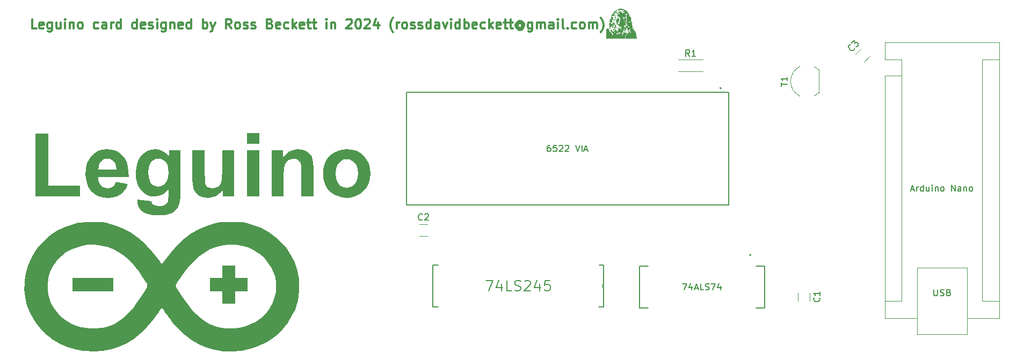
<source format=gbr>
G04 #@! TF.GenerationSoftware,KiCad,Pcbnew,8.99.0-unknown-5c22162d85~178~ubuntu22.04.1*
G04 #@! TF.CreationDate,2024-07-16T15:48:16+01:00*
G04 #@! TF.ProjectId,Leguino,4c656775-696e-46f2-9e6b-696361645f70,1.0.1*
G04 #@! TF.SameCoordinates,Original*
G04 #@! TF.FileFunction,Legend,Top*
G04 #@! TF.FilePolarity,Positive*
%FSLAX46Y46*%
G04 Gerber Fmt 4.6, Leading zero omitted, Abs format (unit mm)*
G04 Created by KiCad (PCBNEW 8.99.0-unknown-5c22162d85~178~ubuntu22.04.1) date 2024-07-16 15:48:16*
%MOMM*%
%LPD*%
G01*
G04 APERTURE LIST*
%ADD10C,0.300000*%
%ADD11C,0.150000*%
%ADD12C,0.120000*%
%ADD13C,0.127000*%
%ADD14C,0.200000*%
%ADD15C,0.000000*%
%ADD16C,0.152400*%
%ADD17C,0.100000*%
G04 APERTURE END LIST*
D10*
X87268796Y-69300828D02*
X86554510Y-69300828D01*
X86554510Y-69300828D02*
X86554510Y-67800828D01*
X88340225Y-69229400D02*
X88197368Y-69300828D01*
X88197368Y-69300828D02*
X87911654Y-69300828D01*
X87911654Y-69300828D02*
X87768796Y-69229400D01*
X87768796Y-69229400D02*
X87697368Y-69086542D01*
X87697368Y-69086542D02*
X87697368Y-68515114D01*
X87697368Y-68515114D02*
X87768796Y-68372257D01*
X87768796Y-68372257D02*
X87911654Y-68300828D01*
X87911654Y-68300828D02*
X88197368Y-68300828D01*
X88197368Y-68300828D02*
X88340225Y-68372257D01*
X88340225Y-68372257D02*
X88411654Y-68515114D01*
X88411654Y-68515114D02*
X88411654Y-68657971D01*
X88411654Y-68657971D02*
X87697368Y-68800828D01*
X89697368Y-68300828D02*
X89697368Y-69515114D01*
X89697368Y-69515114D02*
X89625939Y-69657971D01*
X89625939Y-69657971D02*
X89554510Y-69729400D01*
X89554510Y-69729400D02*
X89411653Y-69800828D01*
X89411653Y-69800828D02*
X89197368Y-69800828D01*
X89197368Y-69800828D02*
X89054510Y-69729400D01*
X89697368Y-69229400D02*
X89554510Y-69300828D01*
X89554510Y-69300828D02*
X89268796Y-69300828D01*
X89268796Y-69300828D02*
X89125939Y-69229400D01*
X89125939Y-69229400D02*
X89054510Y-69157971D01*
X89054510Y-69157971D02*
X88983082Y-69015114D01*
X88983082Y-69015114D02*
X88983082Y-68586542D01*
X88983082Y-68586542D02*
X89054510Y-68443685D01*
X89054510Y-68443685D02*
X89125939Y-68372257D01*
X89125939Y-68372257D02*
X89268796Y-68300828D01*
X89268796Y-68300828D02*
X89554510Y-68300828D01*
X89554510Y-68300828D02*
X89697368Y-68372257D01*
X91054511Y-68300828D02*
X91054511Y-69300828D01*
X90411653Y-68300828D02*
X90411653Y-69086542D01*
X90411653Y-69086542D02*
X90483082Y-69229400D01*
X90483082Y-69229400D02*
X90625939Y-69300828D01*
X90625939Y-69300828D02*
X90840225Y-69300828D01*
X90840225Y-69300828D02*
X90983082Y-69229400D01*
X90983082Y-69229400D02*
X91054511Y-69157971D01*
X91768796Y-69300828D02*
X91768796Y-68300828D01*
X91768796Y-67800828D02*
X91697368Y-67872257D01*
X91697368Y-67872257D02*
X91768796Y-67943685D01*
X91768796Y-67943685D02*
X91840225Y-67872257D01*
X91840225Y-67872257D02*
X91768796Y-67800828D01*
X91768796Y-67800828D02*
X91768796Y-67943685D01*
X92483082Y-68300828D02*
X92483082Y-69300828D01*
X92483082Y-68443685D02*
X92554511Y-68372257D01*
X92554511Y-68372257D02*
X92697368Y-68300828D01*
X92697368Y-68300828D02*
X92911654Y-68300828D01*
X92911654Y-68300828D02*
X93054511Y-68372257D01*
X93054511Y-68372257D02*
X93125940Y-68515114D01*
X93125940Y-68515114D02*
X93125940Y-69300828D01*
X94054511Y-69300828D02*
X93911654Y-69229400D01*
X93911654Y-69229400D02*
X93840225Y-69157971D01*
X93840225Y-69157971D02*
X93768797Y-69015114D01*
X93768797Y-69015114D02*
X93768797Y-68586542D01*
X93768797Y-68586542D02*
X93840225Y-68443685D01*
X93840225Y-68443685D02*
X93911654Y-68372257D01*
X93911654Y-68372257D02*
X94054511Y-68300828D01*
X94054511Y-68300828D02*
X94268797Y-68300828D01*
X94268797Y-68300828D02*
X94411654Y-68372257D01*
X94411654Y-68372257D02*
X94483083Y-68443685D01*
X94483083Y-68443685D02*
X94554511Y-68586542D01*
X94554511Y-68586542D02*
X94554511Y-69015114D01*
X94554511Y-69015114D02*
X94483083Y-69157971D01*
X94483083Y-69157971D02*
X94411654Y-69229400D01*
X94411654Y-69229400D02*
X94268797Y-69300828D01*
X94268797Y-69300828D02*
X94054511Y-69300828D01*
X96983083Y-69229400D02*
X96840225Y-69300828D01*
X96840225Y-69300828D02*
X96554511Y-69300828D01*
X96554511Y-69300828D02*
X96411654Y-69229400D01*
X96411654Y-69229400D02*
X96340225Y-69157971D01*
X96340225Y-69157971D02*
X96268797Y-69015114D01*
X96268797Y-69015114D02*
X96268797Y-68586542D01*
X96268797Y-68586542D02*
X96340225Y-68443685D01*
X96340225Y-68443685D02*
X96411654Y-68372257D01*
X96411654Y-68372257D02*
X96554511Y-68300828D01*
X96554511Y-68300828D02*
X96840225Y-68300828D01*
X96840225Y-68300828D02*
X96983083Y-68372257D01*
X98268797Y-69300828D02*
X98268797Y-68515114D01*
X98268797Y-68515114D02*
X98197368Y-68372257D01*
X98197368Y-68372257D02*
X98054511Y-68300828D01*
X98054511Y-68300828D02*
X97768797Y-68300828D01*
X97768797Y-68300828D02*
X97625939Y-68372257D01*
X98268797Y-69229400D02*
X98125939Y-69300828D01*
X98125939Y-69300828D02*
X97768797Y-69300828D01*
X97768797Y-69300828D02*
X97625939Y-69229400D01*
X97625939Y-69229400D02*
X97554511Y-69086542D01*
X97554511Y-69086542D02*
X97554511Y-68943685D01*
X97554511Y-68943685D02*
X97625939Y-68800828D01*
X97625939Y-68800828D02*
X97768797Y-68729400D01*
X97768797Y-68729400D02*
X98125939Y-68729400D01*
X98125939Y-68729400D02*
X98268797Y-68657971D01*
X98983082Y-69300828D02*
X98983082Y-68300828D01*
X98983082Y-68586542D02*
X99054511Y-68443685D01*
X99054511Y-68443685D02*
X99125940Y-68372257D01*
X99125940Y-68372257D02*
X99268797Y-68300828D01*
X99268797Y-68300828D02*
X99411654Y-68300828D01*
X100554511Y-69300828D02*
X100554511Y-67800828D01*
X100554511Y-69229400D02*
X100411653Y-69300828D01*
X100411653Y-69300828D02*
X100125939Y-69300828D01*
X100125939Y-69300828D02*
X99983082Y-69229400D01*
X99983082Y-69229400D02*
X99911653Y-69157971D01*
X99911653Y-69157971D02*
X99840225Y-69015114D01*
X99840225Y-69015114D02*
X99840225Y-68586542D01*
X99840225Y-68586542D02*
X99911653Y-68443685D01*
X99911653Y-68443685D02*
X99983082Y-68372257D01*
X99983082Y-68372257D02*
X100125939Y-68300828D01*
X100125939Y-68300828D02*
X100411653Y-68300828D01*
X100411653Y-68300828D02*
X100554511Y-68372257D01*
X103054511Y-69300828D02*
X103054511Y-67800828D01*
X103054511Y-69229400D02*
X102911653Y-69300828D01*
X102911653Y-69300828D02*
X102625939Y-69300828D01*
X102625939Y-69300828D02*
X102483082Y-69229400D01*
X102483082Y-69229400D02*
X102411653Y-69157971D01*
X102411653Y-69157971D02*
X102340225Y-69015114D01*
X102340225Y-69015114D02*
X102340225Y-68586542D01*
X102340225Y-68586542D02*
X102411653Y-68443685D01*
X102411653Y-68443685D02*
X102483082Y-68372257D01*
X102483082Y-68372257D02*
X102625939Y-68300828D01*
X102625939Y-68300828D02*
X102911653Y-68300828D01*
X102911653Y-68300828D02*
X103054511Y-68372257D01*
X104340225Y-69229400D02*
X104197368Y-69300828D01*
X104197368Y-69300828D02*
X103911654Y-69300828D01*
X103911654Y-69300828D02*
X103768796Y-69229400D01*
X103768796Y-69229400D02*
X103697368Y-69086542D01*
X103697368Y-69086542D02*
X103697368Y-68515114D01*
X103697368Y-68515114D02*
X103768796Y-68372257D01*
X103768796Y-68372257D02*
X103911654Y-68300828D01*
X103911654Y-68300828D02*
X104197368Y-68300828D01*
X104197368Y-68300828D02*
X104340225Y-68372257D01*
X104340225Y-68372257D02*
X104411654Y-68515114D01*
X104411654Y-68515114D02*
X104411654Y-68657971D01*
X104411654Y-68657971D02*
X103697368Y-68800828D01*
X104983082Y-69229400D02*
X105125939Y-69300828D01*
X105125939Y-69300828D02*
X105411653Y-69300828D01*
X105411653Y-69300828D02*
X105554510Y-69229400D01*
X105554510Y-69229400D02*
X105625939Y-69086542D01*
X105625939Y-69086542D02*
X105625939Y-69015114D01*
X105625939Y-69015114D02*
X105554510Y-68872257D01*
X105554510Y-68872257D02*
X105411653Y-68800828D01*
X105411653Y-68800828D02*
X105197368Y-68800828D01*
X105197368Y-68800828D02*
X105054510Y-68729400D01*
X105054510Y-68729400D02*
X104983082Y-68586542D01*
X104983082Y-68586542D02*
X104983082Y-68515114D01*
X104983082Y-68515114D02*
X105054510Y-68372257D01*
X105054510Y-68372257D02*
X105197368Y-68300828D01*
X105197368Y-68300828D02*
X105411653Y-68300828D01*
X105411653Y-68300828D02*
X105554510Y-68372257D01*
X106268796Y-69300828D02*
X106268796Y-68300828D01*
X106268796Y-67800828D02*
X106197368Y-67872257D01*
X106197368Y-67872257D02*
X106268796Y-67943685D01*
X106268796Y-67943685D02*
X106340225Y-67872257D01*
X106340225Y-67872257D02*
X106268796Y-67800828D01*
X106268796Y-67800828D02*
X106268796Y-67943685D01*
X107625940Y-68300828D02*
X107625940Y-69515114D01*
X107625940Y-69515114D02*
X107554511Y-69657971D01*
X107554511Y-69657971D02*
X107483082Y-69729400D01*
X107483082Y-69729400D02*
X107340225Y-69800828D01*
X107340225Y-69800828D02*
X107125940Y-69800828D01*
X107125940Y-69800828D02*
X106983082Y-69729400D01*
X107625940Y-69229400D02*
X107483082Y-69300828D01*
X107483082Y-69300828D02*
X107197368Y-69300828D01*
X107197368Y-69300828D02*
X107054511Y-69229400D01*
X107054511Y-69229400D02*
X106983082Y-69157971D01*
X106983082Y-69157971D02*
X106911654Y-69015114D01*
X106911654Y-69015114D02*
X106911654Y-68586542D01*
X106911654Y-68586542D02*
X106983082Y-68443685D01*
X106983082Y-68443685D02*
X107054511Y-68372257D01*
X107054511Y-68372257D02*
X107197368Y-68300828D01*
X107197368Y-68300828D02*
X107483082Y-68300828D01*
X107483082Y-68300828D02*
X107625940Y-68372257D01*
X108340225Y-68300828D02*
X108340225Y-69300828D01*
X108340225Y-68443685D02*
X108411654Y-68372257D01*
X108411654Y-68372257D02*
X108554511Y-68300828D01*
X108554511Y-68300828D02*
X108768797Y-68300828D01*
X108768797Y-68300828D02*
X108911654Y-68372257D01*
X108911654Y-68372257D02*
X108983083Y-68515114D01*
X108983083Y-68515114D02*
X108983083Y-69300828D01*
X110268797Y-69229400D02*
X110125940Y-69300828D01*
X110125940Y-69300828D02*
X109840226Y-69300828D01*
X109840226Y-69300828D02*
X109697368Y-69229400D01*
X109697368Y-69229400D02*
X109625940Y-69086542D01*
X109625940Y-69086542D02*
X109625940Y-68515114D01*
X109625940Y-68515114D02*
X109697368Y-68372257D01*
X109697368Y-68372257D02*
X109840226Y-68300828D01*
X109840226Y-68300828D02*
X110125940Y-68300828D01*
X110125940Y-68300828D02*
X110268797Y-68372257D01*
X110268797Y-68372257D02*
X110340226Y-68515114D01*
X110340226Y-68515114D02*
X110340226Y-68657971D01*
X110340226Y-68657971D02*
X109625940Y-68800828D01*
X111625940Y-69300828D02*
X111625940Y-67800828D01*
X111625940Y-69229400D02*
X111483082Y-69300828D01*
X111483082Y-69300828D02*
X111197368Y-69300828D01*
X111197368Y-69300828D02*
X111054511Y-69229400D01*
X111054511Y-69229400D02*
X110983082Y-69157971D01*
X110983082Y-69157971D02*
X110911654Y-69015114D01*
X110911654Y-69015114D02*
X110911654Y-68586542D01*
X110911654Y-68586542D02*
X110983082Y-68443685D01*
X110983082Y-68443685D02*
X111054511Y-68372257D01*
X111054511Y-68372257D02*
X111197368Y-68300828D01*
X111197368Y-68300828D02*
X111483082Y-68300828D01*
X111483082Y-68300828D02*
X111625940Y-68372257D01*
X113483082Y-69300828D02*
X113483082Y-67800828D01*
X113483082Y-68372257D02*
X113625940Y-68300828D01*
X113625940Y-68300828D02*
X113911654Y-68300828D01*
X113911654Y-68300828D02*
X114054511Y-68372257D01*
X114054511Y-68372257D02*
X114125940Y-68443685D01*
X114125940Y-68443685D02*
X114197368Y-68586542D01*
X114197368Y-68586542D02*
X114197368Y-69015114D01*
X114197368Y-69015114D02*
X114125940Y-69157971D01*
X114125940Y-69157971D02*
X114054511Y-69229400D01*
X114054511Y-69229400D02*
X113911654Y-69300828D01*
X113911654Y-69300828D02*
X113625940Y-69300828D01*
X113625940Y-69300828D02*
X113483082Y-69229400D01*
X114697368Y-68300828D02*
X115054511Y-69300828D01*
X115411654Y-68300828D02*
X115054511Y-69300828D01*
X115054511Y-69300828D02*
X114911654Y-69657971D01*
X114911654Y-69657971D02*
X114840225Y-69729400D01*
X114840225Y-69729400D02*
X114697368Y-69800828D01*
X117983082Y-69300828D02*
X117483082Y-68586542D01*
X117125939Y-69300828D02*
X117125939Y-67800828D01*
X117125939Y-67800828D02*
X117697368Y-67800828D01*
X117697368Y-67800828D02*
X117840225Y-67872257D01*
X117840225Y-67872257D02*
X117911654Y-67943685D01*
X117911654Y-67943685D02*
X117983082Y-68086542D01*
X117983082Y-68086542D02*
X117983082Y-68300828D01*
X117983082Y-68300828D02*
X117911654Y-68443685D01*
X117911654Y-68443685D02*
X117840225Y-68515114D01*
X117840225Y-68515114D02*
X117697368Y-68586542D01*
X117697368Y-68586542D02*
X117125939Y-68586542D01*
X118840225Y-69300828D02*
X118697368Y-69229400D01*
X118697368Y-69229400D02*
X118625939Y-69157971D01*
X118625939Y-69157971D02*
X118554511Y-69015114D01*
X118554511Y-69015114D02*
X118554511Y-68586542D01*
X118554511Y-68586542D02*
X118625939Y-68443685D01*
X118625939Y-68443685D02*
X118697368Y-68372257D01*
X118697368Y-68372257D02*
X118840225Y-68300828D01*
X118840225Y-68300828D02*
X119054511Y-68300828D01*
X119054511Y-68300828D02*
X119197368Y-68372257D01*
X119197368Y-68372257D02*
X119268797Y-68443685D01*
X119268797Y-68443685D02*
X119340225Y-68586542D01*
X119340225Y-68586542D02*
X119340225Y-69015114D01*
X119340225Y-69015114D02*
X119268797Y-69157971D01*
X119268797Y-69157971D02*
X119197368Y-69229400D01*
X119197368Y-69229400D02*
X119054511Y-69300828D01*
X119054511Y-69300828D02*
X118840225Y-69300828D01*
X119911654Y-69229400D02*
X120054511Y-69300828D01*
X120054511Y-69300828D02*
X120340225Y-69300828D01*
X120340225Y-69300828D02*
X120483082Y-69229400D01*
X120483082Y-69229400D02*
X120554511Y-69086542D01*
X120554511Y-69086542D02*
X120554511Y-69015114D01*
X120554511Y-69015114D02*
X120483082Y-68872257D01*
X120483082Y-68872257D02*
X120340225Y-68800828D01*
X120340225Y-68800828D02*
X120125940Y-68800828D01*
X120125940Y-68800828D02*
X119983082Y-68729400D01*
X119983082Y-68729400D02*
X119911654Y-68586542D01*
X119911654Y-68586542D02*
X119911654Y-68515114D01*
X119911654Y-68515114D02*
X119983082Y-68372257D01*
X119983082Y-68372257D02*
X120125940Y-68300828D01*
X120125940Y-68300828D02*
X120340225Y-68300828D01*
X120340225Y-68300828D02*
X120483082Y-68372257D01*
X121125940Y-69229400D02*
X121268797Y-69300828D01*
X121268797Y-69300828D02*
X121554511Y-69300828D01*
X121554511Y-69300828D02*
X121697368Y-69229400D01*
X121697368Y-69229400D02*
X121768797Y-69086542D01*
X121768797Y-69086542D02*
X121768797Y-69015114D01*
X121768797Y-69015114D02*
X121697368Y-68872257D01*
X121697368Y-68872257D02*
X121554511Y-68800828D01*
X121554511Y-68800828D02*
X121340226Y-68800828D01*
X121340226Y-68800828D02*
X121197368Y-68729400D01*
X121197368Y-68729400D02*
X121125940Y-68586542D01*
X121125940Y-68586542D02*
X121125940Y-68515114D01*
X121125940Y-68515114D02*
X121197368Y-68372257D01*
X121197368Y-68372257D02*
X121340226Y-68300828D01*
X121340226Y-68300828D02*
X121554511Y-68300828D01*
X121554511Y-68300828D02*
X121697368Y-68372257D01*
X124054511Y-68515114D02*
X124268797Y-68586542D01*
X124268797Y-68586542D02*
X124340226Y-68657971D01*
X124340226Y-68657971D02*
X124411654Y-68800828D01*
X124411654Y-68800828D02*
X124411654Y-69015114D01*
X124411654Y-69015114D02*
X124340226Y-69157971D01*
X124340226Y-69157971D02*
X124268797Y-69229400D01*
X124268797Y-69229400D02*
X124125940Y-69300828D01*
X124125940Y-69300828D02*
X123554511Y-69300828D01*
X123554511Y-69300828D02*
X123554511Y-67800828D01*
X123554511Y-67800828D02*
X124054511Y-67800828D01*
X124054511Y-67800828D02*
X124197369Y-67872257D01*
X124197369Y-67872257D02*
X124268797Y-67943685D01*
X124268797Y-67943685D02*
X124340226Y-68086542D01*
X124340226Y-68086542D02*
X124340226Y-68229400D01*
X124340226Y-68229400D02*
X124268797Y-68372257D01*
X124268797Y-68372257D02*
X124197369Y-68443685D01*
X124197369Y-68443685D02*
X124054511Y-68515114D01*
X124054511Y-68515114D02*
X123554511Y-68515114D01*
X125625940Y-69229400D02*
X125483083Y-69300828D01*
X125483083Y-69300828D02*
X125197369Y-69300828D01*
X125197369Y-69300828D02*
X125054511Y-69229400D01*
X125054511Y-69229400D02*
X124983083Y-69086542D01*
X124983083Y-69086542D02*
X124983083Y-68515114D01*
X124983083Y-68515114D02*
X125054511Y-68372257D01*
X125054511Y-68372257D02*
X125197369Y-68300828D01*
X125197369Y-68300828D02*
X125483083Y-68300828D01*
X125483083Y-68300828D02*
X125625940Y-68372257D01*
X125625940Y-68372257D02*
X125697369Y-68515114D01*
X125697369Y-68515114D02*
X125697369Y-68657971D01*
X125697369Y-68657971D02*
X124983083Y-68800828D01*
X126983083Y-69229400D02*
X126840225Y-69300828D01*
X126840225Y-69300828D02*
X126554511Y-69300828D01*
X126554511Y-69300828D02*
X126411654Y-69229400D01*
X126411654Y-69229400D02*
X126340225Y-69157971D01*
X126340225Y-69157971D02*
X126268797Y-69015114D01*
X126268797Y-69015114D02*
X126268797Y-68586542D01*
X126268797Y-68586542D02*
X126340225Y-68443685D01*
X126340225Y-68443685D02*
X126411654Y-68372257D01*
X126411654Y-68372257D02*
X126554511Y-68300828D01*
X126554511Y-68300828D02*
X126840225Y-68300828D01*
X126840225Y-68300828D02*
X126983083Y-68372257D01*
X127625939Y-69300828D02*
X127625939Y-67800828D01*
X127768797Y-68729400D02*
X128197368Y-69300828D01*
X128197368Y-68300828D02*
X127625939Y-68872257D01*
X129411654Y-69229400D02*
X129268797Y-69300828D01*
X129268797Y-69300828D02*
X128983083Y-69300828D01*
X128983083Y-69300828D02*
X128840225Y-69229400D01*
X128840225Y-69229400D02*
X128768797Y-69086542D01*
X128768797Y-69086542D02*
X128768797Y-68515114D01*
X128768797Y-68515114D02*
X128840225Y-68372257D01*
X128840225Y-68372257D02*
X128983083Y-68300828D01*
X128983083Y-68300828D02*
X129268797Y-68300828D01*
X129268797Y-68300828D02*
X129411654Y-68372257D01*
X129411654Y-68372257D02*
X129483083Y-68515114D01*
X129483083Y-68515114D02*
X129483083Y-68657971D01*
X129483083Y-68657971D02*
X128768797Y-68800828D01*
X129911654Y-68300828D02*
X130483082Y-68300828D01*
X130125939Y-67800828D02*
X130125939Y-69086542D01*
X130125939Y-69086542D02*
X130197368Y-69229400D01*
X130197368Y-69229400D02*
X130340225Y-69300828D01*
X130340225Y-69300828D02*
X130483082Y-69300828D01*
X130768797Y-68300828D02*
X131340225Y-68300828D01*
X130983082Y-67800828D02*
X130983082Y-69086542D01*
X130983082Y-69086542D02*
X131054511Y-69229400D01*
X131054511Y-69229400D02*
X131197368Y-69300828D01*
X131197368Y-69300828D02*
X131340225Y-69300828D01*
X132983082Y-69300828D02*
X132983082Y-68300828D01*
X132983082Y-67800828D02*
X132911654Y-67872257D01*
X132911654Y-67872257D02*
X132983082Y-67943685D01*
X132983082Y-67943685D02*
X133054511Y-67872257D01*
X133054511Y-67872257D02*
X132983082Y-67800828D01*
X132983082Y-67800828D02*
X132983082Y-67943685D01*
X133697368Y-68300828D02*
X133697368Y-69300828D01*
X133697368Y-68443685D02*
X133768797Y-68372257D01*
X133768797Y-68372257D02*
X133911654Y-68300828D01*
X133911654Y-68300828D02*
X134125940Y-68300828D01*
X134125940Y-68300828D02*
X134268797Y-68372257D01*
X134268797Y-68372257D02*
X134340226Y-68515114D01*
X134340226Y-68515114D02*
X134340226Y-69300828D01*
X136125940Y-67943685D02*
X136197368Y-67872257D01*
X136197368Y-67872257D02*
X136340226Y-67800828D01*
X136340226Y-67800828D02*
X136697368Y-67800828D01*
X136697368Y-67800828D02*
X136840226Y-67872257D01*
X136840226Y-67872257D02*
X136911654Y-67943685D01*
X136911654Y-67943685D02*
X136983083Y-68086542D01*
X136983083Y-68086542D02*
X136983083Y-68229400D01*
X136983083Y-68229400D02*
X136911654Y-68443685D01*
X136911654Y-68443685D02*
X136054511Y-69300828D01*
X136054511Y-69300828D02*
X136983083Y-69300828D01*
X137911654Y-67800828D02*
X138054511Y-67800828D01*
X138054511Y-67800828D02*
X138197368Y-67872257D01*
X138197368Y-67872257D02*
X138268797Y-67943685D01*
X138268797Y-67943685D02*
X138340225Y-68086542D01*
X138340225Y-68086542D02*
X138411654Y-68372257D01*
X138411654Y-68372257D02*
X138411654Y-68729400D01*
X138411654Y-68729400D02*
X138340225Y-69015114D01*
X138340225Y-69015114D02*
X138268797Y-69157971D01*
X138268797Y-69157971D02*
X138197368Y-69229400D01*
X138197368Y-69229400D02*
X138054511Y-69300828D01*
X138054511Y-69300828D02*
X137911654Y-69300828D01*
X137911654Y-69300828D02*
X137768797Y-69229400D01*
X137768797Y-69229400D02*
X137697368Y-69157971D01*
X137697368Y-69157971D02*
X137625939Y-69015114D01*
X137625939Y-69015114D02*
X137554511Y-68729400D01*
X137554511Y-68729400D02*
X137554511Y-68372257D01*
X137554511Y-68372257D02*
X137625939Y-68086542D01*
X137625939Y-68086542D02*
X137697368Y-67943685D01*
X137697368Y-67943685D02*
X137768797Y-67872257D01*
X137768797Y-67872257D02*
X137911654Y-67800828D01*
X138983082Y-67943685D02*
X139054510Y-67872257D01*
X139054510Y-67872257D02*
X139197368Y-67800828D01*
X139197368Y-67800828D02*
X139554510Y-67800828D01*
X139554510Y-67800828D02*
X139697368Y-67872257D01*
X139697368Y-67872257D02*
X139768796Y-67943685D01*
X139768796Y-67943685D02*
X139840225Y-68086542D01*
X139840225Y-68086542D02*
X139840225Y-68229400D01*
X139840225Y-68229400D02*
X139768796Y-68443685D01*
X139768796Y-68443685D02*
X138911653Y-69300828D01*
X138911653Y-69300828D02*
X139840225Y-69300828D01*
X141125939Y-68300828D02*
X141125939Y-69300828D01*
X140768796Y-67729400D02*
X140411653Y-68800828D01*
X140411653Y-68800828D02*
X141340224Y-68800828D01*
X143483081Y-69872257D02*
X143411652Y-69800828D01*
X143411652Y-69800828D02*
X143268795Y-69586542D01*
X143268795Y-69586542D02*
X143197367Y-69443685D01*
X143197367Y-69443685D02*
X143125938Y-69229400D01*
X143125938Y-69229400D02*
X143054509Y-68872257D01*
X143054509Y-68872257D02*
X143054509Y-68586542D01*
X143054509Y-68586542D02*
X143125938Y-68229400D01*
X143125938Y-68229400D02*
X143197367Y-68015114D01*
X143197367Y-68015114D02*
X143268795Y-67872257D01*
X143268795Y-67872257D02*
X143411652Y-67657971D01*
X143411652Y-67657971D02*
X143483081Y-67586542D01*
X144054509Y-69300828D02*
X144054509Y-68300828D01*
X144054509Y-68586542D02*
X144125938Y-68443685D01*
X144125938Y-68443685D02*
X144197367Y-68372257D01*
X144197367Y-68372257D02*
X144340224Y-68300828D01*
X144340224Y-68300828D02*
X144483081Y-68300828D01*
X145197366Y-69300828D02*
X145054509Y-69229400D01*
X145054509Y-69229400D02*
X144983080Y-69157971D01*
X144983080Y-69157971D02*
X144911652Y-69015114D01*
X144911652Y-69015114D02*
X144911652Y-68586542D01*
X144911652Y-68586542D02*
X144983080Y-68443685D01*
X144983080Y-68443685D02*
X145054509Y-68372257D01*
X145054509Y-68372257D02*
X145197366Y-68300828D01*
X145197366Y-68300828D02*
X145411652Y-68300828D01*
X145411652Y-68300828D02*
X145554509Y-68372257D01*
X145554509Y-68372257D02*
X145625938Y-68443685D01*
X145625938Y-68443685D02*
X145697366Y-68586542D01*
X145697366Y-68586542D02*
X145697366Y-69015114D01*
X145697366Y-69015114D02*
X145625938Y-69157971D01*
X145625938Y-69157971D02*
X145554509Y-69229400D01*
X145554509Y-69229400D02*
X145411652Y-69300828D01*
X145411652Y-69300828D02*
X145197366Y-69300828D01*
X146268795Y-69229400D02*
X146411652Y-69300828D01*
X146411652Y-69300828D02*
X146697366Y-69300828D01*
X146697366Y-69300828D02*
X146840223Y-69229400D01*
X146840223Y-69229400D02*
X146911652Y-69086542D01*
X146911652Y-69086542D02*
X146911652Y-69015114D01*
X146911652Y-69015114D02*
X146840223Y-68872257D01*
X146840223Y-68872257D02*
X146697366Y-68800828D01*
X146697366Y-68800828D02*
X146483081Y-68800828D01*
X146483081Y-68800828D02*
X146340223Y-68729400D01*
X146340223Y-68729400D02*
X146268795Y-68586542D01*
X146268795Y-68586542D02*
X146268795Y-68515114D01*
X146268795Y-68515114D02*
X146340223Y-68372257D01*
X146340223Y-68372257D02*
X146483081Y-68300828D01*
X146483081Y-68300828D02*
X146697366Y-68300828D01*
X146697366Y-68300828D02*
X146840223Y-68372257D01*
X147483081Y-69229400D02*
X147625938Y-69300828D01*
X147625938Y-69300828D02*
X147911652Y-69300828D01*
X147911652Y-69300828D02*
X148054509Y-69229400D01*
X148054509Y-69229400D02*
X148125938Y-69086542D01*
X148125938Y-69086542D02*
X148125938Y-69015114D01*
X148125938Y-69015114D02*
X148054509Y-68872257D01*
X148054509Y-68872257D02*
X147911652Y-68800828D01*
X147911652Y-68800828D02*
X147697367Y-68800828D01*
X147697367Y-68800828D02*
X147554509Y-68729400D01*
X147554509Y-68729400D02*
X147483081Y-68586542D01*
X147483081Y-68586542D02*
X147483081Y-68515114D01*
X147483081Y-68515114D02*
X147554509Y-68372257D01*
X147554509Y-68372257D02*
X147697367Y-68300828D01*
X147697367Y-68300828D02*
X147911652Y-68300828D01*
X147911652Y-68300828D02*
X148054509Y-68372257D01*
X149411653Y-69300828D02*
X149411653Y-67800828D01*
X149411653Y-69229400D02*
X149268795Y-69300828D01*
X149268795Y-69300828D02*
X148983081Y-69300828D01*
X148983081Y-69300828D02*
X148840224Y-69229400D01*
X148840224Y-69229400D02*
X148768795Y-69157971D01*
X148768795Y-69157971D02*
X148697367Y-69015114D01*
X148697367Y-69015114D02*
X148697367Y-68586542D01*
X148697367Y-68586542D02*
X148768795Y-68443685D01*
X148768795Y-68443685D02*
X148840224Y-68372257D01*
X148840224Y-68372257D02*
X148983081Y-68300828D01*
X148983081Y-68300828D02*
X149268795Y-68300828D01*
X149268795Y-68300828D02*
X149411653Y-68372257D01*
X150768796Y-69300828D02*
X150768796Y-68515114D01*
X150768796Y-68515114D02*
X150697367Y-68372257D01*
X150697367Y-68372257D02*
X150554510Y-68300828D01*
X150554510Y-68300828D02*
X150268796Y-68300828D01*
X150268796Y-68300828D02*
X150125938Y-68372257D01*
X150768796Y-69229400D02*
X150625938Y-69300828D01*
X150625938Y-69300828D02*
X150268796Y-69300828D01*
X150268796Y-69300828D02*
X150125938Y-69229400D01*
X150125938Y-69229400D02*
X150054510Y-69086542D01*
X150054510Y-69086542D02*
X150054510Y-68943685D01*
X150054510Y-68943685D02*
X150125938Y-68800828D01*
X150125938Y-68800828D02*
X150268796Y-68729400D01*
X150268796Y-68729400D02*
X150625938Y-68729400D01*
X150625938Y-68729400D02*
X150768796Y-68657971D01*
X151340224Y-68300828D02*
X151697367Y-69300828D01*
X151697367Y-69300828D02*
X152054510Y-68300828D01*
X152625938Y-69300828D02*
X152625938Y-68300828D01*
X152625938Y-67800828D02*
X152554510Y-67872257D01*
X152554510Y-67872257D02*
X152625938Y-67943685D01*
X152625938Y-67943685D02*
X152697367Y-67872257D01*
X152697367Y-67872257D02*
X152625938Y-67800828D01*
X152625938Y-67800828D02*
X152625938Y-67943685D01*
X153983082Y-69300828D02*
X153983082Y-67800828D01*
X153983082Y-69229400D02*
X153840224Y-69300828D01*
X153840224Y-69300828D02*
X153554510Y-69300828D01*
X153554510Y-69300828D02*
X153411653Y-69229400D01*
X153411653Y-69229400D02*
X153340224Y-69157971D01*
X153340224Y-69157971D02*
X153268796Y-69015114D01*
X153268796Y-69015114D02*
X153268796Y-68586542D01*
X153268796Y-68586542D02*
X153340224Y-68443685D01*
X153340224Y-68443685D02*
X153411653Y-68372257D01*
X153411653Y-68372257D02*
X153554510Y-68300828D01*
X153554510Y-68300828D02*
X153840224Y-68300828D01*
X153840224Y-68300828D02*
X153983082Y-68372257D01*
X154697367Y-69300828D02*
X154697367Y-67800828D01*
X154697367Y-68372257D02*
X154840225Y-68300828D01*
X154840225Y-68300828D02*
X155125939Y-68300828D01*
X155125939Y-68300828D02*
X155268796Y-68372257D01*
X155268796Y-68372257D02*
X155340225Y-68443685D01*
X155340225Y-68443685D02*
X155411653Y-68586542D01*
X155411653Y-68586542D02*
X155411653Y-69015114D01*
X155411653Y-69015114D02*
X155340225Y-69157971D01*
X155340225Y-69157971D02*
X155268796Y-69229400D01*
X155268796Y-69229400D02*
X155125939Y-69300828D01*
X155125939Y-69300828D02*
X154840225Y-69300828D01*
X154840225Y-69300828D02*
X154697367Y-69229400D01*
X156625939Y-69229400D02*
X156483082Y-69300828D01*
X156483082Y-69300828D02*
X156197368Y-69300828D01*
X156197368Y-69300828D02*
X156054510Y-69229400D01*
X156054510Y-69229400D02*
X155983082Y-69086542D01*
X155983082Y-69086542D02*
X155983082Y-68515114D01*
X155983082Y-68515114D02*
X156054510Y-68372257D01*
X156054510Y-68372257D02*
X156197368Y-68300828D01*
X156197368Y-68300828D02*
X156483082Y-68300828D01*
X156483082Y-68300828D02*
X156625939Y-68372257D01*
X156625939Y-68372257D02*
X156697368Y-68515114D01*
X156697368Y-68515114D02*
X156697368Y-68657971D01*
X156697368Y-68657971D02*
X155983082Y-68800828D01*
X157983082Y-69229400D02*
X157840224Y-69300828D01*
X157840224Y-69300828D02*
X157554510Y-69300828D01*
X157554510Y-69300828D02*
X157411653Y-69229400D01*
X157411653Y-69229400D02*
X157340224Y-69157971D01*
X157340224Y-69157971D02*
X157268796Y-69015114D01*
X157268796Y-69015114D02*
X157268796Y-68586542D01*
X157268796Y-68586542D02*
X157340224Y-68443685D01*
X157340224Y-68443685D02*
X157411653Y-68372257D01*
X157411653Y-68372257D02*
X157554510Y-68300828D01*
X157554510Y-68300828D02*
X157840224Y-68300828D01*
X157840224Y-68300828D02*
X157983082Y-68372257D01*
X158625938Y-69300828D02*
X158625938Y-67800828D01*
X158768796Y-68729400D02*
X159197367Y-69300828D01*
X159197367Y-68300828D02*
X158625938Y-68872257D01*
X160411653Y-69229400D02*
X160268796Y-69300828D01*
X160268796Y-69300828D02*
X159983082Y-69300828D01*
X159983082Y-69300828D02*
X159840224Y-69229400D01*
X159840224Y-69229400D02*
X159768796Y-69086542D01*
X159768796Y-69086542D02*
X159768796Y-68515114D01*
X159768796Y-68515114D02*
X159840224Y-68372257D01*
X159840224Y-68372257D02*
X159983082Y-68300828D01*
X159983082Y-68300828D02*
X160268796Y-68300828D01*
X160268796Y-68300828D02*
X160411653Y-68372257D01*
X160411653Y-68372257D02*
X160483082Y-68515114D01*
X160483082Y-68515114D02*
X160483082Y-68657971D01*
X160483082Y-68657971D02*
X159768796Y-68800828D01*
X160911653Y-68300828D02*
X161483081Y-68300828D01*
X161125938Y-67800828D02*
X161125938Y-69086542D01*
X161125938Y-69086542D02*
X161197367Y-69229400D01*
X161197367Y-69229400D02*
X161340224Y-69300828D01*
X161340224Y-69300828D02*
X161483081Y-69300828D01*
X161768796Y-68300828D02*
X162340224Y-68300828D01*
X161983081Y-67800828D02*
X161983081Y-69086542D01*
X161983081Y-69086542D02*
X162054510Y-69229400D01*
X162054510Y-69229400D02*
X162197367Y-69300828D01*
X162197367Y-69300828D02*
X162340224Y-69300828D01*
X163768796Y-68586542D02*
X163697367Y-68515114D01*
X163697367Y-68515114D02*
X163554510Y-68443685D01*
X163554510Y-68443685D02*
X163411653Y-68443685D01*
X163411653Y-68443685D02*
X163268796Y-68515114D01*
X163268796Y-68515114D02*
X163197367Y-68586542D01*
X163197367Y-68586542D02*
X163125939Y-68729400D01*
X163125939Y-68729400D02*
X163125939Y-68872257D01*
X163125939Y-68872257D02*
X163197367Y-69015114D01*
X163197367Y-69015114D02*
X163268796Y-69086542D01*
X163268796Y-69086542D02*
X163411653Y-69157971D01*
X163411653Y-69157971D02*
X163554510Y-69157971D01*
X163554510Y-69157971D02*
X163697367Y-69086542D01*
X163697367Y-69086542D02*
X163768796Y-69015114D01*
X163768796Y-68443685D02*
X163768796Y-69015114D01*
X163768796Y-69015114D02*
X163840224Y-69086542D01*
X163840224Y-69086542D02*
X163911653Y-69086542D01*
X163911653Y-69086542D02*
X164054510Y-69015114D01*
X164054510Y-69015114D02*
X164125939Y-68872257D01*
X164125939Y-68872257D02*
X164125939Y-68515114D01*
X164125939Y-68515114D02*
X163983082Y-68300828D01*
X163983082Y-68300828D02*
X163768796Y-68157971D01*
X163768796Y-68157971D02*
X163483082Y-68086542D01*
X163483082Y-68086542D02*
X163197367Y-68157971D01*
X163197367Y-68157971D02*
X162983082Y-68300828D01*
X162983082Y-68300828D02*
X162840224Y-68515114D01*
X162840224Y-68515114D02*
X162768796Y-68800828D01*
X162768796Y-68800828D02*
X162840224Y-69086542D01*
X162840224Y-69086542D02*
X162983082Y-69300828D01*
X162983082Y-69300828D02*
X163197367Y-69443685D01*
X163197367Y-69443685D02*
X163483082Y-69515114D01*
X163483082Y-69515114D02*
X163768796Y-69443685D01*
X163768796Y-69443685D02*
X163983082Y-69300828D01*
X165411653Y-68300828D02*
X165411653Y-69515114D01*
X165411653Y-69515114D02*
X165340224Y-69657971D01*
X165340224Y-69657971D02*
X165268795Y-69729400D01*
X165268795Y-69729400D02*
X165125938Y-69800828D01*
X165125938Y-69800828D02*
X164911653Y-69800828D01*
X164911653Y-69800828D02*
X164768795Y-69729400D01*
X165411653Y-69229400D02*
X165268795Y-69300828D01*
X165268795Y-69300828D02*
X164983081Y-69300828D01*
X164983081Y-69300828D02*
X164840224Y-69229400D01*
X164840224Y-69229400D02*
X164768795Y-69157971D01*
X164768795Y-69157971D02*
X164697367Y-69015114D01*
X164697367Y-69015114D02*
X164697367Y-68586542D01*
X164697367Y-68586542D02*
X164768795Y-68443685D01*
X164768795Y-68443685D02*
X164840224Y-68372257D01*
X164840224Y-68372257D02*
X164983081Y-68300828D01*
X164983081Y-68300828D02*
X165268795Y-68300828D01*
X165268795Y-68300828D02*
X165411653Y-68372257D01*
X166125938Y-69300828D02*
X166125938Y-68300828D01*
X166125938Y-68443685D02*
X166197367Y-68372257D01*
X166197367Y-68372257D02*
X166340224Y-68300828D01*
X166340224Y-68300828D02*
X166554510Y-68300828D01*
X166554510Y-68300828D02*
X166697367Y-68372257D01*
X166697367Y-68372257D02*
X166768796Y-68515114D01*
X166768796Y-68515114D02*
X166768796Y-69300828D01*
X166768796Y-68515114D02*
X166840224Y-68372257D01*
X166840224Y-68372257D02*
X166983081Y-68300828D01*
X166983081Y-68300828D02*
X167197367Y-68300828D01*
X167197367Y-68300828D02*
X167340224Y-68372257D01*
X167340224Y-68372257D02*
X167411653Y-68515114D01*
X167411653Y-68515114D02*
X167411653Y-69300828D01*
X168768796Y-69300828D02*
X168768796Y-68515114D01*
X168768796Y-68515114D02*
X168697367Y-68372257D01*
X168697367Y-68372257D02*
X168554510Y-68300828D01*
X168554510Y-68300828D02*
X168268796Y-68300828D01*
X168268796Y-68300828D02*
X168125938Y-68372257D01*
X168768796Y-69229400D02*
X168625938Y-69300828D01*
X168625938Y-69300828D02*
X168268796Y-69300828D01*
X168268796Y-69300828D02*
X168125938Y-69229400D01*
X168125938Y-69229400D02*
X168054510Y-69086542D01*
X168054510Y-69086542D02*
X168054510Y-68943685D01*
X168054510Y-68943685D02*
X168125938Y-68800828D01*
X168125938Y-68800828D02*
X168268796Y-68729400D01*
X168268796Y-68729400D02*
X168625938Y-68729400D01*
X168625938Y-68729400D02*
X168768796Y-68657971D01*
X169483081Y-69300828D02*
X169483081Y-68300828D01*
X169483081Y-67800828D02*
X169411653Y-67872257D01*
X169411653Y-67872257D02*
X169483081Y-67943685D01*
X169483081Y-67943685D02*
X169554510Y-67872257D01*
X169554510Y-67872257D02*
X169483081Y-67800828D01*
X169483081Y-67800828D02*
X169483081Y-67943685D01*
X170411653Y-69300828D02*
X170268796Y-69229400D01*
X170268796Y-69229400D02*
X170197367Y-69086542D01*
X170197367Y-69086542D02*
X170197367Y-67800828D01*
X170983081Y-69157971D02*
X171054510Y-69229400D01*
X171054510Y-69229400D02*
X170983081Y-69300828D01*
X170983081Y-69300828D02*
X170911653Y-69229400D01*
X170911653Y-69229400D02*
X170983081Y-69157971D01*
X170983081Y-69157971D02*
X170983081Y-69300828D01*
X172340225Y-69229400D02*
X172197367Y-69300828D01*
X172197367Y-69300828D02*
X171911653Y-69300828D01*
X171911653Y-69300828D02*
X171768796Y-69229400D01*
X171768796Y-69229400D02*
X171697367Y-69157971D01*
X171697367Y-69157971D02*
X171625939Y-69015114D01*
X171625939Y-69015114D02*
X171625939Y-68586542D01*
X171625939Y-68586542D02*
X171697367Y-68443685D01*
X171697367Y-68443685D02*
X171768796Y-68372257D01*
X171768796Y-68372257D02*
X171911653Y-68300828D01*
X171911653Y-68300828D02*
X172197367Y-68300828D01*
X172197367Y-68300828D02*
X172340225Y-68372257D01*
X173197367Y-69300828D02*
X173054510Y-69229400D01*
X173054510Y-69229400D02*
X172983081Y-69157971D01*
X172983081Y-69157971D02*
X172911653Y-69015114D01*
X172911653Y-69015114D02*
X172911653Y-68586542D01*
X172911653Y-68586542D02*
X172983081Y-68443685D01*
X172983081Y-68443685D02*
X173054510Y-68372257D01*
X173054510Y-68372257D02*
X173197367Y-68300828D01*
X173197367Y-68300828D02*
X173411653Y-68300828D01*
X173411653Y-68300828D02*
X173554510Y-68372257D01*
X173554510Y-68372257D02*
X173625939Y-68443685D01*
X173625939Y-68443685D02*
X173697367Y-68586542D01*
X173697367Y-68586542D02*
X173697367Y-69015114D01*
X173697367Y-69015114D02*
X173625939Y-69157971D01*
X173625939Y-69157971D02*
X173554510Y-69229400D01*
X173554510Y-69229400D02*
X173411653Y-69300828D01*
X173411653Y-69300828D02*
X173197367Y-69300828D01*
X174340224Y-69300828D02*
X174340224Y-68300828D01*
X174340224Y-68443685D02*
X174411653Y-68372257D01*
X174411653Y-68372257D02*
X174554510Y-68300828D01*
X174554510Y-68300828D02*
X174768796Y-68300828D01*
X174768796Y-68300828D02*
X174911653Y-68372257D01*
X174911653Y-68372257D02*
X174983082Y-68515114D01*
X174983082Y-68515114D02*
X174983082Y-69300828D01*
X174983082Y-68515114D02*
X175054510Y-68372257D01*
X175054510Y-68372257D02*
X175197367Y-68300828D01*
X175197367Y-68300828D02*
X175411653Y-68300828D01*
X175411653Y-68300828D02*
X175554510Y-68372257D01*
X175554510Y-68372257D02*
X175625939Y-68515114D01*
X175625939Y-68515114D02*
X175625939Y-69300828D01*
X176197367Y-69872257D02*
X176268796Y-69800828D01*
X176268796Y-69800828D02*
X176411653Y-69586542D01*
X176411653Y-69586542D02*
X176483082Y-69443685D01*
X176483082Y-69443685D02*
X176554510Y-69229400D01*
X176554510Y-69229400D02*
X176625939Y-68872257D01*
X176625939Y-68872257D02*
X176625939Y-68586542D01*
X176625939Y-68586542D02*
X176554510Y-68229400D01*
X176554510Y-68229400D02*
X176483082Y-68015114D01*
X176483082Y-68015114D02*
X176411653Y-67872257D01*
X176411653Y-67872257D02*
X176268796Y-67657971D01*
X176268796Y-67657971D02*
X176197367Y-67586542D01*
G36*
X87072226Y-95800000D02*
G01*
X87072226Y-85873970D01*
X89094556Y-85873970D01*
X89094556Y-94119609D01*
X94122295Y-94119609D01*
X94122295Y-95800000D01*
X87072226Y-95800000D01*
G37*
G36*
X99112257Y-88408254D02*
G01*
X99788589Y-88614261D01*
X100370558Y-88947122D01*
X100873778Y-89413049D01*
X101184550Y-89847149D01*
X101435982Y-90375492D01*
X101623890Y-91015048D01*
X101739295Y-91786330D01*
X101768928Y-92712770D01*
X96959787Y-92712770D01*
X97026398Y-93263331D01*
X97184092Y-93696394D01*
X97424459Y-94037177D01*
X97745602Y-94300635D01*
X98109626Y-94456776D01*
X98530879Y-94510397D01*
X98953088Y-94448009D01*
X99289253Y-94269818D01*
X99548422Y-93973511D01*
X99753925Y-93494347D01*
X101666346Y-93806978D01*
X101363045Y-94480818D01*
X100975135Y-95017032D01*
X100501308Y-95436078D01*
X99945878Y-95738934D01*
X99289931Y-95928369D01*
X98510118Y-95995394D01*
X97751263Y-95939119D01*
X97109524Y-95780398D01*
X96564892Y-95528865D01*
X96101739Y-95186335D01*
X95709874Y-94746702D01*
X95405351Y-94233079D01*
X95181705Y-93649177D01*
X95041560Y-92983130D01*
X94992411Y-92220621D01*
X95041923Y-91540404D01*
X96993981Y-91540404D01*
X99863224Y-91540404D01*
X99799519Y-90993311D01*
X99652420Y-90575951D01*
X99432745Y-90259351D01*
X99136741Y-90013850D01*
X98808399Y-89869901D01*
X98435624Y-89820935D01*
X98037091Y-89873368D01*
X97695682Y-90025876D01*
X97396981Y-90283775D01*
X97177105Y-90614234D01*
X97040166Y-91025633D01*
X96993981Y-91540404D01*
X95041923Y-91540404D01*
X95058659Y-91310471D01*
X95244675Y-90547660D01*
X95537914Y-89906781D01*
X95935188Y-89367864D01*
X96440372Y-88914474D01*
X96997795Y-88595974D01*
X97618572Y-88402619D01*
X98318998Y-88335938D01*
X99112257Y-88408254D01*
G37*
G36*
X106600006Y-88409908D02*
G01*
X107173238Y-88627084D01*
X107696538Y-88993312D01*
X108179692Y-89530896D01*
X108179692Y-88531332D01*
X109976099Y-88531332D01*
X109976099Y-95066660D01*
X109946866Y-95934706D01*
X109871044Y-96559458D01*
X109764218Y-96993736D01*
X109500387Y-97578498D01*
X109169487Y-97995132D01*
X108738744Y-98310286D01*
X108148551Y-98564218D01*
X107465340Y-98713312D01*
X106533496Y-98769993D01*
X105576732Y-98718807D01*
X104851681Y-98582369D01*
X104311572Y-98381414D01*
X103917044Y-98128855D01*
X103574743Y-97781306D01*
X103337203Y-97400461D01*
X103194294Y-96978831D01*
X103145237Y-96504640D01*
X103151953Y-96268946D01*
X105344644Y-96503419D01*
X105443644Y-96867118D01*
X105597435Y-97065788D01*
X105919624Y-97222353D01*
X106457780Y-97284996D01*
X106957677Y-97254395D01*
X107323234Y-97173932D01*
X107584961Y-97056629D01*
X107801964Y-96864362D01*
X107967812Y-96565701D01*
X108028705Y-96272382D01*
X108056350Y-95672993D01*
X108056350Y-94600767D01*
X107579417Y-95142436D01*
X107065952Y-95509621D01*
X106506605Y-95726392D01*
X105884420Y-95800000D01*
X105317244Y-95748984D01*
X104812428Y-95601086D01*
X104357772Y-95358177D01*
X103944582Y-95014311D01*
X103568387Y-94556193D01*
X103284118Y-94053200D01*
X103075416Y-93485179D01*
X102944847Y-92841505D01*
X102899162Y-92109490D01*
X102906578Y-92001413D01*
X104866538Y-92001413D01*
X104926014Y-92764377D01*
X105082391Y-93312573D01*
X105313503Y-93698900D01*
X105641452Y-94002194D01*
X106004410Y-94177562D01*
X106416870Y-94236845D01*
X106861611Y-94175588D01*
X107252861Y-93994990D01*
X107605722Y-93684856D01*
X107861251Y-93288283D01*
X108028489Y-92756729D01*
X108090544Y-92049651D01*
X108029750Y-91307435D01*
X107868172Y-90763279D01*
X107625872Y-90369870D01*
X107285775Y-90062693D01*
X106899645Y-89882558D01*
X106451064Y-89820935D01*
X106016105Y-89881336D01*
X105642295Y-90057939D01*
X105313503Y-90359490D01*
X105080556Y-90744601D01*
X104925050Y-91276645D01*
X104866538Y-92001413D01*
X102906578Y-92001413D01*
X102962581Y-91185200D01*
X103138541Y-90428463D01*
X103411879Y-89809639D01*
X103776605Y-89304972D01*
X104247930Y-88876880D01*
X104761667Y-88578061D01*
X105327431Y-88397791D01*
X105959525Y-88335938D01*
X106600006Y-88409908D01*
G37*
G36*
X116653087Y-95800000D02*
G01*
X116653087Y-94713729D01*
X116362818Y-95073521D01*
X116017194Y-95383023D01*
X115610781Y-95644905D01*
X115169808Y-95840583D01*
X114717679Y-95956586D01*
X114248517Y-95995394D01*
X113769351Y-95958187D01*
X113334537Y-95849891D01*
X112936322Y-95672383D01*
X112581653Y-95425201D01*
X112304177Y-95124679D01*
X112096127Y-94765020D01*
X111961687Y-94365923D01*
X111870640Y-93837839D01*
X111836618Y-93149965D01*
X111836618Y-88531332D01*
X113756367Y-88531332D01*
X113756367Y-91877459D01*
X113792706Y-93269679D01*
X113862002Y-93759351D01*
X114012750Y-94071323D01*
X114247906Y-94308286D01*
X114555782Y-94456993D01*
X114958653Y-94510397D01*
X115427096Y-94442129D01*
X115839759Y-94239898D01*
X116171411Y-93931708D01*
X116372819Y-93567620D01*
X116468131Y-93024696D01*
X116516311Y-91603297D01*
X116516311Y-88531332D01*
X118436060Y-88531332D01*
X118436060Y-95800000D01*
X116653087Y-95800000D01*
G37*
G36*
X120426639Y-87515282D02*
G01*
X120426639Y-85756734D01*
X122345778Y-85756734D01*
X122345778Y-87515282D01*
X120426639Y-87515282D01*
G37*
G36*
X120426639Y-95800000D02*
G01*
X120426639Y-88531332D01*
X122345778Y-88531332D01*
X122345778Y-95800000D01*
X120426639Y-95800000D01*
G37*
G36*
X130913817Y-95800000D02*
G01*
X128994068Y-95800000D01*
X128994068Y-92079570D01*
X128953680Y-91001389D01*
X128870725Y-90552442D01*
X128707315Y-90241265D01*
X128471388Y-90013276D01*
X128172630Y-89870796D01*
X127805216Y-89820935D01*
X127330629Y-89890190D01*
X126910676Y-90095708D01*
X126576282Y-90415123D01*
X126367236Y-90822941D01*
X126266527Y-91371633D01*
X126220690Y-92497836D01*
X126220690Y-95800000D01*
X124300942Y-95800000D01*
X124300942Y-88531332D01*
X126083914Y-88531332D01*
X126083914Y-89596842D01*
X126498780Y-89128203D01*
X126939622Y-88778492D01*
X127410513Y-88533642D01*
X127918898Y-88386221D01*
X128475052Y-88335938D01*
X129089967Y-88394927D01*
X129635816Y-88566137D01*
X130110589Y-88837583D01*
X130432048Y-89154152D01*
X130659965Y-89533519D01*
X130807571Y-89965038D01*
X130883044Y-90467554D01*
X130913817Y-91263799D01*
X130913817Y-95800000D01*
G37*
G36*
X136962032Y-88407142D02*
G01*
X137668876Y-88612159D01*
X138295118Y-88946326D01*
X138854152Y-89416102D01*
X139311314Y-89986660D01*
X139637074Y-90622280D01*
X139836921Y-91335833D01*
X139906228Y-92144905D01*
X139836321Y-92960722D01*
X139634625Y-93681210D01*
X139305655Y-94323946D01*
X138843771Y-94901796D01*
X138278901Y-95379920D01*
X137653980Y-95717992D01*
X136956618Y-95924152D01*
X136169312Y-95995394D01*
X135515210Y-95944855D01*
X134883409Y-95793878D01*
X134266660Y-95539881D01*
X133708530Y-95186747D01*
X133253135Y-94744616D01*
X132890352Y-94205094D01*
X132636413Y-93601073D01*
X132475855Y-92893369D01*
X132426065Y-92165666D01*
X134386339Y-92165666D01*
X134450963Y-92881101D01*
X134626824Y-93429558D01*
X134898639Y-93848499D01*
X135271703Y-94176031D01*
X135687586Y-94367235D01*
X136162595Y-94432240D01*
X136637464Y-94367157D01*
X137052067Y-94175908D01*
X137422889Y-93848499D01*
X137692430Y-93429570D01*
X137867564Y-92876960D01*
X137932135Y-92151622D01*
X137868116Y-91445571D01*
X137693488Y-90901528D01*
X137422889Y-90483443D01*
X137052023Y-90155663D01*
X136637421Y-89964230D01*
X136162595Y-89899092D01*
X135687629Y-89964153D01*
X135271747Y-90155540D01*
X134898639Y-90483443D01*
X134626848Y-90902009D01*
X134450977Y-91450235D01*
X134386339Y-92165666D01*
X132426065Y-92165666D01*
X132418963Y-92061863D01*
X132470642Y-91429010D01*
X132626201Y-90808262D01*
X132890352Y-90192184D01*
X133251657Y-89632893D01*
X133694479Y-89176282D01*
X134225750Y-88812212D01*
X134817737Y-88549829D01*
X135457580Y-88390461D01*
X136155879Y-88335938D01*
X136962032Y-88407142D01*
G37*
D11*
X190219729Y-73648423D02*
X189886396Y-73172232D01*
X189648301Y-73648423D02*
X189648301Y-72648423D01*
X189648301Y-72648423D02*
X190029253Y-72648423D01*
X190029253Y-72648423D02*
X190124491Y-72696042D01*
X190124491Y-72696042D02*
X190172110Y-72743661D01*
X190172110Y-72743661D02*
X190219729Y-72838899D01*
X190219729Y-72838899D02*
X190219729Y-72981756D01*
X190219729Y-72981756D02*
X190172110Y-73076994D01*
X190172110Y-73076994D02*
X190124491Y-73124613D01*
X190124491Y-73124613D02*
X190029253Y-73172232D01*
X190029253Y-73172232D02*
X189648301Y-73172232D01*
X191172110Y-73648423D02*
X190600682Y-73648423D01*
X190886396Y-73648423D02*
X190886396Y-72648423D01*
X190886396Y-72648423D02*
X190791158Y-72791280D01*
X190791158Y-72791280D02*
X190695920Y-72886518D01*
X190695920Y-72886518D02*
X190600682Y-72934137D01*
X168230204Y-87688423D02*
X168039728Y-87688423D01*
X168039728Y-87688423D02*
X167944490Y-87736042D01*
X167944490Y-87736042D02*
X167896871Y-87783661D01*
X167896871Y-87783661D02*
X167801633Y-87926518D01*
X167801633Y-87926518D02*
X167754014Y-88116994D01*
X167754014Y-88116994D02*
X167754014Y-88497946D01*
X167754014Y-88497946D02*
X167801633Y-88593184D01*
X167801633Y-88593184D02*
X167849252Y-88640804D01*
X167849252Y-88640804D02*
X167944490Y-88688423D01*
X167944490Y-88688423D02*
X168134966Y-88688423D01*
X168134966Y-88688423D02*
X168230204Y-88640804D01*
X168230204Y-88640804D02*
X168277823Y-88593184D01*
X168277823Y-88593184D02*
X168325442Y-88497946D01*
X168325442Y-88497946D02*
X168325442Y-88259851D01*
X168325442Y-88259851D02*
X168277823Y-88164613D01*
X168277823Y-88164613D02*
X168230204Y-88116994D01*
X168230204Y-88116994D02*
X168134966Y-88069375D01*
X168134966Y-88069375D02*
X167944490Y-88069375D01*
X167944490Y-88069375D02*
X167849252Y-88116994D01*
X167849252Y-88116994D02*
X167801633Y-88164613D01*
X167801633Y-88164613D02*
X167754014Y-88259851D01*
X169230204Y-87688423D02*
X168754014Y-87688423D01*
X168754014Y-87688423D02*
X168706395Y-88164613D01*
X168706395Y-88164613D02*
X168754014Y-88116994D01*
X168754014Y-88116994D02*
X168849252Y-88069375D01*
X168849252Y-88069375D02*
X169087347Y-88069375D01*
X169087347Y-88069375D02*
X169182585Y-88116994D01*
X169182585Y-88116994D02*
X169230204Y-88164613D01*
X169230204Y-88164613D02*
X169277823Y-88259851D01*
X169277823Y-88259851D02*
X169277823Y-88497946D01*
X169277823Y-88497946D02*
X169230204Y-88593184D01*
X169230204Y-88593184D02*
X169182585Y-88640804D01*
X169182585Y-88640804D02*
X169087347Y-88688423D01*
X169087347Y-88688423D02*
X168849252Y-88688423D01*
X168849252Y-88688423D02*
X168754014Y-88640804D01*
X168754014Y-88640804D02*
X168706395Y-88593184D01*
X169658776Y-87783661D02*
X169706395Y-87736042D01*
X169706395Y-87736042D02*
X169801633Y-87688423D01*
X169801633Y-87688423D02*
X170039728Y-87688423D01*
X170039728Y-87688423D02*
X170134966Y-87736042D01*
X170134966Y-87736042D02*
X170182585Y-87783661D01*
X170182585Y-87783661D02*
X170230204Y-87878899D01*
X170230204Y-87878899D02*
X170230204Y-87974137D01*
X170230204Y-87974137D02*
X170182585Y-88116994D01*
X170182585Y-88116994D02*
X169611157Y-88688423D01*
X169611157Y-88688423D02*
X170230204Y-88688423D01*
X170611157Y-87783661D02*
X170658776Y-87736042D01*
X170658776Y-87736042D02*
X170754014Y-87688423D01*
X170754014Y-87688423D02*
X170992109Y-87688423D01*
X170992109Y-87688423D02*
X171087347Y-87736042D01*
X171087347Y-87736042D02*
X171134966Y-87783661D01*
X171134966Y-87783661D02*
X171182585Y-87878899D01*
X171182585Y-87878899D02*
X171182585Y-87974137D01*
X171182585Y-87974137D02*
X171134966Y-88116994D01*
X171134966Y-88116994D02*
X170563538Y-88688423D01*
X170563538Y-88688423D02*
X171182585Y-88688423D01*
X172230205Y-87688423D02*
X172563538Y-88688423D01*
X172563538Y-88688423D02*
X172896871Y-87688423D01*
X173230205Y-88688423D02*
X173230205Y-87688423D01*
X173658776Y-88402708D02*
X174134966Y-88402708D01*
X173563538Y-88688423D02*
X173896871Y-87688423D01*
X173896871Y-87688423D02*
X174230204Y-88688423D01*
X204641215Y-78375508D02*
X204641215Y-77804080D01*
X205641215Y-78089794D02*
X204641215Y-78089794D01*
X205641215Y-76946937D02*
X205641215Y-77518365D01*
X205641215Y-77232651D02*
X204641215Y-77232651D01*
X204641215Y-77232651D02*
X204784072Y-77327889D01*
X204784072Y-77327889D02*
X204879310Y-77423127D01*
X204879310Y-77423127D02*
X204926929Y-77518365D01*
X189103061Y-109538423D02*
X189769727Y-109538423D01*
X189769727Y-109538423D02*
X189341156Y-110538423D01*
X190579251Y-109871756D02*
X190579251Y-110538423D01*
X190341156Y-109490804D02*
X190103061Y-110205089D01*
X190103061Y-110205089D02*
X190722108Y-110205089D01*
X191055442Y-110252708D02*
X191531632Y-110252708D01*
X190960204Y-110538423D02*
X191293537Y-109538423D01*
X191293537Y-109538423D02*
X191626870Y-110538423D01*
X192436394Y-110538423D02*
X191960204Y-110538423D01*
X191960204Y-110538423D02*
X191960204Y-109538423D01*
X192722109Y-110490804D02*
X192864966Y-110538423D01*
X192864966Y-110538423D02*
X193103061Y-110538423D01*
X193103061Y-110538423D02*
X193198299Y-110490804D01*
X193198299Y-110490804D02*
X193245918Y-110443184D01*
X193245918Y-110443184D02*
X193293537Y-110347946D01*
X193293537Y-110347946D02*
X193293537Y-110252708D01*
X193293537Y-110252708D02*
X193245918Y-110157470D01*
X193245918Y-110157470D02*
X193198299Y-110109851D01*
X193198299Y-110109851D02*
X193103061Y-110062232D01*
X193103061Y-110062232D02*
X192912585Y-110014613D01*
X192912585Y-110014613D02*
X192817347Y-109966994D01*
X192817347Y-109966994D02*
X192769728Y-109919375D01*
X192769728Y-109919375D02*
X192722109Y-109824137D01*
X192722109Y-109824137D02*
X192722109Y-109728899D01*
X192722109Y-109728899D02*
X192769728Y-109633661D01*
X192769728Y-109633661D02*
X192817347Y-109586042D01*
X192817347Y-109586042D02*
X192912585Y-109538423D01*
X192912585Y-109538423D02*
X193150680Y-109538423D01*
X193150680Y-109538423D02*
X193293537Y-109586042D01*
X193626871Y-109538423D02*
X194293537Y-109538423D01*
X194293537Y-109538423D02*
X193864966Y-110538423D01*
X195103061Y-109871756D02*
X195103061Y-110538423D01*
X194864966Y-109490804D02*
X194626871Y-110205089D01*
X194626871Y-110205089D02*
X195245918Y-110205089D01*
X158118972Y-109034122D02*
X159212773Y-109034122D01*
X159212773Y-109034122D02*
X158509615Y-110674823D01*
X160540959Y-109581022D02*
X160540959Y-110674823D01*
X160150316Y-108955994D02*
X159759673Y-110127923D01*
X159759673Y-110127923D02*
X160775345Y-110127923D01*
X162181660Y-110674823D02*
X161400374Y-110674823D01*
X161400374Y-110674823D02*
X161400374Y-109034122D01*
X162650432Y-110596695D02*
X162884818Y-110674823D01*
X162884818Y-110674823D02*
X163275461Y-110674823D01*
X163275461Y-110674823D02*
X163431718Y-110596695D01*
X163431718Y-110596695D02*
X163509847Y-110518566D01*
X163509847Y-110518566D02*
X163587975Y-110362309D01*
X163587975Y-110362309D02*
X163587975Y-110206051D01*
X163587975Y-110206051D02*
X163509847Y-110049794D01*
X163509847Y-110049794D02*
X163431718Y-109971666D01*
X163431718Y-109971666D02*
X163275461Y-109893537D01*
X163275461Y-109893537D02*
X162962946Y-109815408D01*
X162962946Y-109815408D02*
X162806689Y-109737280D01*
X162806689Y-109737280D02*
X162728561Y-109659151D01*
X162728561Y-109659151D02*
X162650432Y-109502894D01*
X162650432Y-109502894D02*
X162650432Y-109346637D01*
X162650432Y-109346637D02*
X162728561Y-109190379D01*
X162728561Y-109190379D02*
X162806689Y-109112251D01*
X162806689Y-109112251D02*
X162962946Y-109034122D01*
X162962946Y-109034122D02*
X163353590Y-109034122D01*
X163353590Y-109034122D02*
X163587975Y-109112251D01*
X164213004Y-109190379D02*
X164291133Y-109112251D01*
X164291133Y-109112251D02*
X164447390Y-109034122D01*
X164447390Y-109034122D02*
X164838033Y-109034122D01*
X164838033Y-109034122D02*
X164994290Y-109112251D01*
X164994290Y-109112251D02*
X165072419Y-109190379D01*
X165072419Y-109190379D02*
X165150547Y-109346637D01*
X165150547Y-109346637D02*
X165150547Y-109502894D01*
X165150547Y-109502894D02*
X165072419Y-109737280D01*
X165072419Y-109737280D02*
X164134875Y-110674823D01*
X164134875Y-110674823D02*
X165150547Y-110674823D01*
X166556862Y-109581022D02*
X166556862Y-110674823D01*
X166166219Y-108955994D02*
X165775576Y-110127923D01*
X165775576Y-110127923D02*
X166791248Y-110127923D01*
X168197563Y-109034122D02*
X167416277Y-109034122D01*
X167416277Y-109034122D02*
X167338148Y-109815408D01*
X167338148Y-109815408D02*
X167416277Y-109737280D01*
X167416277Y-109737280D02*
X167572534Y-109659151D01*
X167572534Y-109659151D02*
X167963177Y-109659151D01*
X167963177Y-109659151D02*
X168119434Y-109737280D01*
X168119434Y-109737280D02*
X168197563Y-109815408D01*
X168197563Y-109815408D02*
X168275691Y-109971666D01*
X168275691Y-109971666D02*
X168275691Y-110362309D01*
X168275691Y-110362309D02*
X168197563Y-110518566D01*
X168197563Y-110518566D02*
X168119434Y-110596695D01*
X168119434Y-110596695D02*
X167963177Y-110674823D01*
X167963177Y-110674823D02*
X167572534Y-110674823D01*
X167572534Y-110674823D02*
X167416277Y-110596695D01*
X167416277Y-110596695D02*
X167338148Y-110518566D01*
X225142857Y-94669104D02*
X225619047Y-94669104D01*
X225047619Y-94954819D02*
X225380952Y-93954819D01*
X225380952Y-93954819D02*
X225714285Y-94954819D01*
X226047619Y-94954819D02*
X226047619Y-94288152D01*
X226047619Y-94478628D02*
X226095238Y-94383390D01*
X226095238Y-94383390D02*
X226142857Y-94335771D01*
X226142857Y-94335771D02*
X226238095Y-94288152D01*
X226238095Y-94288152D02*
X226333333Y-94288152D01*
X227095238Y-94954819D02*
X227095238Y-93954819D01*
X227095238Y-94907200D02*
X227000000Y-94954819D01*
X227000000Y-94954819D02*
X226809524Y-94954819D01*
X226809524Y-94954819D02*
X226714286Y-94907200D01*
X226714286Y-94907200D02*
X226666667Y-94859580D01*
X226666667Y-94859580D02*
X226619048Y-94764342D01*
X226619048Y-94764342D02*
X226619048Y-94478628D01*
X226619048Y-94478628D02*
X226666667Y-94383390D01*
X226666667Y-94383390D02*
X226714286Y-94335771D01*
X226714286Y-94335771D02*
X226809524Y-94288152D01*
X226809524Y-94288152D02*
X227000000Y-94288152D01*
X227000000Y-94288152D02*
X227095238Y-94335771D01*
X228000000Y-94288152D02*
X228000000Y-94954819D01*
X227571429Y-94288152D02*
X227571429Y-94811961D01*
X227571429Y-94811961D02*
X227619048Y-94907200D01*
X227619048Y-94907200D02*
X227714286Y-94954819D01*
X227714286Y-94954819D02*
X227857143Y-94954819D01*
X227857143Y-94954819D02*
X227952381Y-94907200D01*
X227952381Y-94907200D02*
X228000000Y-94859580D01*
X228476191Y-94954819D02*
X228476191Y-94288152D01*
X228476191Y-93954819D02*
X228428572Y-94002438D01*
X228428572Y-94002438D02*
X228476191Y-94050057D01*
X228476191Y-94050057D02*
X228523810Y-94002438D01*
X228523810Y-94002438D02*
X228476191Y-93954819D01*
X228476191Y-93954819D02*
X228476191Y-94050057D01*
X228952381Y-94288152D02*
X228952381Y-94954819D01*
X228952381Y-94383390D02*
X229000000Y-94335771D01*
X229000000Y-94335771D02*
X229095238Y-94288152D01*
X229095238Y-94288152D02*
X229238095Y-94288152D01*
X229238095Y-94288152D02*
X229333333Y-94335771D01*
X229333333Y-94335771D02*
X229380952Y-94431009D01*
X229380952Y-94431009D02*
X229380952Y-94954819D01*
X230000000Y-94954819D02*
X229904762Y-94907200D01*
X229904762Y-94907200D02*
X229857143Y-94859580D01*
X229857143Y-94859580D02*
X229809524Y-94764342D01*
X229809524Y-94764342D02*
X229809524Y-94478628D01*
X229809524Y-94478628D02*
X229857143Y-94383390D01*
X229857143Y-94383390D02*
X229904762Y-94335771D01*
X229904762Y-94335771D02*
X230000000Y-94288152D01*
X230000000Y-94288152D02*
X230142857Y-94288152D01*
X230142857Y-94288152D02*
X230238095Y-94335771D01*
X230238095Y-94335771D02*
X230285714Y-94383390D01*
X230285714Y-94383390D02*
X230333333Y-94478628D01*
X230333333Y-94478628D02*
X230333333Y-94764342D01*
X230333333Y-94764342D02*
X230285714Y-94859580D01*
X230285714Y-94859580D02*
X230238095Y-94907200D01*
X230238095Y-94907200D02*
X230142857Y-94954819D01*
X230142857Y-94954819D02*
X230000000Y-94954819D01*
X231523810Y-94954819D02*
X231523810Y-93954819D01*
X231523810Y-93954819D02*
X232095238Y-94954819D01*
X232095238Y-94954819D02*
X232095238Y-93954819D01*
X233000000Y-94954819D02*
X233000000Y-94431009D01*
X233000000Y-94431009D02*
X232952381Y-94335771D01*
X232952381Y-94335771D02*
X232857143Y-94288152D01*
X232857143Y-94288152D02*
X232666667Y-94288152D01*
X232666667Y-94288152D02*
X232571429Y-94335771D01*
X233000000Y-94907200D02*
X232904762Y-94954819D01*
X232904762Y-94954819D02*
X232666667Y-94954819D01*
X232666667Y-94954819D02*
X232571429Y-94907200D01*
X232571429Y-94907200D02*
X232523810Y-94811961D01*
X232523810Y-94811961D02*
X232523810Y-94716723D01*
X232523810Y-94716723D02*
X232571429Y-94621485D01*
X232571429Y-94621485D02*
X232666667Y-94573866D01*
X232666667Y-94573866D02*
X232904762Y-94573866D01*
X232904762Y-94573866D02*
X233000000Y-94526247D01*
X233476191Y-94288152D02*
X233476191Y-94954819D01*
X233476191Y-94383390D02*
X233523810Y-94335771D01*
X233523810Y-94335771D02*
X233619048Y-94288152D01*
X233619048Y-94288152D02*
X233761905Y-94288152D01*
X233761905Y-94288152D02*
X233857143Y-94335771D01*
X233857143Y-94335771D02*
X233904762Y-94431009D01*
X233904762Y-94431009D02*
X233904762Y-94954819D01*
X234523810Y-94954819D02*
X234428572Y-94907200D01*
X234428572Y-94907200D02*
X234380953Y-94859580D01*
X234380953Y-94859580D02*
X234333334Y-94764342D01*
X234333334Y-94764342D02*
X234333334Y-94478628D01*
X234333334Y-94478628D02*
X234380953Y-94383390D01*
X234380953Y-94383390D02*
X234428572Y-94335771D01*
X234428572Y-94335771D02*
X234523810Y-94288152D01*
X234523810Y-94288152D02*
X234666667Y-94288152D01*
X234666667Y-94288152D02*
X234761905Y-94335771D01*
X234761905Y-94335771D02*
X234809524Y-94383390D01*
X234809524Y-94383390D02*
X234857143Y-94478628D01*
X234857143Y-94478628D02*
X234857143Y-94764342D01*
X234857143Y-94764342D02*
X234809524Y-94859580D01*
X234809524Y-94859580D02*
X234761905Y-94907200D01*
X234761905Y-94907200D02*
X234666667Y-94954819D01*
X234666667Y-94954819D02*
X234523810Y-94954819D01*
X228748095Y-110464819D02*
X228748095Y-111274342D01*
X228748095Y-111274342D02*
X228795714Y-111369580D01*
X228795714Y-111369580D02*
X228843333Y-111417200D01*
X228843333Y-111417200D02*
X228938571Y-111464819D01*
X228938571Y-111464819D02*
X229129047Y-111464819D01*
X229129047Y-111464819D02*
X229224285Y-111417200D01*
X229224285Y-111417200D02*
X229271904Y-111369580D01*
X229271904Y-111369580D02*
X229319523Y-111274342D01*
X229319523Y-111274342D02*
X229319523Y-110464819D01*
X229748095Y-111417200D02*
X229890952Y-111464819D01*
X229890952Y-111464819D02*
X230129047Y-111464819D01*
X230129047Y-111464819D02*
X230224285Y-111417200D01*
X230224285Y-111417200D02*
X230271904Y-111369580D01*
X230271904Y-111369580D02*
X230319523Y-111274342D01*
X230319523Y-111274342D02*
X230319523Y-111179104D01*
X230319523Y-111179104D02*
X230271904Y-111083866D01*
X230271904Y-111083866D02*
X230224285Y-111036247D01*
X230224285Y-111036247D02*
X230129047Y-110988628D01*
X230129047Y-110988628D02*
X229938571Y-110941009D01*
X229938571Y-110941009D02*
X229843333Y-110893390D01*
X229843333Y-110893390D02*
X229795714Y-110845771D01*
X229795714Y-110845771D02*
X229748095Y-110750533D01*
X229748095Y-110750533D02*
X229748095Y-110655295D01*
X229748095Y-110655295D02*
X229795714Y-110560057D01*
X229795714Y-110560057D02*
X229843333Y-110512438D01*
X229843333Y-110512438D02*
X229938571Y-110464819D01*
X229938571Y-110464819D02*
X230176666Y-110464819D01*
X230176666Y-110464819D02*
X230319523Y-110512438D01*
X231081428Y-110941009D02*
X231224285Y-110988628D01*
X231224285Y-110988628D02*
X231271904Y-111036247D01*
X231271904Y-111036247D02*
X231319523Y-111131485D01*
X231319523Y-111131485D02*
X231319523Y-111274342D01*
X231319523Y-111274342D02*
X231271904Y-111369580D01*
X231271904Y-111369580D02*
X231224285Y-111417200D01*
X231224285Y-111417200D02*
X231129047Y-111464819D01*
X231129047Y-111464819D02*
X230748095Y-111464819D01*
X230748095Y-111464819D02*
X230748095Y-110464819D01*
X230748095Y-110464819D02*
X231081428Y-110464819D01*
X231081428Y-110464819D02*
X231176666Y-110512438D01*
X231176666Y-110512438D02*
X231224285Y-110560057D01*
X231224285Y-110560057D02*
X231271904Y-110655295D01*
X231271904Y-110655295D02*
X231271904Y-110750533D01*
X231271904Y-110750533D02*
X231224285Y-110845771D01*
X231224285Y-110845771D02*
X231176666Y-110893390D01*
X231176666Y-110893390D02*
X231081428Y-110941009D01*
X231081428Y-110941009D02*
X230748095Y-110941009D01*
X210664070Y-111780270D02*
X210711690Y-111827889D01*
X210711690Y-111827889D02*
X210759309Y-111970746D01*
X210759309Y-111970746D02*
X210759309Y-112065984D01*
X210759309Y-112065984D02*
X210711690Y-112208841D01*
X210711690Y-112208841D02*
X210616451Y-112304079D01*
X210616451Y-112304079D02*
X210521213Y-112351698D01*
X210521213Y-112351698D02*
X210330737Y-112399317D01*
X210330737Y-112399317D02*
X210187880Y-112399317D01*
X210187880Y-112399317D02*
X209997404Y-112351698D01*
X209997404Y-112351698D02*
X209902166Y-112304079D01*
X209902166Y-112304079D02*
X209806928Y-112208841D01*
X209806928Y-112208841D02*
X209759309Y-112065984D01*
X209759309Y-112065984D02*
X209759309Y-111970746D01*
X209759309Y-111970746D02*
X209806928Y-111827889D01*
X209806928Y-111827889D02*
X209854547Y-111780270D01*
X210759309Y-110827889D02*
X210759309Y-111399317D01*
X210759309Y-111113603D02*
X209759309Y-111113603D01*
X209759309Y-111113603D02*
X209902166Y-111208841D01*
X209902166Y-111208841D02*
X209997404Y-111304079D01*
X209997404Y-111304079D02*
X210045023Y-111399317D01*
X216186841Y-72422544D02*
X216186841Y-72489888D01*
X216186841Y-72489888D02*
X216119497Y-72624575D01*
X216119497Y-72624575D02*
X216052154Y-72691918D01*
X216052154Y-72691918D02*
X215917467Y-72759262D01*
X215917467Y-72759262D02*
X215782780Y-72759262D01*
X215782780Y-72759262D02*
X215681765Y-72725590D01*
X215681765Y-72725590D02*
X215513406Y-72624575D01*
X215513406Y-72624575D02*
X215412391Y-72523560D01*
X215412391Y-72523560D02*
X215311375Y-72355201D01*
X215311375Y-72355201D02*
X215277704Y-72254186D01*
X215277704Y-72254186D02*
X215277704Y-72119499D01*
X215277704Y-72119499D02*
X215345047Y-71984812D01*
X215345047Y-71984812D02*
X215412391Y-71917468D01*
X215412391Y-71917468D02*
X215547078Y-71850125D01*
X215547078Y-71850125D02*
X215614421Y-71850125D01*
X215782780Y-71547079D02*
X216220513Y-71109346D01*
X216220513Y-71109346D02*
X216254184Y-71614422D01*
X216254184Y-71614422D02*
X216355200Y-71513407D01*
X216355200Y-71513407D02*
X216456215Y-71479735D01*
X216456215Y-71479735D02*
X216523558Y-71479735D01*
X216523558Y-71479735D02*
X216624574Y-71513407D01*
X216624574Y-71513407D02*
X216792932Y-71681766D01*
X216792932Y-71681766D02*
X216826604Y-71782781D01*
X216826604Y-71782781D02*
X216826604Y-71850125D01*
X216826604Y-71850125D02*
X216792932Y-71951140D01*
X216792932Y-71951140D02*
X216590902Y-72153170D01*
X216590902Y-72153170D02*
X216489887Y-72186842D01*
X216489887Y-72186842D02*
X216422543Y-72186842D01*
X148087823Y-99423184D02*
X148040204Y-99470804D01*
X148040204Y-99470804D02*
X147897347Y-99518423D01*
X147897347Y-99518423D02*
X147802109Y-99518423D01*
X147802109Y-99518423D02*
X147659252Y-99470804D01*
X147659252Y-99470804D02*
X147564014Y-99375565D01*
X147564014Y-99375565D02*
X147516395Y-99280327D01*
X147516395Y-99280327D02*
X147468776Y-99089851D01*
X147468776Y-99089851D02*
X147468776Y-98946994D01*
X147468776Y-98946994D02*
X147516395Y-98756518D01*
X147516395Y-98756518D02*
X147564014Y-98661280D01*
X147564014Y-98661280D02*
X147659252Y-98566042D01*
X147659252Y-98566042D02*
X147802109Y-98518423D01*
X147802109Y-98518423D02*
X147897347Y-98518423D01*
X147897347Y-98518423D02*
X148040204Y-98566042D01*
X148040204Y-98566042D02*
X148087823Y-98613661D01*
X148468776Y-98613661D02*
X148516395Y-98566042D01*
X148516395Y-98566042D02*
X148611633Y-98518423D01*
X148611633Y-98518423D02*
X148849728Y-98518423D01*
X148849728Y-98518423D02*
X148944966Y-98566042D01*
X148944966Y-98566042D02*
X148992585Y-98613661D01*
X148992585Y-98613661D02*
X149040204Y-98708899D01*
X149040204Y-98708899D02*
X149040204Y-98804137D01*
X149040204Y-98804137D02*
X148992585Y-98946994D01*
X148992585Y-98946994D02*
X148421157Y-99518423D01*
X148421157Y-99518423D02*
X149040204Y-99518423D01*
D10*
X105678572Y-109249757D02*
X105535715Y-109178328D01*
X105535715Y-109178328D02*
X105321429Y-109178328D01*
X105321429Y-109178328D02*
X105107143Y-109249757D01*
X105107143Y-109249757D02*
X104964286Y-109392614D01*
X104964286Y-109392614D02*
X104892857Y-109535471D01*
X104892857Y-109535471D02*
X104821429Y-109821185D01*
X104821429Y-109821185D02*
X104821429Y-110035471D01*
X104821429Y-110035471D02*
X104892857Y-110321185D01*
X104892857Y-110321185D02*
X104964286Y-110464042D01*
X104964286Y-110464042D02*
X105107143Y-110606900D01*
X105107143Y-110606900D02*
X105321429Y-110678328D01*
X105321429Y-110678328D02*
X105464286Y-110678328D01*
X105464286Y-110678328D02*
X105678572Y-110606900D01*
X105678572Y-110606900D02*
X105750000Y-110535471D01*
X105750000Y-110535471D02*
X105750000Y-110035471D01*
X105750000Y-110035471D02*
X105464286Y-110035471D01*
X106607143Y-109178328D02*
X106607143Y-109535471D01*
X106250000Y-109392614D02*
X106607143Y-109535471D01*
X106607143Y-109535471D02*
X106964286Y-109392614D01*
X106392857Y-109821185D02*
X106607143Y-109535471D01*
X106607143Y-109535471D02*
X106821429Y-109821185D01*
X107750000Y-109178328D02*
X107750000Y-109535471D01*
X107392857Y-109392614D02*
X107750000Y-109535471D01*
X107750000Y-109535471D02*
X108107143Y-109392614D01*
X107535714Y-109821185D02*
X107750000Y-109535471D01*
X107750000Y-109535471D02*
X107964286Y-109821185D01*
X108892857Y-109178328D02*
X108892857Y-109535471D01*
X108535714Y-109392614D02*
X108892857Y-109535471D01*
X108892857Y-109535471D02*
X109250000Y-109392614D01*
X108678571Y-109821185D02*
X108892857Y-109535471D01*
X108892857Y-109535471D02*
X109107143Y-109821185D01*
D12*
X188466396Y-74193604D02*
X192306396Y-74193604D01*
X188466396Y-76033604D02*
X192306396Y-76033604D01*
D13*
X145544490Y-79343604D02*
X196344490Y-79343604D01*
X145544490Y-97123604D02*
X145544490Y-79343604D01*
X145544490Y-97123604D02*
X196344490Y-97123604D01*
X196344490Y-79343604D02*
X196344490Y-97123604D01*
D14*
X195174490Y-78693604D02*
G75*
G02*
X194974490Y-78693604I-100000J0D01*
G01*
X194974490Y-78693604D02*
G75*
G02*
X195174490Y-78693604I100000J0D01*
G01*
D12*
X210596396Y-79413604D02*
X210596396Y-75813604D01*
X206146396Y-77613604D02*
G75*
G02*
X207647589Y-75257204I2600000J0D01*
G01*
X207647589Y-79970004D02*
G75*
G02*
X206146396Y-77613604I1098807J2356400D01*
G01*
X209869191Y-75289420D02*
G75*
G02*
X210596396Y-75813604I-1122795J-2324184D01*
G01*
X210596396Y-79413604D02*
G75*
G02*
X209869191Y-79937788I-1850000J1800000D01*
G01*
D15*
G36*
X177690000Y-69585214D02*
G01*
X177687500Y-69587715D01*
X177685000Y-69585214D01*
X177687500Y-69582714D01*
X177690000Y-69585214D01*
G37*
G36*
X177950000Y-69945285D02*
G01*
X177947500Y-69947786D01*
X177945000Y-69945285D01*
X177947500Y-69942785D01*
X177950000Y-69945285D01*
G37*
G36*
X177970000Y-69200138D02*
G01*
X177967500Y-69202639D01*
X177965000Y-69200138D01*
X177967500Y-69197638D01*
X177970000Y-69200138D01*
G37*
G36*
X177990000Y-69990294D02*
G01*
X177987500Y-69992794D01*
X177985000Y-69990294D01*
X177987500Y-69987793D01*
X177990000Y-69990294D01*
G37*
G36*
X178065000Y-70045305D02*
G01*
X178062500Y-70047805D01*
X178060000Y-70045305D01*
X178062500Y-70042804D01*
X178065000Y-70045305D01*
G37*
G36*
X178265000Y-69910278D02*
G01*
X178262500Y-69912779D01*
X178260000Y-69910278D01*
X178262500Y-69907778D01*
X178265000Y-69910278D01*
G37*
G36*
X178630000Y-68014905D02*
G01*
X178627500Y-68017406D01*
X178625000Y-68014905D01*
X178627500Y-68012405D01*
X178630000Y-68014905D01*
G37*
G36*
X178650000Y-67984899D02*
G01*
X178647500Y-67987400D01*
X178645000Y-67984899D01*
X178647500Y-67982399D01*
X178650000Y-67984899D01*
G37*
G36*
X178915000Y-70490392D02*
G01*
X178912500Y-70492893D01*
X178910000Y-70490392D01*
X178912500Y-70487892D01*
X178915000Y-70490392D01*
G37*
G36*
X178920000Y-70500394D02*
G01*
X178917500Y-70502895D01*
X178915000Y-70500394D01*
X178917500Y-70497894D01*
X178920000Y-70500394D01*
G37*
G36*
X178925000Y-70515397D02*
G01*
X178922500Y-70517898D01*
X178920000Y-70515397D01*
X178922500Y-70512897D01*
X178925000Y-70515397D01*
G37*
G36*
X178930000Y-70350365D02*
G01*
X178927500Y-70352865D01*
X178925000Y-70350365D01*
X178927500Y-70347864D01*
X178930000Y-70350365D01*
G37*
G36*
X178930000Y-70545403D02*
G01*
X178927500Y-70547904D01*
X178925000Y-70545403D01*
X178927500Y-70542903D01*
X178930000Y-70545403D01*
G37*
G36*
X178935000Y-70410377D02*
G01*
X178932500Y-70412877D01*
X178930000Y-70410377D01*
X178932500Y-70407876D01*
X178935000Y-70410377D01*
G37*
G36*
X178940000Y-70400375D02*
G01*
X178937500Y-70402875D01*
X178935000Y-70400375D01*
X178937500Y-70397874D01*
X178940000Y-70400375D01*
G37*
G36*
X178940000Y-70425380D02*
G01*
X178937500Y-70427880D01*
X178935000Y-70425380D01*
X178937500Y-70422879D01*
X178940000Y-70425380D01*
G37*
G36*
X178940000Y-70550404D02*
G01*
X178937500Y-70552905D01*
X178935000Y-70550404D01*
X178937500Y-70547904D01*
X178940000Y-70550404D01*
G37*
G36*
X178945000Y-67644832D02*
G01*
X178942500Y-67647333D01*
X178940000Y-67644832D01*
X178942500Y-67642332D01*
X178945000Y-67644832D01*
G37*
G36*
X178950000Y-70390373D02*
G01*
X178947500Y-70392873D01*
X178945000Y-70390373D01*
X178947500Y-70387872D01*
X178950000Y-70390373D01*
G37*
G36*
X178950000Y-70575409D02*
G01*
X178947500Y-70577910D01*
X178945000Y-70575409D01*
X178947500Y-70572909D01*
X178950000Y-70575409D01*
G37*
G36*
X178960000Y-70285352D02*
G01*
X178957500Y-70287853D01*
X178955000Y-70285352D01*
X178957500Y-70282852D01*
X178960000Y-70285352D01*
G37*
G36*
X178960000Y-70575409D02*
G01*
X178957500Y-70577910D01*
X178955000Y-70575409D01*
X178957500Y-70572909D01*
X178960000Y-70575409D01*
G37*
G36*
X178965000Y-70245344D02*
G01*
X178962500Y-70247845D01*
X178960000Y-70245344D01*
X178962500Y-70242844D01*
X178965000Y-70245344D01*
G37*
G36*
X178965000Y-70400375D02*
G01*
X178962500Y-70402875D01*
X178960000Y-70400375D01*
X178962500Y-70397874D01*
X178965000Y-70400375D01*
G37*
G36*
X178980000Y-70270349D02*
G01*
X178977500Y-70272850D01*
X178975000Y-70270349D01*
X178977500Y-70267849D01*
X178980000Y-70270349D01*
G37*
G36*
X178995000Y-70215338D02*
G01*
X178992500Y-70217839D01*
X178990000Y-70215338D01*
X178992500Y-70212838D01*
X178995000Y-70215338D01*
G37*
G36*
X179010000Y-68850069D02*
G01*
X179007500Y-68852570D01*
X179005000Y-68850069D01*
X179007500Y-68847569D01*
X179010000Y-68850069D01*
G37*
G36*
X179025000Y-68585017D02*
G01*
X179022500Y-68587518D01*
X179020000Y-68585017D01*
X179022500Y-68582517D01*
X179025000Y-68585017D01*
G37*
G36*
X179030000Y-68294960D02*
G01*
X179027500Y-68297461D01*
X179025000Y-68294960D01*
X179027500Y-68292460D01*
X179030000Y-68294960D01*
G37*
G36*
X179030000Y-70215338D02*
G01*
X179027500Y-70217839D01*
X179025000Y-70215338D01*
X179027500Y-70212838D01*
X179030000Y-70215338D01*
G37*
G36*
X179035000Y-67544813D02*
G01*
X179032500Y-67547313D01*
X179030000Y-67544813D01*
X179032500Y-67542312D01*
X179035000Y-67544813D01*
G37*
G36*
X179045000Y-68870073D02*
G01*
X179042500Y-68872574D01*
X179040000Y-68870073D01*
X179042500Y-68867573D01*
X179045000Y-68870073D01*
G37*
G36*
X179050000Y-70200335D02*
G01*
X179047500Y-70202836D01*
X179045000Y-70200335D01*
X179047500Y-70197835D01*
X179050000Y-70200335D01*
G37*
G36*
X179060000Y-68990097D02*
G01*
X179057500Y-68992598D01*
X179055000Y-68990097D01*
X179057500Y-68987597D01*
X179060000Y-68990097D01*
G37*
G36*
X179065000Y-68289959D02*
G01*
X179062500Y-68292460D01*
X179060000Y-68289959D01*
X179062500Y-68287459D01*
X179065000Y-68289959D01*
G37*
G36*
X179065000Y-68429987D02*
G01*
X179062500Y-68432487D01*
X179060000Y-68429987D01*
X179062500Y-68427486D01*
X179065000Y-68429987D01*
G37*
G36*
X179065000Y-68610022D02*
G01*
X179062500Y-68612523D01*
X179060000Y-68610022D01*
X179062500Y-68607522D01*
X179065000Y-68610022D01*
G37*
G36*
X179065000Y-68970093D02*
G01*
X179062500Y-68972594D01*
X179060000Y-68970093D01*
X179062500Y-68967593D01*
X179065000Y-68970093D01*
G37*
G36*
X179080000Y-67009707D02*
G01*
X179077500Y-67012208D01*
X179075000Y-67009707D01*
X179077500Y-67007207D01*
X179080000Y-67009707D01*
G37*
G36*
X179080000Y-68389979D02*
G01*
X179077500Y-68392479D01*
X179075000Y-68389979D01*
X179077500Y-68387478D01*
X179080000Y-68389979D01*
G37*
G36*
X179080000Y-68585017D02*
G01*
X179077500Y-68587518D01*
X179075000Y-68585017D01*
X179077500Y-68582517D01*
X179080000Y-68585017D01*
G37*
G36*
X179085000Y-68309963D02*
G01*
X179082500Y-68312464D01*
X179080000Y-68309963D01*
X179082500Y-68307463D01*
X179085000Y-68309963D01*
G37*
G36*
X179100000Y-67984899D02*
G01*
X179097500Y-67987400D01*
X179095000Y-67984899D01*
X179097500Y-67982399D01*
X179100000Y-67984899D01*
G37*
G36*
X179110000Y-67559815D02*
G01*
X179107500Y-67562316D01*
X179105000Y-67559815D01*
X179107500Y-67557315D01*
X179110000Y-67559815D01*
G37*
G36*
X179110000Y-67789861D02*
G01*
X179107500Y-67792361D01*
X179105000Y-67789861D01*
X179107500Y-67787360D01*
X179110000Y-67789861D01*
G37*
G36*
X179110000Y-70260347D02*
G01*
X179107500Y-70262848D01*
X179105000Y-70260347D01*
X179107500Y-70257847D01*
X179110000Y-70260347D01*
G37*
G36*
X179115000Y-69560209D02*
G01*
X179112500Y-69562710D01*
X179110000Y-69560209D01*
X179112500Y-69557709D01*
X179115000Y-69560209D01*
G37*
G36*
X179120000Y-68439989D02*
G01*
X179117500Y-68442489D01*
X179115000Y-68439989D01*
X179117500Y-68437488D01*
X179120000Y-68439989D01*
G37*
G36*
X179125000Y-70295354D02*
G01*
X179122500Y-70297854D01*
X179120000Y-70295354D01*
X179122500Y-70292853D01*
X179125000Y-70295354D01*
G37*
G36*
X179135000Y-67584820D02*
G01*
X179132500Y-67587321D01*
X179130000Y-67584820D01*
X179132500Y-67582320D01*
X179135000Y-67584820D01*
G37*
G36*
X179145000Y-67624828D02*
G01*
X179142500Y-67627329D01*
X179140000Y-67624828D01*
X179142500Y-67622328D01*
X179145000Y-67624828D01*
G37*
G36*
X179165000Y-67899882D02*
G01*
X179162500Y-67902383D01*
X179160000Y-67899882D01*
X179162500Y-67897382D01*
X179165000Y-67899882D01*
G37*
G36*
X179165000Y-68189940D02*
G01*
X179162500Y-68192440D01*
X179160000Y-68189940D01*
X179162500Y-68187439D01*
X179165000Y-68189940D01*
G37*
G36*
X179165000Y-70235342D02*
G01*
X179162500Y-70237843D01*
X179160000Y-70235342D01*
X179162500Y-70232842D01*
X179165000Y-70235342D01*
G37*
G36*
X179175000Y-69840264D02*
G01*
X179172500Y-69842765D01*
X179170000Y-69840264D01*
X179172500Y-69837764D01*
X179175000Y-69840264D01*
G37*
G36*
X179175000Y-70290353D02*
G01*
X179172500Y-70292853D01*
X179170000Y-70290353D01*
X179172500Y-70287853D01*
X179175000Y-70290353D01*
G37*
G36*
X179175000Y-70690432D02*
G01*
X179172500Y-70692932D01*
X179170000Y-70690432D01*
X179172500Y-70687931D01*
X179175000Y-70690432D01*
G37*
G36*
X179175000Y-70745443D02*
G01*
X179172500Y-70747943D01*
X179170000Y-70745443D01*
X179172500Y-70742942D01*
X179175000Y-70745443D01*
G37*
G36*
X179180000Y-68149932D02*
G01*
X179177500Y-68152432D01*
X179175000Y-68149932D01*
X179177500Y-68147431D01*
X179180000Y-68149932D01*
G37*
G36*
X179180000Y-70315358D02*
G01*
X179177500Y-70317858D01*
X179175000Y-70315358D01*
X179177500Y-70312857D01*
X179180000Y-70315358D01*
G37*
G36*
X179185000Y-69190136D02*
G01*
X179182500Y-69192637D01*
X179180000Y-69190136D01*
X179182500Y-69187636D01*
X179185000Y-69190136D01*
G37*
G36*
X179185000Y-70275350D02*
G01*
X179182500Y-70277851D01*
X179180000Y-70275350D01*
X179182500Y-70272850D01*
X179185000Y-70275350D01*
G37*
G36*
X179185000Y-70655425D02*
G01*
X179182500Y-70657925D01*
X179180000Y-70655425D01*
X179182500Y-70652924D01*
X179185000Y-70655425D01*
G37*
G36*
X179190000Y-67744852D02*
G01*
X179187500Y-67747352D01*
X179185000Y-67744852D01*
X179187500Y-67742351D01*
X179190000Y-67744852D01*
G37*
G36*
X179190000Y-69305159D02*
G01*
X179187500Y-69307660D01*
X179185000Y-69305159D01*
X179187500Y-69302659D01*
X179190000Y-69305159D01*
G37*
G36*
X179190000Y-70545403D02*
G01*
X179187500Y-70547904D01*
X179185000Y-70545403D01*
X179187500Y-70542903D01*
X179190000Y-70545403D01*
G37*
G36*
X179190000Y-70815456D02*
G01*
X179187500Y-70817957D01*
X179185000Y-70815456D01*
X179187500Y-70812956D01*
X179190000Y-70815456D01*
G37*
G36*
X179200000Y-67629829D02*
G01*
X179197500Y-67632330D01*
X179195000Y-67629829D01*
X179197500Y-67627329D01*
X179200000Y-67629829D01*
G37*
G36*
X179200000Y-70605415D02*
G01*
X179197500Y-70607916D01*
X179195000Y-70605415D01*
X179197500Y-70602915D01*
X179200000Y-70605415D01*
G37*
G36*
X179205000Y-70590412D02*
G01*
X179202500Y-70592913D01*
X179200000Y-70590412D01*
X179202500Y-70587912D01*
X179205000Y-70590412D01*
G37*
G36*
X179220000Y-69320162D02*
G01*
X179217500Y-69322663D01*
X179215000Y-69320162D01*
X179217500Y-69317662D01*
X179220000Y-69320162D01*
G37*
G36*
X179220000Y-70405376D02*
G01*
X179217500Y-70407876D01*
X179215000Y-70405376D01*
X179217500Y-70402875D01*
X179220000Y-70405376D01*
G37*
G36*
X179220000Y-70695433D02*
G01*
X179217500Y-70697933D01*
X179215000Y-70695433D01*
X179217500Y-70692932D01*
X179220000Y-70695433D01*
G37*
G36*
X179220000Y-70745443D02*
G01*
X179217500Y-70747943D01*
X179215000Y-70745443D01*
X179217500Y-70742942D01*
X179220000Y-70745443D01*
G37*
G36*
X179225000Y-67664836D02*
G01*
X179222500Y-67667337D01*
X179220000Y-67664836D01*
X179222500Y-67662336D01*
X179225000Y-67664836D01*
G37*
G36*
X179225000Y-70145324D02*
G01*
X179222500Y-70147825D01*
X179220000Y-70145324D01*
X179222500Y-70142824D01*
X179225000Y-70145324D01*
G37*
G36*
X179225000Y-70720438D02*
G01*
X179222500Y-70722938D01*
X179220000Y-70720438D01*
X179222500Y-70717937D01*
X179225000Y-70720438D01*
G37*
G36*
X179230000Y-70695433D02*
G01*
X179227500Y-70697933D01*
X179225000Y-70695433D01*
X179227500Y-70692932D01*
X179230000Y-70695433D01*
G37*
G36*
X179235000Y-67664836D02*
G01*
X179232500Y-67667337D01*
X179230000Y-67664836D01*
X179232500Y-67662336D01*
X179235000Y-67664836D01*
G37*
G36*
X179235000Y-70485391D02*
G01*
X179232500Y-70487892D01*
X179230000Y-70485391D01*
X179232500Y-70482891D01*
X179235000Y-70485391D01*
G37*
G36*
X179240000Y-69785254D02*
G01*
X179237500Y-69787754D01*
X179235000Y-69785254D01*
X179237500Y-69782753D01*
X179240000Y-69785254D01*
G37*
G36*
X179240000Y-70340363D02*
G01*
X179237500Y-70342863D01*
X179235000Y-70340363D01*
X179237500Y-70337862D01*
X179240000Y-70340363D01*
G37*
G36*
X179240000Y-70475389D02*
G01*
X179237500Y-70477890D01*
X179235000Y-70475389D01*
X179237500Y-70472889D01*
X179240000Y-70475389D01*
G37*
G36*
X179240000Y-70500394D02*
G01*
X179237500Y-70502895D01*
X179235000Y-70500394D01*
X179237500Y-70497894D01*
X179240000Y-70500394D01*
G37*
G36*
X179250000Y-69870270D02*
G01*
X179247500Y-69872771D01*
X179245000Y-69870270D01*
X179247500Y-69867770D01*
X179250000Y-69870270D01*
G37*
G36*
X179255000Y-69850266D02*
G01*
X179252500Y-69852767D01*
X179250000Y-69850266D01*
X179252500Y-69847766D01*
X179255000Y-69850266D01*
G37*
G36*
X179265000Y-70395374D02*
G01*
X179262500Y-70397874D01*
X179260000Y-70395374D01*
X179262500Y-70392873D01*
X179265000Y-70395374D01*
G37*
G36*
X179270000Y-69235145D02*
G01*
X179267500Y-69237646D01*
X179265000Y-69235145D01*
X179267500Y-69232645D01*
X179270000Y-69235145D01*
G37*
G36*
X179280000Y-70625419D02*
G01*
X179277500Y-70627919D01*
X179275000Y-70625419D01*
X179277500Y-70622918D01*
X179280000Y-70625419D01*
G37*
G36*
X179295000Y-70025301D02*
G01*
X179292500Y-70027801D01*
X179290000Y-70025301D01*
X179292500Y-70022800D01*
X179295000Y-70025301D01*
G37*
G36*
X179300000Y-70510396D02*
G01*
X179297500Y-70512897D01*
X179295000Y-70510396D01*
X179297500Y-70507896D01*
X179300000Y-70510396D01*
G37*
G36*
X179300000Y-70715437D02*
G01*
X179297500Y-70717937D01*
X179295000Y-70715437D01*
X179297500Y-70712936D01*
X179300000Y-70715437D01*
G37*
G36*
X179300000Y-70740442D02*
G01*
X179297500Y-70742942D01*
X179295000Y-70740442D01*
X179297500Y-70737941D01*
X179300000Y-70740442D01*
G37*
G36*
X179305000Y-70145324D02*
G01*
X179302500Y-70147825D01*
X179300000Y-70145324D01*
X179302500Y-70142824D01*
X179305000Y-70145324D01*
G37*
G36*
X179305000Y-70470388D02*
G01*
X179302500Y-70472889D01*
X179300000Y-70470388D01*
X179302500Y-70467888D01*
X179305000Y-70470388D01*
G37*
G36*
X179305000Y-70810455D02*
G01*
X179302500Y-70812956D01*
X179300000Y-70810455D01*
X179302500Y-70807955D01*
X179305000Y-70810455D01*
G37*
G36*
X179310000Y-69260150D02*
G01*
X179307500Y-69262651D01*
X179305000Y-69260150D01*
X179307500Y-69257650D01*
X179310000Y-69260150D01*
G37*
G36*
X179310000Y-70085313D02*
G01*
X179307500Y-70087813D01*
X179305000Y-70085313D01*
X179307500Y-70082812D01*
X179310000Y-70085313D01*
G37*
G36*
X179310000Y-70715437D02*
G01*
X179307500Y-70717937D01*
X179305000Y-70715437D01*
X179307500Y-70712936D01*
X179310000Y-70715437D01*
G37*
G36*
X179310000Y-70750444D02*
G01*
X179307500Y-70752944D01*
X179305000Y-70750444D01*
X179307500Y-70747943D01*
X179310000Y-70750444D01*
G37*
G36*
X179320000Y-69195137D02*
G01*
X179317500Y-69197638D01*
X179315000Y-69195137D01*
X179317500Y-69192637D01*
X179320000Y-69195137D01*
G37*
G36*
X179320000Y-70750444D02*
G01*
X179317500Y-70752944D01*
X179315000Y-70750444D01*
X179317500Y-70747943D01*
X179320000Y-70750444D01*
G37*
G36*
X179325000Y-69160131D02*
G01*
X179322500Y-69162631D01*
X179320000Y-69160131D01*
X179322500Y-69157630D01*
X179325000Y-69160131D01*
G37*
G36*
X179330000Y-70190333D02*
G01*
X179327500Y-70192834D01*
X179325000Y-70190333D01*
X179327500Y-70187833D01*
X179330000Y-70190333D01*
G37*
G36*
X179340000Y-70765447D02*
G01*
X179337500Y-70767947D01*
X179335000Y-70765447D01*
X179337500Y-70762946D01*
X179340000Y-70765447D01*
G37*
G36*
X179345000Y-70585411D02*
G01*
X179342500Y-70587912D01*
X179340000Y-70585411D01*
X179342500Y-70582911D01*
X179345000Y-70585411D01*
G37*
G36*
X179345000Y-70640422D02*
G01*
X179342500Y-70642922D01*
X179340000Y-70640422D01*
X179342500Y-70637921D01*
X179345000Y-70640422D01*
G37*
G36*
X179345000Y-70825458D02*
G01*
X179342500Y-70827959D01*
X179340000Y-70825458D01*
X179342500Y-70822958D01*
X179345000Y-70825458D01*
G37*
G36*
X179350000Y-69300158D02*
G01*
X179347500Y-69302659D01*
X179345000Y-69300158D01*
X179347500Y-69297658D01*
X179350000Y-69300158D01*
G37*
G36*
X179350000Y-69895275D02*
G01*
X179347500Y-69897776D01*
X179345000Y-69895275D01*
X179347500Y-69892775D01*
X179350000Y-69895275D01*
G37*
G36*
X179350000Y-69905277D02*
G01*
X179347500Y-69907778D01*
X179345000Y-69905277D01*
X179347500Y-69902777D01*
X179350000Y-69905277D01*
G37*
G36*
X179350000Y-70015299D02*
G01*
X179347500Y-70017799D01*
X179345000Y-70015299D01*
X179347500Y-70012798D01*
X179350000Y-70015299D01*
G37*
G36*
X179355000Y-70790451D02*
G01*
X179352500Y-70792952D01*
X179350000Y-70790451D01*
X179352500Y-70787951D01*
X179355000Y-70790451D01*
G37*
G36*
X179360000Y-70780449D02*
G01*
X179357500Y-70782950D01*
X179355000Y-70780449D01*
X179357500Y-70777949D01*
X179360000Y-70780449D01*
G37*
G36*
X179365000Y-69215141D02*
G01*
X179362500Y-69217642D01*
X179360000Y-69215141D01*
X179362500Y-69212641D01*
X179365000Y-69215141D01*
G37*
G36*
X179370000Y-69850266D02*
G01*
X179367500Y-69852767D01*
X179365000Y-69850266D01*
X179367500Y-69847766D01*
X179370000Y-69850266D01*
G37*
G36*
X179370000Y-70790451D02*
G01*
X179367500Y-70792952D01*
X179365000Y-70790451D01*
X179367500Y-70787951D01*
X179370000Y-70790451D01*
G37*
G36*
X179375000Y-69220142D02*
G01*
X179372500Y-69222643D01*
X179370000Y-69220142D01*
X179372500Y-69217642D01*
X179375000Y-69220142D01*
G37*
G36*
X179375000Y-70065309D02*
G01*
X179372500Y-70067809D01*
X179370000Y-70065309D01*
X179372500Y-70062808D01*
X179375000Y-70065309D01*
G37*
G36*
X179380000Y-70815456D02*
G01*
X179377500Y-70817957D01*
X179375000Y-70815456D01*
X179377500Y-70812956D01*
X179380000Y-70815456D01*
G37*
G36*
X179385000Y-69225143D02*
G01*
X179382500Y-69227644D01*
X179380000Y-69225143D01*
X179382500Y-69222643D01*
X179385000Y-69225143D01*
G37*
G36*
X179395000Y-69920280D02*
G01*
X179392500Y-69922781D01*
X179390000Y-69920280D01*
X179392500Y-69917780D01*
X179395000Y-69920280D01*
G37*
G36*
X179425000Y-70470388D02*
G01*
X179422500Y-70472889D01*
X179420000Y-70470388D01*
X179422500Y-70467888D01*
X179425000Y-70470388D01*
G37*
G36*
X179430000Y-70500394D02*
G01*
X179427500Y-70502895D01*
X179425000Y-70500394D01*
X179427500Y-70497894D01*
X179430000Y-70500394D01*
G37*
G36*
X179450000Y-70640422D02*
G01*
X179447500Y-70642922D01*
X179445000Y-70640422D01*
X179447500Y-70637921D01*
X179450000Y-70640422D01*
G37*
G36*
X179455000Y-70670428D02*
G01*
X179452500Y-70672928D01*
X179450000Y-70670428D01*
X179452500Y-70667927D01*
X179455000Y-70670428D01*
G37*
G36*
X179465000Y-70750444D02*
G01*
X179462500Y-70752944D01*
X179460000Y-70750444D01*
X179462500Y-70747943D01*
X179465000Y-70750444D01*
G37*
G36*
X179470000Y-69090117D02*
G01*
X179467500Y-69092617D01*
X179465000Y-69090117D01*
X179467500Y-69087616D01*
X179470000Y-69090117D01*
G37*
G36*
X179490000Y-67674838D02*
G01*
X179487500Y-67677339D01*
X179485000Y-67674838D01*
X179487500Y-67672338D01*
X179490000Y-67674838D01*
G37*
G36*
X179490000Y-70030302D02*
G01*
X179487500Y-70032802D01*
X179485000Y-70030302D01*
X179487500Y-70027801D01*
X179490000Y-70030302D01*
G37*
G36*
X179500000Y-67654834D02*
G01*
X179497500Y-67657335D01*
X179495000Y-67654834D01*
X179497500Y-67652334D01*
X179500000Y-67654834D01*
G37*
G36*
X179505000Y-66174543D02*
G01*
X179502500Y-66177043D01*
X179500000Y-66174543D01*
X179502500Y-66172042D01*
X179505000Y-66174543D01*
G37*
G36*
X179505000Y-68510003D02*
G01*
X179502500Y-68512503D01*
X179500000Y-68510003D01*
X179502500Y-68507502D01*
X179505000Y-68510003D01*
G37*
G36*
X179510000Y-69930282D02*
G01*
X179507500Y-69932783D01*
X179505000Y-69930282D01*
X179507500Y-69927782D01*
X179510000Y-69930282D01*
G37*
G36*
X179515000Y-69080115D02*
G01*
X179512500Y-69082615D01*
X179510000Y-69080115D01*
X179512500Y-69077614D01*
X179515000Y-69080115D01*
G37*
G36*
X179515000Y-69415181D02*
G01*
X179512500Y-69417681D01*
X179510000Y-69415181D01*
X179512500Y-69412680D01*
X179515000Y-69415181D01*
G37*
G36*
X179520000Y-70665427D02*
G01*
X179517500Y-70667927D01*
X179515000Y-70665427D01*
X179517500Y-70662926D01*
X179520000Y-70665427D01*
G37*
G36*
X179530000Y-69990294D02*
G01*
X179527500Y-69992794D01*
X179525000Y-69990294D01*
X179527500Y-69987793D01*
X179530000Y-69990294D01*
G37*
G36*
X179550000Y-69985293D02*
G01*
X179547500Y-69987793D01*
X179545000Y-69985293D01*
X179547500Y-69982792D01*
X179550000Y-69985293D01*
G37*
G36*
X179555000Y-70545403D02*
G01*
X179552500Y-70547904D01*
X179550000Y-70545403D01*
X179552500Y-70542903D01*
X179555000Y-70545403D01*
G37*
G36*
X179560000Y-69865269D02*
G01*
X179557500Y-69867770D01*
X179555000Y-69865269D01*
X179557500Y-69862769D01*
X179560000Y-69865269D01*
G37*
G36*
X179560000Y-70535401D02*
G01*
X179557500Y-70537902D01*
X179555000Y-70535401D01*
X179557500Y-70532901D01*
X179560000Y-70535401D01*
G37*
G36*
X179570000Y-70535401D02*
G01*
X179567500Y-70537902D01*
X179565000Y-70535401D01*
X179567500Y-70532901D01*
X179570000Y-70535401D01*
G37*
G36*
X179570000Y-70605415D02*
G01*
X179567500Y-70607916D01*
X179565000Y-70605415D01*
X179567500Y-70602915D01*
X179570000Y-70605415D01*
G37*
G36*
X179585000Y-69000099D02*
G01*
X179582500Y-69002600D01*
X179580000Y-69000099D01*
X179582500Y-68997599D01*
X179585000Y-69000099D01*
G37*
G36*
X179590000Y-68965092D02*
G01*
X179587500Y-68967593D01*
X179585000Y-68965092D01*
X179587500Y-68962592D01*
X179590000Y-68965092D01*
G37*
G36*
X179595000Y-70045305D02*
G01*
X179592500Y-70047805D01*
X179590000Y-70045305D01*
X179592500Y-70042804D01*
X179595000Y-70045305D01*
G37*
G36*
X179595000Y-70400375D02*
G01*
X179592500Y-70402875D01*
X179590000Y-70400375D01*
X179592500Y-70397874D01*
X179595000Y-70400375D01*
G37*
G36*
X179605000Y-69855267D02*
G01*
X179602500Y-69857768D01*
X179600000Y-69855267D01*
X179602500Y-69852767D01*
X179605000Y-69855267D01*
G37*
G36*
X179630000Y-68985096D02*
G01*
X179627500Y-68987597D01*
X179625000Y-68985096D01*
X179627500Y-68982596D01*
X179630000Y-68985096D01*
G37*
G36*
X179630000Y-69865269D02*
G01*
X179627500Y-69867770D01*
X179625000Y-69865269D01*
X179627500Y-69862769D01*
X179630000Y-69865269D01*
G37*
G36*
X179645000Y-68950089D02*
G01*
X179642500Y-68952590D01*
X179640000Y-68950089D01*
X179642500Y-68947589D01*
X179645000Y-68950089D01*
G37*
G36*
X179650000Y-69705238D02*
G01*
X179647500Y-69707738D01*
X179645000Y-69705238D01*
X179647500Y-69702737D01*
X179650000Y-69705238D01*
G37*
G36*
X179665000Y-69820260D02*
G01*
X179662500Y-69822761D01*
X179660000Y-69820260D01*
X179662500Y-69817760D01*
X179665000Y-69820260D01*
G37*
G36*
X179690000Y-70230341D02*
G01*
X179687500Y-70232842D01*
X179685000Y-70230341D01*
X179687500Y-70227841D01*
X179690000Y-70230341D01*
G37*
G36*
X179695000Y-69830262D02*
G01*
X179692500Y-69832763D01*
X179690000Y-69830262D01*
X179692500Y-69827762D01*
X179695000Y-69830262D01*
G37*
G36*
X179700000Y-68464994D02*
G01*
X179697500Y-68467494D01*
X179695000Y-68464994D01*
X179697500Y-68462493D01*
X179700000Y-68464994D01*
G37*
G36*
X179705000Y-69795256D02*
G01*
X179702500Y-69797756D01*
X179700000Y-69795256D01*
X179702500Y-69792755D01*
X179705000Y-69795256D01*
G37*
G36*
X179725000Y-69835263D02*
G01*
X179722500Y-69837764D01*
X179720000Y-69835263D01*
X179722500Y-69832763D01*
X179725000Y-69835263D01*
G37*
G36*
X179745000Y-70205336D02*
G01*
X179742500Y-70207837D01*
X179740000Y-70205336D01*
X179742500Y-70202836D01*
X179745000Y-70205336D01*
G37*
G36*
X179760000Y-70190333D02*
G01*
X179757500Y-70192834D01*
X179755000Y-70190333D01*
X179757500Y-70187833D01*
X179760000Y-70190333D01*
G37*
G36*
X179770000Y-69765250D02*
G01*
X179767500Y-69767750D01*
X179765000Y-69765250D01*
X179767500Y-69762749D01*
X179770000Y-69765250D01*
G37*
G36*
X179770000Y-70185332D02*
G01*
X179767500Y-70187833D01*
X179765000Y-70185332D01*
X179767500Y-70182832D01*
X179770000Y-70185332D01*
G37*
G36*
X179785000Y-70480390D02*
G01*
X179782500Y-70482891D01*
X179780000Y-70480390D01*
X179782500Y-70477890D01*
X179785000Y-70480390D01*
G37*
G36*
X179790000Y-70380371D02*
G01*
X179787500Y-70382871D01*
X179785000Y-70380371D01*
X179787500Y-70377870D01*
X179790000Y-70380371D01*
G37*
G36*
X179800000Y-69695236D02*
G01*
X179797500Y-69697736D01*
X179795000Y-69695236D01*
X179797500Y-69692735D01*
X179800000Y-69695236D01*
G37*
G36*
X179805000Y-70390373D02*
G01*
X179802500Y-70392873D01*
X179800000Y-70390373D01*
X179802500Y-70387872D01*
X179805000Y-70390373D01*
G37*
G36*
X179820000Y-67774858D02*
G01*
X179817500Y-67777358D01*
X179815000Y-67774858D01*
X179817500Y-67772357D01*
X179820000Y-67774858D01*
G37*
G36*
X179825000Y-70300355D02*
G01*
X179822500Y-70302855D01*
X179820000Y-70300355D01*
X179822500Y-70297854D01*
X179825000Y-70300355D01*
G37*
G36*
X179830000Y-70225340D02*
G01*
X179827500Y-70227841D01*
X179825000Y-70225340D01*
X179827500Y-70222840D01*
X179830000Y-70225340D01*
G37*
G36*
X179870000Y-70265348D02*
G01*
X179867500Y-70267849D01*
X179865000Y-70265348D01*
X179867500Y-70262848D01*
X179870000Y-70265348D01*
G37*
G36*
X179875000Y-70230341D02*
G01*
X179872500Y-70232842D01*
X179870000Y-70230341D01*
X179872500Y-70227841D01*
X179875000Y-70230341D01*
G37*
G36*
X179880000Y-67709845D02*
G01*
X179877500Y-67712346D01*
X179875000Y-67709845D01*
X179877500Y-67707345D01*
X179880000Y-67709845D01*
G37*
G36*
X179880000Y-69520201D02*
G01*
X179877500Y-69522702D01*
X179875000Y-69520201D01*
X179877500Y-69517701D01*
X179880000Y-69520201D01*
G37*
G36*
X179880000Y-70270349D02*
G01*
X179877500Y-70272850D01*
X179875000Y-70270349D01*
X179877500Y-70267849D01*
X179880000Y-70270349D01*
G37*
G36*
X179885000Y-70225340D02*
G01*
X179882500Y-70227841D01*
X179880000Y-70225340D01*
X179882500Y-70222840D01*
X179885000Y-70225340D01*
G37*
G36*
X179885000Y-70260347D02*
G01*
X179882500Y-70262848D01*
X179880000Y-70260347D01*
X179882500Y-70257847D01*
X179885000Y-70260347D01*
G37*
G36*
X179895000Y-69425183D02*
G01*
X179892500Y-69427683D01*
X179890000Y-69425183D01*
X179892500Y-69422682D01*
X179895000Y-69425183D01*
G37*
G36*
X179905000Y-66949695D02*
G01*
X179902500Y-66952196D01*
X179900000Y-66949695D01*
X179902500Y-66947195D01*
X179905000Y-66949695D01*
G37*
G36*
X179925000Y-69270152D02*
G01*
X179922500Y-69272653D01*
X179920000Y-69270152D01*
X179922500Y-69267652D01*
X179925000Y-69270152D01*
G37*
G36*
X179940000Y-70825458D02*
G01*
X179937500Y-70827959D01*
X179935000Y-70825458D01*
X179937500Y-70822958D01*
X179940000Y-70825458D01*
G37*
G36*
X179945000Y-70225340D02*
G01*
X179942500Y-70227841D01*
X179940000Y-70225340D01*
X179942500Y-70222840D01*
X179945000Y-70225340D01*
G37*
G36*
X179945000Y-70810455D02*
G01*
X179942500Y-70812956D01*
X179940000Y-70810455D01*
X179942500Y-70807955D01*
X179945000Y-70810455D01*
G37*
G36*
X179950000Y-66974700D02*
G01*
X179947500Y-66977201D01*
X179945000Y-66974700D01*
X179947500Y-66972200D01*
X179950000Y-66974700D01*
G37*
G36*
X179955000Y-68970093D02*
G01*
X179952500Y-68972594D01*
X179950000Y-68970093D01*
X179952500Y-68967593D01*
X179955000Y-68970093D01*
G37*
G36*
X179955000Y-70230341D02*
G01*
X179952500Y-70232842D01*
X179950000Y-70230341D01*
X179952500Y-70227841D01*
X179955000Y-70230341D01*
G37*
G36*
X179985000Y-70240343D02*
G01*
X179982500Y-70242844D01*
X179980000Y-70240343D01*
X179982500Y-70237843D01*
X179985000Y-70240343D01*
G37*
G36*
X179990000Y-70615417D02*
G01*
X179987500Y-70617917D01*
X179985000Y-70615417D01*
X179987500Y-70612917D01*
X179990000Y-70615417D01*
G37*
G36*
X179995000Y-66334574D02*
G01*
X179992500Y-66337075D01*
X179990000Y-66334574D01*
X179992500Y-66332074D01*
X179995000Y-66334574D01*
G37*
G36*
X180000000Y-68760052D02*
G01*
X179997500Y-68762552D01*
X179995000Y-68760052D01*
X179997500Y-68757551D01*
X180000000Y-68760052D01*
G37*
G36*
X180030000Y-70500394D02*
G01*
X180027500Y-70502895D01*
X180025000Y-70500394D01*
X180027500Y-70497894D01*
X180030000Y-70500394D01*
G37*
G36*
X180040000Y-66989703D02*
G01*
X180037500Y-66992204D01*
X180035000Y-66989703D01*
X180037500Y-66987203D01*
X180040000Y-66989703D01*
G37*
G36*
X180045000Y-70470388D02*
G01*
X180042500Y-70472889D01*
X180040000Y-70470388D01*
X180042500Y-70467888D01*
X180045000Y-70470388D01*
G37*
G36*
X180060000Y-67444793D02*
G01*
X180057500Y-67447293D01*
X180055000Y-67444793D01*
X180057500Y-67442292D01*
X180060000Y-67444793D01*
G37*
G36*
X180065000Y-67469798D02*
G01*
X180062500Y-67472298D01*
X180060000Y-67469798D01*
X180062500Y-67467297D01*
X180065000Y-67469798D01*
G37*
G36*
X180065000Y-70300355D02*
G01*
X180062500Y-70302855D01*
X180060000Y-70300355D01*
X180062500Y-70297854D01*
X180065000Y-70300355D01*
G37*
G36*
X180070000Y-67524809D02*
G01*
X180067500Y-67527309D01*
X180065000Y-67524809D01*
X180067500Y-67522308D01*
X180070000Y-67524809D01*
G37*
G36*
X180070000Y-70325360D02*
G01*
X180067500Y-70327860D01*
X180065000Y-70325360D01*
X180067500Y-70322859D01*
X180070000Y-70325360D01*
G37*
G36*
X180070000Y-70375370D02*
G01*
X180067500Y-70377870D01*
X180065000Y-70375370D01*
X180067500Y-70372869D01*
X180070000Y-70375370D01*
G37*
G36*
X180075000Y-70335362D02*
G01*
X180072500Y-70337862D01*
X180070000Y-70335362D01*
X180072500Y-70332861D01*
X180075000Y-70335362D01*
G37*
G36*
X180080000Y-67479800D02*
G01*
X180077500Y-67482300D01*
X180075000Y-67479800D01*
X180077500Y-67477299D01*
X180080000Y-67479800D01*
G37*
G36*
X180095000Y-70345364D02*
G01*
X180092500Y-70347864D01*
X180090000Y-70345364D01*
X180092500Y-70342863D01*
X180095000Y-70345364D01*
G37*
G36*
X180125000Y-70290353D02*
G01*
X180122500Y-70292853D01*
X180120000Y-70290353D01*
X180122500Y-70287853D01*
X180125000Y-70290353D01*
G37*
G36*
X180180000Y-67549814D02*
G01*
X180177500Y-67552314D01*
X180175000Y-67549814D01*
X180177500Y-67547313D01*
X180180000Y-67549814D01*
G37*
G36*
X180225000Y-67149735D02*
G01*
X180222500Y-67152235D01*
X180220000Y-67149735D01*
X180222500Y-67147234D01*
X180225000Y-67149735D01*
G37*
G36*
X180230000Y-67204746D02*
G01*
X180227500Y-67207246D01*
X180225000Y-67204746D01*
X180227500Y-67202245D01*
X180230000Y-67204746D01*
G37*
G36*
X180230000Y-67819867D02*
G01*
X180227500Y-67822367D01*
X180225000Y-67819867D01*
X180227500Y-67817366D01*
X180230000Y-67819867D01*
G37*
G36*
X180240000Y-67599823D02*
G01*
X180237500Y-67602324D01*
X180235000Y-67599823D01*
X180237500Y-67597323D01*
X180240000Y-67599823D01*
G37*
G36*
X180320000Y-70800453D02*
G01*
X180317500Y-70802954D01*
X180315000Y-70800453D01*
X180317500Y-70797953D01*
X180320000Y-70800453D01*
G37*
G36*
X180335000Y-66594626D02*
G01*
X180332500Y-66597126D01*
X180330000Y-66594626D01*
X180332500Y-66592125D01*
X180335000Y-66594626D01*
G37*
G36*
X180350000Y-70765447D02*
G01*
X180347500Y-70767947D01*
X180345000Y-70765447D01*
X180347500Y-70762946D01*
X180350000Y-70765447D01*
G37*
G36*
X180410000Y-70700434D02*
G01*
X180407500Y-70702934D01*
X180405000Y-70700434D01*
X180407500Y-70697933D01*
X180410000Y-70700434D01*
G37*
G36*
X180465000Y-68349971D02*
G01*
X180462500Y-68352472D01*
X180460000Y-68349971D01*
X180462500Y-68347471D01*
X180465000Y-68349971D01*
G37*
G36*
X180470000Y-68359973D02*
G01*
X180467500Y-68362474D01*
X180465000Y-68359973D01*
X180467500Y-68357473D01*
X180470000Y-68359973D01*
G37*
G36*
X180475000Y-68374976D02*
G01*
X180472500Y-68377476D01*
X180470000Y-68374976D01*
X180472500Y-68372475D01*
X180475000Y-68374976D01*
G37*
G36*
X180490000Y-68424986D02*
G01*
X180487500Y-68427486D01*
X180485000Y-68424986D01*
X180487500Y-68422485D01*
X180490000Y-68424986D01*
G37*
G36*
X180490000Y-69395177D02*
G01*
X180487500Y-69397677D01*
X180485000Y-69395177D01*
X180487500Y-69392676D01*
X180490000Y-69395177D01*
G37*
G36*
X180495000Y-66964698D02*
G01*
X180492500Y-66967199D01*
X180490000Y-66964698D01*
X180492500Y-66962198D01*
X180495000Y-66964698D01*
G37*
G36*
X180500000Y-70640422D02*
G01*
X180497500Y-70642922D01*
X180495000Y-70640422D01*
X180497500Y-70637921D01*
X180500000Y-70640422D01*
G37*
G36*
X180510000Y-70630420D02*
G01*
X180507500Y-70632920D01*
X180505000Y-70630420D01*
X180507500Y-70627919D01*
X180510000Y-70630420D01*
G37*
G36*
X180535000Y-70600414D02*
G01*
X180532500Y-70602915D01*
X180530000Y-70600414D01*
X180532500Y-70597914D01*
X180535000Y-70600414D01*
G37*
G36*
X180560000Y-70465387D02*
G01*
X180557500Y-70467888D01*
X180555000Y-70465387D01*
X180557500Y-70462887D01*
X180560000Y-70465387D01*
G37*
G36*
X180585000Y-69390176D02*
G01*
X180582500Y-69392676D01*
X180580000Y-69390176D01*
X180582500Y-69387675D01*
X180585000Y-69390176D01*
G37*
G36*
X180590000Y-69380174D02*
G01*
X180587500Y-69382674D01*
X180585000Y-69380174D01*
X180587500Y-69377673D01*
X180590000Y-69380174D01*
G37*
G36*
X180590000Y-70440383D02*
G01*
X180587500Y-70442883D01*
X180585000Y-70440383D01*
X180587500Y-70437882D01*
X180590000Y-70440383D01*
G37*
G36*
X180600000Y-70435382D02*
G01*
X180597500Y-70437882D01*
X180595000Y-70435382D01*
X180597500Y-70432881D01*
X180600000Y-70435382D01*
G37*
G36*
X180615000Y-70415378D02*
G01*
X180612500Y-70417878D01*
X180610000Y-70415378D01*
X180612500Y-70412877D01*
X180615000Y-70415378D01*
G37*
G36*
X180635000Y-69875271D02*
G01*
X180632500Y-69877772D01*
X180630000Y-69875271D01*
X180632500Y-69872771D01*
X180635000Y-69875271D01*
G37*
G36*
X180640000Y-70450385D02*
G01*
X180637500Y-70452885D01*
X180635000Y-70450385D01*
X180637500Y-70447884D01*
X180640000Y-70450385D01*
G37*
G36*
X180660000Y-70805454D02*
G01*
X180657500Y-70807955D01*
X180655000Y-70805454D01*
X180657500Y-70802954D01*
X180660000Y-70805454D01*
G37*
G36*
X180665000Y-69250148D02*
G01*
X180662500Y-69252649D01*
X180660000Y-69250148D01*
X180662500Y-69247648D01*
X180665000Y-69250148D01*
G37*
G36*
X180680000Y-70765447D02*
G01*
X180677500Y-70767947D01*
X180675000Y-70765447D01*
X180677500Y-70762946D01*
X180680000Y-70765447D01*
G37*
G36*
X180685000Y-69350168D02*
G01*
X180682500Y-69352668D01*
X180680000Y-69350168D01*
X180682500Y-69347667D01*
X180685000Y-69350168D01*
G37*
G36*
X180690000Y-70725439D02*
G01*
X180687500Y-70727939D01*
X180685000Y-70725439D01*
X180687500Y-70722938D01*
X180690000Y-70725439D01*
G37*
G36*
X180695000Y-70750444D02*
G01*
X180692500Y-70752944D01*
X180690000Y-70750444D01*
X180692500Y-70747943D01*
X180695000Y-70750444D01*
G37*
G36*
X180700000Y-70765447D02*
G01*
X180697500Y-70767947D01*
X180695000Y-70765447D01*
X180697500Y-70762946D01*
X180700000Y-70765447D01*
G37*
G36*
X180720000Y-70350365D02*
G01*
X180717500Y-70352865D01*
X180715000Y-70350365D01*
X180717500Y-70347864D01*
X180720000Y-70350365D01*
G37*
G36*
X180725000Y-67344773D02*
G01*
X180722500Y-67347274D01*
X180720000Y-67344773D01*
X180722500Y-67342273D01*
X180725000Y-67344773D01*
G37*
G36*
X180740000Y-70815456D02*
G01*
X180737500Y-70817957D01*
X180735000Y-70815456D01*
X180737500Y-70812956D01*
X180740000Y-70815456D01*
G37*
G36*
X180745000Y-70340363D02*
G01*
X180742500Y-70342863D01*
X180740000Y-70340363D01*
X180742500Y-70337862D01*
X180745000Y-70340363D01*
G37*
G36*
X180745000Y-70650424D02*
G01*
X180742500Y-70652924D01*
X180740000Y-70650424D01*
X180742500Y-70647923D01*
X180745000Y-70650424D01*
G37*
G36*
X180745000Y-70795452D02*
G01*
X180742500Y-70797953D01*
X180740000Y-70795452D01*
X180742500Y-70792952D01*
X180745000Y-70795452D01*
G37*
G36*
X180750000Y-68024907D02*
G01*
X180747500Y-68027408D01*
X180745000Y-68024907D01*
X180747500Y-68022407D01*
X180750000Y-68024907D01*
G37*
G36*
X180760000Y-67399784D02*
G01*
X180757500Y-67402284D01*
X180755000Y-67399784D01*
X180757500Y-67397284D01*
X180760000Y-67399784D01*
G37*
G36*
X180770000Y-70825458D02*
G01*
X180767500Y-70827959D01*
X180765000Y-70825458D01*
X180767500Y-70822958D01*
X180770000Y-70825458D01*
G37*
G36*
X180790000Y-70245344D02*
G01*
X180787500Y-70247845D01*
X180785000Y-70245344D01*
X180787500Y-70242844D01*
X180790000Y-70245344D01*
G37*
G36*
X180790000Y-70630420D02*
G01*
X180787500Y-70632920D01*
X180785000Y-70630420D01*
X180787500Y-70627919D01*
X180790000Y-70630420D01*
G37*
G36*
X180820000Y-67464797D02*
G01*
X180817500Y-67467297D01*
X180815000Y-67464797D01*
X180817500Y-67462296D01*
X180820000Y-67464797D01*
G37*
G36*
X180820000Y-70630420D02*
G01*
X180817500Y-70632920D01*
X180815000Y-70630420D01*
X180817500Y-70627919D01*
X180820000Y-70630420D01*
G37*
G36*
X180830000Y-70665427D02*
G01*
X180827500Y-70667927D01*
X180825000Y-70665427D01*
X180827500Y-70662926D01*
X180830000Y-70665427D01*
G37*
G36*
X180845000Y-70585411D02*
G01*
X180842500Y-70587912D01*
X180840000Y-70585411D01*
X180842500Y-70582911D01*
X180845000Y-70585411D01*
G37*
G36*
X180845000Y-70630420D02*
G01*
X180842500Y-70632920D01*
X180840000Y-70630420D01*
X180842500Y-70627919D01*
X180845000Y-70630420D01*
G37*
G36*
X180850000Y-67479800D02*
G01*
X180847500Y-67482300D01*
X180845000Y-67479800D01*
X180847500Y-67477299D01*
X180850000Y-67479800D01*
G37*
G36*
X180865000Y-70620418D02*
G01*
X180862500Y-70622918D01*
X180860000Y-70620418D01*
X180862500Y-70617917D01*
X180865000Y-70620418D01*
G37*
G36*
X180875000Y-67499804D02*
G01*
X180872500Y-67502304D01*
X180870000Y-67499804D01*
X180872500Y-67497303D01*
X180875000Y-67499804D01*
G37*
G36*
X180890000Y-70635421D02*
G01*
X180887500Y-70637921D01*
X180885000Y-70635421D01*
X180887500Y-70632920D01*
X180890000Y-70635421D01*
G37*
G36*
X180905000Y-70075311D02*
G01*
X180902500Y-70077811D01*
X180900000Y-70075311D01*
X180902500Y-70072810D01*
X180905000Y-70075311D01*
G37*
G36*
X180925000Y-69770251D02*
G01*
X180922500Y-69772751D01*
X180920000Y-69770251D01*
X180922500Y-69767750D01*
X180925000Y-69770251D01*
G37*
G36*
X180930000Y-70065309D02*
G01*
X180927500Y-70067809D01*
X180925000Y-70065309D01*
X180927500Y-70062808D01*
X180930000Y-70065309D01*
G37*
G36*
X180935000Y-69510199D02*
G01*
X180932500Y-69512700D01*
X180930000Y-69510199D01*
X180932500Y-69507699D01*
X180935000Y-69510199D01*
G37*
G36*
X180940000Y-68114925D02*
G01*
X180937500Y-68117425D01*
X180935000Y-68114925D01*
X180937500Y-68112424D01*
X180940000Y-68114925D01*
G37*
G36*
X180985000Y-68314964D02*
G01*
X180982500Y-68317465D01*
X180980000Y-68314964D01*
X180982500Y-68312464D01*
X180985000Y-68314964D01*
G37*
G36*
X180990000Y-69970290D02*
G01*
X180987500Y-69972790D01*
X180985000Y-69970290D01*
X180987500Y-69967790D01*
X180990000Y-69970290D01*
G37*
G36*
X181060000Y-69780253D02*
G01*
X181057500Y-69782753D01*
X181055000Y-69780253D01*
X181057500Y-69777752D01*
X181060000Y-69780253D01*
G37*
G36*
X181075000Y-68515004D02*
G01*
X181072500Y-68517504D01*
X181070000Y-68515004D01*
X181072500Y-68512503D01*
X181075000Y-68515004D01*
G37*
G36*
X181090000Y-68665033D02*
G01*
X181087500Y-68667534D01*
X181085000Y-68665033D01*
X181087500Y-68662533D01*
X181090000Y-68665033D01*
G37*
G36*
X181130000Y-68865072D02*
G01*
X181127500Y-68867573D01*
X181125000Y-68865072D01*
X181127500Y-68862572D01*
X181130000Y-68865072D01*
G37*
G36*
X181240000Y-69580213D02*
G01*
X181237500Y-69582714D01*
X181235000Y-69580213D01*
X181237500Y-69577713D01*
X181240000Y-69580213D01*
G37*
G36*
X181295000Y-69505198D02*
G01*
X181292500Y-69507699D01*
X181290000Y-69505198D01*
X181292500Y-69502698D01*
X181295000Y-69505198D01*
G37*
G36*
X181295000Y-69530203D02*
G01*
X181292500Y-69532704D01*
X181290000Y-69530203D01*
X181292500Y-69527703D01*
X181295000Y-69530203D01*
G37*
G36*
X177883333Y-69734410D02*
G01*
X177883931Y-69740345D01*
X177883333Y-69741078D01*
X177880360Y-69740392D01*
X177880000Y-69737744D01*
X177881829Y-69733628D01*
X177883333Y-69734410D01*
G37*
G36*
X177893333Y-69724408D02*
G01*
X177893931Y-69730343D01*
X177893333Y-69731076D01*
X177890360Y-69730390D01*
X177890000Y-69727742D01*
X177891829Y-69723626D01*
X177893333Y-69724408D01*
G37*
G36*
X177928333Y-69864436D02*
G01*
X177927646Y-69867409D01*
X177925000Y-69867770D01*
X177920884Y-69865940D01*
X177921666Y-69864436D01*
X177927600Y-69863837D01*
X177928333Y-69864436D01*
G37*
G36*
X177943333Y-69909445D02*
G01*
X177942646Y-69912418D01*
X177940000Y-69912779D01*
X177935884Y-69910949D01*
X177936666Y-69909445D01*
X177942600Y-69908846D01*
X177943333Y-69909445D01*
G37*
G36*
X177958333Y-69954454D02*
G01*
X177958931Y-69960389D01*
X177958333Y-69961122D01*
X177955360Y-69960435D01*
X177955000Y-69957788D01*
X177956829Y-69953671D01*
X177958333Y-69954454D01*
G37*
G36*
X177968333Y-69944452D02*
G01*
X177967646Y-69947425D01*
X177965000Y-69947786D01*
X177960884Y-69945956D01*
X177961666Y-69944452D01*
X177967600Y-69943853D01*
X177968333Y-69944452D01*
G37*
G36*
X177983333Y-69114288D02*
G01*
X177982646Y-69117261D01*
X177980000Y-69117622D01*
X177975884Y-69115792D01*
X177976666Y-69114288D01*
X177982600Y-69113690D01*
X177983333Y-69114288D01*
G37*
G36*
X177998333Y-69119289D02*
G01*
X177998931Y-69125224D01*
X177998333Y-69125957D01*
X177995360Y-69125271D01*
X177995000Y-69122623D01*
X177996829Y-69118507D01*
X177998333Y-69119289D01*
G37*
G36*
X178073333Y-70034469D02*
G01*
X178072646Y-70037442D01*
X178070000Y-70037803D01*
X178065884Y-70035974D01*
X178066666Y-70034469D01*
X178072600Y-70033871D01*
X178073333Y-70034469D01*
G37*
G36*
X178133333Y-70099482D02*
G01*
X178133931Y-70105417D01*
X178133333Y-70106150D01*
X178130360Y-70105464D01*
X178130000Y-70102816D01*
X178131829Y-70098700D01*
X178133333Y-70099482D01*
G37*
G36*
X178183333Y-70174497D02*
G01*
X178183931Y-70180432D01*
X178183333Y-70181165D01*
X178180360Y-70180478D01*
X178180000Y-70177831D01*
X178181829Y-70173714D01*
X178183333Y-70174497D01*
G37*
G36*
X178203333Y-70214505D02*
G01*
X178203931Y-70220440D01*
X178203333Y-70221173D01*
X178200360Y-70220486D01*
X178200000Y-70217839D01*
X178201829Y-70213722D01*
X178203333Y-70214505D01*
G37*
G36*
X178228333Y-70254513D02*
G01*
X178227646Y-70257486D01*
X178225000Y-70257847D01*
X178220884Y-70256017D01*
X178221666Y-70254513D01*
X178227600Y-70253914D01*
X178228333Y-70254513D01*
G37*
G36*
X178581250Y-67393971D02*
G01*
X178581878Y-67395797D01*
X178575000Y-67396494D01*
X178567901Y-67395708D01*
X178568750Y-67393971D01*
X178578986Y-67393311D01*
X178581250Y-67393971D01*
G37*
G36*
X178663333Y-67989067D02*
G01*
X178662646Y-67992040D01*
X178660000Y-67992401D01*
X178655884Y-67990571D01*
X178656666Y-67989067D01*
X178662600Y-67988468D01*
X178663333Y-67989067D01*
G37*
G36*
X178683333Y-67994068D02*
G01*
X178682646Y-67997041D01*
X178680000Y-67997402D01*
X178675884Y-67995572D01*
X178676666Y-67994068D01*
X178682600Y-67993469D01*
X178683333Y-67994068D01*
G37*
G36*
X178698333Y-67999069D02*
G01*
X178697646Y-68002042D01*
X178695000Y-68002403D01*
X178690884Y-68000573D01*
X178691666Y-67999069D01*
X178697600Y-67998470D01*
X178698333Y-67999069D01*
G37*
G36*
X178713333Y-67403951D02*
G01*
X178712646Y-67406925D01*
X178710000Y-67407285D01*
X178705884Y-67405456D01*
X178706666Y-67403951D01*
X178712600Y-67403353D01*
X178713333Y-67403951D01*
G37*
G36*
X178733333Y-67548980D02*
G01*
X178732646Y-67551953D01*
X178730000Y-67552314D01*
X178725884Y-67550484D01*
X178726666Y-67548980D01*
X178732600Y-67548382D01*
X178733333Y-67548980D01*
G37*
G36*
X178813645Y-67734329D02*
G01*
X178812154Y-67736602D01*
X178807083Y-67736956D01*
X178801748Y-67735734D01*
X178804062Y-67733934D01*
X178811876Y-67733338D01*
X178813645Y-67734329D01*
G37*
G36*
X178923333Y-70474556D02*
G01*
X178922646Y-70477529D01*
X178920000Y-70477890D01*
X178915884Y-70476060D01*
X178916666Y-70474556D01*
X178922600Y-70473957D01*
X178923333Y-70474556D01*
G37*
G36*
X178928333Y-66273729D02*
G01*
X178927646Y-66276702D01*
X178925000Y-66277063D01*
X178920884Y-66275233D01*
X178921666Y-66273729D01*
X178927600Y-66273130D01*
X178928333Y-66273729D01*
G37*
G36*
X178928333Y-70424546D02*
G01*
X178927646Y-70427519D01*
X178925000Y-70427880D01*
X178920884Y-70426050D01*
X178921666Y-70424546D01*
X178927600Y-70423948D01*
X178928333Y-70424546D01*
G37*
G36*
X178933333Y-70334528D02*
G01*
X178932646Y-70337501D01*
X178930000Y-70337862D01*
X178925884Y-70336033D01*
X178926666Y-70334528D01*
X178932600Y-70333930D01*
X178933333Y-70334528D01*
G37*
G36*
X178933333Y-70524566D02*
G01*
X178933931Y-70530501D01*
X178933333Y-70531234D01*
X178930360Y-70530547D01*
X178930000Y-70527900D01*
X178931829Y-70523783D01*
X178933333Y-70524566D01*
G37*
G36*
X178943333Y-67679006D02*
G01*
X178942646Y-67681979D01*
X178940000Y-67682340D01*
X178935884Y-67680510D01*
X178936666Y-67679006D01*
X178942600Y-67678407D01*
X178943333Y-67679006D01*
G37*
G36*
X178943333Y-70539569D02*
G01*
X178942646Y-70542542D01*
X178940000Y-70542903D01*
X178935884Y-70541073D01*
X178936666Y-70539569D01*
X178942600Y-70538970D01*
X178943333Y-70539569D01*
G37*
G36*
X178963333Y-70309523D02*
G01*
X178962646Y-70312497D01*
X178960000Y-70312857D01*
X178955884Y-70311028D01*
X178956666Y-70309523D01*
X178962600Y-70308925D01*
X178963333Y-70309523D01*
G37*
G36*
X178968333Y-70344530D02*
G01*
X178967646Y-70347503D01*
X178965000Y-70347864D01*
X178960884Y-70346035D01*
X178961666Y-70344530D01*
X178967600Y-70343932D01*
X178968333Y-70344530D01*
G37*
G36*
X178968333Y-70589579D02*
G01*
X178967646Y-70592552D01*
X178965000Y-70592913D01*
X178960884Y-70591083D01*
X178961666Y-70589579D01*
X178967600Y-70588980D01*
X178968333Y-70589579D01*
G37*
G36*
X178973333Y-70279518D02*
G01*
X178973931Y-70285453D01*
X178973333Y-70286186D01*
X178970360Y-70285499D01*
X178970000Y-70282852D01*
X178971829Y-70278735D01*
X178973333Y-70279518D01*
G37*
G36*
X178978333Y-70219506D02*
G01*
X178977646Y-70222479D01*
X178975000Y-70222840D01*
X178970884Y-70221010D01*
X178971666Y-70219506D01*
X178977600Y-70218907D01*
X178978333Y-70219506D01*
G37*
G36*
X178978333Y-70559573D02*
G01*
X178978931Y-70565508D01*
X178978333Y-70566241D01*
X178975360Y-70565554D01*
X178975000Y-70562907D01*
X178976829Y-70558790D01*
X178978333Y-70559573D01*
G37*
G36*
X178993333Y-68334135D02*
G01*
X178992646Y-68337108D01*
X178990000Y-68337469D01*
X178985884Y-68335639D01*
X178986666Y-68334135D01*
X178992600Y-68333536D01*
X178993333Y-68334135D01*
G37*
G36*
X179001250Y-68314153D02*
G01*
X179001878Y-68315978D01*
X178995000Y-68316675D01*
X178987901Y-68315889D01*
X178988750Y-68314153D01*
X178998986Y-68313492D01*
X179001250Y-68314153D01*
G37*
G36*
X179003645Y-70204815D02*
G01*
X179002154Y-70207088D01*
X178997083Y-70207442D01*
X178991748Y-70206221D01*
X178994062Y-70204421D01*
X179001876Y-70203824D01*
X179003645Y-70204815D01*
G37*
G36*
X179028333Y-67613993D02*
G01*
X179028931Y-67619928D01*
X179028333Y-67620661D01*
X179025360Y-67619974D01*
X179025000Y-67617327D01*
X179026829Y-67613210D01*
X179028333Y-67613993D01*
G37*
G36*
X179033333Y-70189500D02*
G01*
X179032646Y-70192473D01*
X179030000Y-70192834D01*
X179025884Y-70191004D01*
X179026666Y-70189500D01*
X179032600Y-70188901D01*
X179033333Y-70189500D01*
G37*
G36*
X179058333Y-67023877D02*
G01*
X179057646Y-67026850D01*
X179055000Y-67027211D01*
X179050884Y-67025381D01*
X179051666Y-67023877D01*
X179057600Y-67023278D01*
X179058333Y-67023877D01*
G37*
G36*
X179058645Y-70214817D02*
G01*
X179057154Y-70217090D01*
X179052083Y-70217444D01*
X179046748Y-70216223D01*
X179049062Y-70214422D01*
X179056876Y-70213826D01*
X179058645Y-70214817D01*
G37*
G36*
X179073333Y-70214505D02*
G01*
X179072646Y-70217478D01*
X179070000Y-70217839D01*
X179065884Y-70216009D01*
X179066666Y-70214505D01*
X179072600Y-70213906D01*
X179073333Y-70214505D01*
G37*
G36*
X179083333Y-70234509D02*
G01*
X179082646Y-70237482D01*
X179080000Y-70237843D01*
X179075884Y-70236013D01*
X179076666Y-70234509D01*
X179082600Y-70233910D01*
X179083333Y-70234509D01*
G37*
G36*
X179093333Y-67003873D02*
G01*
X179092646Y-67006846D01*
X179090000Y-67007207D01*
X179085884Y-67005377D01*
X179086666Y-67003873D01*
X179092600Y-67003274D01*
X179093333Y-67003873D01*
G37*
G36*
X179093333Y-68349138D02*
G01*
X179092646Y-68352111D01*
X179090000Y-68352472D01*
X179085884Y-68350642D01*
X179086666Y-68349138D01*
X179092600Y-68348539D01*
X179093333Y-68349138D01*
G37*
G36*
X179098415Y-68381540D02*
G01*
X179099011Y-68389356D01*
X179098020Y-68391125D01*
X179095748Y-68389633D01*
X179095394Y-68384561D01*
X179096615Y-68379225D01*
X179098415Y-68381540D01*
G37*
G36*
X179103333Y-67578986D02*
G01*
X179102646Y-67581959D01*
X179100000Y-67582320D01*
X179095884Y-67580490D01*
X179096666Y-67578986D01*
X179102600Y-67578387D01*
X179103333Y-67578986D01*
G37*
G36*
X179103333Y-70294520D02*
G01*
X179103931Y-70300455D01*
X179103333Y-70301188D01*
X179100360Y-70300502D01*
X179100000Y-70297854D01*
X179101829Y-70293738D01*
X179103333Y-70294520D01*
G37*
G36*
X179103415Y-68361536D02*
G01*
X179104011Y-68369352D01*
X179103020Y-68371121D01*
X179100748Y-68369630D01*
X179100394Y-68364557D01*
X179101615Y-68359221D01*
X179103415Y-68361536D01*
G37*
G36*
X179113333Y-68599187D02*
G01*
X179113931Y-68605122D01*
X179113333Y-68605855D01*
X179110360Y-68605168D01*
X179110000Y-68602521D01*
X179111829Y-68598404D01*
X179113333Y-68599187D01*
G37*
G36*
X179123645Y-70279830D02*
G01*
X179122154Y-70282103D01*
X179117083Y-70282457D01*
X179111748Y-70281235D01*
X179114062Y-70279435D01*
X179121876Y-70278839D01*
X179123645Y-70279830D01*
G37*
G36*
X179123645Y-70304835D02*
G01*
X179122154Y-70307108D01*
X179117083Y-70307462D01*
X179111748Y-70306240D01*
X179114062Y-70304440D01*
X179121876Y-70303844D01*
X179123645Y-70304835D01*
G37*
G36*
X179148333Y-68314131D02*
G01*
X179148931Y-68320066D01*
X179148333Y-68320799D01*
X179145360Y-68320112D01*
X179145000Y-68317465D01*
X179146829Y-68313348D01*
X179148333Y-68314131D01*
G37*
G36*
X179168333Y-70629586D02*
G01*
X179167646Y-70632560D01*
X179165000Y-70632920D01*
X179160884Y-70631091D01*
X179161666Y-70629586D01*
X179167600Y-70628988D01*
X179168333Y-70629586D01*
G37*
G36*
X179168415Y-69811821D02*
G01*
X179169011Y-69819637D01*
X179168020Y-69821407D01*
X179165748Y-69819915D01*
X179165394Y-69814843D01*
X179166615Y-69809507D01*
X179168415Y-69811821D01*
G37*
G36*
X179178333Y-70299521D02*
G01*
X179178931Y-70305456D01*
X179178333Y-70306189D01*
X179175360Y-70305503D01*
X179175000Y-70302855D01*
X179176829Y-70298739D01*
X179178333Y-70299521D01*
G37*
G36*
X179178645Y-70814935D02*
G01*
X179177154Y-70817208D01*
X179172083Y-70817562D01*
X179166748Y-70816341D01*
X179169062Y-70814541D01*
X179176876Y-70813944D01*
X179178645Y-70814935D01*
G37*
G36*
X179183333Y-70704601D02*
G01*
X179182646Y-70707574D01*
X179180000Y-70707935D01*
X179175884Y-70706105D01*
X179176666Y-70704601D01*
X179182600Y-70704003D01*
X179183333Y-70704601D01*
G37*
G36*
X179183645Y-70249824D02*
G01*
X179182154Y-70252097D01*
X179177083Y-70252451D01*
X179171748Y-70251229D01*
X179174062Y-70249429D01*
X179181876Y-70248833D01*
X179183645Y-70249824D01*
G37*
G36*
X179188333Y-70259514D02*
G01*
X179188931Y-70265449D01*
X179188333Y-70266182D01*
X179185360Y-70265495D01*
X179185000Y-70262848D01*
X179186829Y-70258731D01*
X179188333Y-70259514D01*
G37*
G36*
X179188333Y-70284519D02*
G01*
X179188931Y-70290454D01*
X179188333Y-70291187D01*
X179185360Y-70290500D01*
X179185000Y-70287853D01*
X179186829Y-70283736D01*
X179188333Y-70284519D01*
G37*
G36*
X179193333Y-70729606D02*
G01*
X179192646Y-70732579D01*
X179190000Y-70732940D01*
X179185884Y-70731110D01*
X179186666Y-70729606D01*
X179192600Y-70729008D01*
X179193333Y-70729606D01*
G37*
G36*
X179193333Y-70789618D02*
G01*
X179192646Y-70792591D01*
X179190000Y-70792952D01*
X179185884Y-70791122D01*
X179186666Y-70789618D01*
X179192600Y-70789019D01*
X179193333Y-70789618D01*
G37*
G36*
X179198311Y-67641081D02*
G01*
X179198971Y-67651320D01*
X179198311Y-67653584D01*
X179196486Y-67654212D01*
X179195789Y-67647333D01*
X179196575Y-67640233D01*
X179198311Y-67641081D01*
G37*
G36*
X179198333Y-70364534D02*
G01*
X179198931Y-70370469D01*
X179198333Y-70371202D01*
X179195360Y-70370516D01*
X179195000Y-70367868D01*
X179196829Y-70363752D01*
X179198333Y-70364534D01*
G37*
G36*
X179198333Y-70704601D02*
G01*
X179197646Y-70707574D01*
X179195000Y-70707935D01*
X179190884Y-70706105D01*
X179191666Y-70704601D01*
X179197600Y-70704003D01*
X179198333Y-70704601D01*
G37*
G36*
X179198415Y-67671400D02*
G01*
X179199011Y-67679216D01*
X179198020Y-67680985D01*
X179195748Y-67679494D01*
X179195394Y-67674421D01*
X179196615Y-67669085D01*
X179198415Y-67671400D01*
G37*
G36*
X179198645Y-70694912D02*
G01*
X179197154Y-70697185D01*
X179192083Y-70697538D01*
X179186748Y-70696317D01*
X179189062Y-70694517D01*
X179196876Y-70693921D01*
X179198645Y-70694912D01*
G37*
G36*
X179206250Y-70274538D02*
G01*
X179206878Y-70276364D01*
X179200000Y-70277061D01*
X179192901Y-70276275D01*
X179193750Y-70274538D01*
X179203986Y-70273878D01*
X179206250Y-70274538D01*
G37*
G36*
X179213333Y-70394540D02*
G01*
X179212646Y-70397513D01*
X179210000Y-70397874D01*
X179205884Y-70396044D01*
X179206666Y-70394540D01*
X179212600Y-70393942D01*
X179213333Y-70394540D01*
G37*
G36*
X179218333Y-70604582D02*
G01*
X179217646Y-70607555D01*
X179215000Y-70607916D01*
X179210884Y-70606086D01*
X179211666Y-70604582D01*
X179217600Y-70603983D01*
X179218333Y-70604582D01*
G37*
G36*
X179218415Y-69901839D02*
G01*
X179219011Y-69909655D01*
X179218020Y-69911424D01*
X179215748Y-69909933D01*
X179215394Y-69904860D01*
X179216615Y-69899524D01*
X179218415Y-69901839D01*
G37*
G36*
X179223333Y-69749413D02*
G01*
X179223931Y-69755348D01*
X179223333Y-69756081D01*
X179220360Y-69755395D01*
X179220000Y-69752747D01*
X179221829Y-69748631D01*
X179223333Y-69749413D01*
G37*
G36*
X179223333Y-70619584D02*
G01*
X179223931Y-70625519D01*
X179223333Y-70626252D01*
X179220360Y-70625566D01*
X179220000Y-70622918D01*
X179221829Y-70618802D01*
X179223333Y-70619584D01*
G37*
G36*
X179228333Y-67794028D02*
G01*
X179228931Y-67799963D01*
X179228333Y-67800696D01*
X179225360Y-67800010D01*
X179225000Y-67797362D01*
X179226829Y-67793246D01*
X179228333Y-67794028D01*
G37*
G36*
X179233333Y-70154493D02*
G01*
X179233931Y-70160428D01*
X179233333Y-70161161D01*
X179230360Y-70160474D01*
X179230000Y-70157827D01*
X179231829Y-70153711D01*
X179233333Y-70154493D01*
G37*
G36*
X179233333Y-70429547D02*
G01*
X179233931Y-70435482D01*
X179233333Y-70436215D01*
X179230360Y-70435529D01*
X179230000Y-70432881D01*
X179231829Y-70428765D01*
X179233333Y-70429547D01*
G37*
G36*
X179233333Y-70459553D02*
G01*
X179232646Y-70462526D01*
X179230000Y-70462887D01*
X179225884Y-70461057D01*
X179226666Y-70459553D01*
X179232600Y-70458954D01*
X179233333Y-70459553D01*
G37*
G36*
X179238333Y-67754020D02*
G01*
X179238931Y-67759955D01*
X179238333Y-67760688D01*
X179235360Y-67760002D01*
X179235000Y-67757354D01*
X179236829Y-67753238D01*
X179238333Y-67754020D01*
G37*
G36*
X179238333Y-69339332D02*
G01*
X179237646Y-69342306D01*
X179235000Y-69342666D01*
X179230884Y-69340837D01*
X179231666Y-69339332D01*
X179237600Y-69338734D01*
X179238333Y-69339332D01*
G37*
G36*
X179248333Y-69834430D02*
G01*
X179248931Y-69840365D01*
X179248333Y-69841098D01*
X179245360Y-69840411D01*
X179245000Y-69837764D01*
X179246829Y-69833648D01*
X179248333Y-69834430D01*
G37*
G36*
X179253645Y-70354845D02*
G01*
X179252154Y-70357118D01*
X179247083Y-70357471D01*
X179241748Y-70356250D01*
X179244062Y-70354450D01*
X179251876Y-70353854D01*
X179253645Y-70354845D01*
G37*
G36*
X179253645Y-70444863D02*
G01*
X179252154Y-70447136D01*
X179247083Y-70447489D01*
X179241748Y-70446268D01*
X179244062Y-70444468D01*
X179251876Y-70443872D01*
X179253645Y-70444863D01*
G37*
G36*
X179263333Y-68514170D02*
G01*
X179262646Y-68517143D01*
X179260000Y-68517504D01*
X179255884Y-68515674D01*
X179256666Y-68514170D01*
X179262600Y-68513572D01*
X179263333Y-68514170D01*
G37*
G36*
X179263333Y-70559573D02*
G01*
X179262646Y-70562546D01*
X179260000Y-70562907D01*
X179255884Y-70561077D01*
X179256666Y-70559573D01*
X179262600Y-70558974D01*
X179263333Y-70559573D01*
G37*
G36*
X179268333Y-70599581D02*
G01*
X179268931Y-70605516D01*
X179268333Y-70606249D01*
X179265360Y-70605562D01*
X179265000Y-70602915D01*
X179266829Y-70598798D01*
X179268333Y-70599581D01*
G37*
G36*
X179288333Y-70444550D02*
G01*
X179287646Y-70447523D01*
X179285000Y-70447884D01*
X179280884Y-70446054D01*
X179281666Y-70444550D01*
X179287600Y-70443952D01*
X179288333Y-70444550D01*
G37*
G36*
X179303333Y-70674595D02*
G01*
X179302646Y-70677568D01*
X179300000Y-70677929D01*
X179295884Y-70676100D01*
X179296666Y-70674595D01*
X179302600Y-70673997D01*
X179303333Y-70674595D01*
G37*
G36*
X179308333Y-69189303D02*
G01*
X179307646Y-69192276D01*
X179305000Y-69192637D01*
X179300884Y-69190807D01*
X179301666Y-69189303D01*
X179307600Y-69188704D01*
X179308333Y-69189303D01*
G37*
G36*
X179313333Y-70509563D02*
G01*
X179312646Y-70512536D01*
X179310000Y-70512897D01*
X179305884Y-70511067D01*
X179306666Y-70509563D01*
X179312600Y-70508964D01*
X179313333Y-70509563D01*
G37*
G36*
X179321250Y-70799642D02*
G01*
X179321878Y-70801467D01*
X179315000Y-70802164D01*
X179307901Y-70801378D01*
X179308750Y-70799642D01*
X179318986Y-70798981D01*
X179321250Y-70799642D01*
G37*
G36*
X179326250Y-70679618D02*
G01*
X179326878Y-70681444D01*
X179320000Y-70682141D01*
X179312901Y-70681355D01*
X179313750Y-70679618D01*
X179323986Y-70678958D01*
X179326250Y-70679618D01*
G37*
G36*
X179326250Y-70739630D02*
G01*
X179326878Y-70741455D01*
X179320000Y-70742152D01*
X179312901Y-70741367D01*
X179313750Y-70739630D01*
X179323986Y-70738970D01*
X179326250Y-70739630D01*
G37*
G36*
X179331250Y-70639610D02*
G01*
X179331878Y-70641436D01*
X179325000Y-70642133D01*
X179317901Y-70641347D01*
X179318750Y-70639610D01*
X179328986Y-70638950D01*
X179331250Y-70639610D01*
G37*
G36*
X179333333Y-70724605D02*
G01*
X179333931Y-70730540D01*
X179333333Y-70731273D01*
X179330360Y-70730587D01*
X179330000Y-70727939D01*
X179331829Y-70723823D01*
X179333333Y-70724605D01*
G37*
G36*
X179336250Y-70689620D02*
G01*
X179336878Y-70691446D01*
X179330000Y-70692143D01*
X179322901Y-70691357D01*
X179323750Y-70689620D01*
X179333986Y-70688960D01*
X179336250Y-70689620D01*
G37*
G36*
X179343333Y-70649590D02*
G01*
X179342646Y-70652563D01*
X179340000Y-70652924D01*
X179335884Y-70651095D01*
X179336666Y-70649590D01*
X179342600Y-70648992D01*
X179343333Y-70649590D01*
G37*
G36*
X179343333Y-70674595D02*
G01*
X179342646Y-70677568D01*
X179340000Y-70677929D01*
X179335884Y-70676100D01*
X179336666Y-70674595D01*
X179342600Y-70673997D01*
X179343333Y-70674595D01*
G37*
G36*
X179343645Y-69954766D02*
G01*
X179342154Y-69957039D01*
X179337083Y-69957393D01*
X179331748Y-69956171D01*
X179334062Y-69954371D01*
X179341876Y-69953775D01*
X179343645Y-69954766D01*
G37*
G36*
X179348333Y-70684597D02*
G01*
X179348931Y-70690532D01*
X179348333Y-70691265D01*
X179345360Y-70690579D01*
X179345000Y-70687931D01*
X179346829Y-70683815D01*
X179348333Y-70684597D01*
G37*
G36*
X179348333Y-70799620D02*
G01*
X179348931Y-70805555D01*
X179348333Y-70806288D01*
X179345360Y-70805601D01*
X179345000Y-70802954D01*
X179346829Y-70798838D01*
X179348333Y-70799620D01*
G37*
G36*
X179358333Y-69884440D02*
G01*
X179357646Y-69887413D01*
X179355000Y-69887774D01*
X179350884Y-69885944D01*
X179351666Y-69884440D01*
X179357600Y-69883841D01*
X179358333Y-69884440D01*
G37*
G36*
X179363333Y-70724605D02*
G01*
X179362646Y-70727578D01*
X179360000Y-70727939D01*
X179355884Y-70726109D01*
X179356666Y-70724605D01*
X179362600Y-70724007D01*
X179363333Y-70724605D01*
G37*
G36*
X179363333Y-70764613D02*
G01*
X179362646Y-70767586D01*
X179360000Y-70767947D01*
X179355884Y-70766117D01*
X179356666Y-70764613D01*
X179362600Y-70764015D01*
X179363333Y-70764613D01*
G37*
G36*
X179363645Y-70814935D02*
G01*
X179362154Y-70817208D01*
X179357083Y-70817562D01*
X179351748Y-70816341D01*
X179354062Y-70814541D01*
X179361876Y-70813944D01*
X179363645Y-70814935D01*
G37*
G36*
X179388311Y-69931532D02*
G01*
X179388971Y-69941771D01*
X179388311Y-69944035D01*
X179386486Y-69944663D01*
X179385789Y-69937784D01*
X179386575Y-69930684D01*
X179388311Y-69931532D01*
G37*
G36*
X179433333Y-70524566D02*
G01*
X179433931Y-70530501D01*
X179433333Y-70531234D01*
X179430360Y-70530547D01*
X179430000Y-70527900D01*
X179431829Y-70523783D01*
X179433333Y-70524566D01*
G37*
G36*
X179443333Y-70064475D02*
G01*
X179442646Y-70067448D01*
X179440000Y-70067809D01*
X179435884Y-70065979D01*
X179436666Y-70064475D01*
X179442600Y-70063877D01*
X179443333Y-70064475D01*
G37*
G36*
X179448333Y-70609583D02*
G01*
X179447646Y-70612556D01*
X179445000Y-70612917D01*
X179440884Y-70611087D01*
X179441666Y-70609583D01*
X179447600Y-70608984D01*
X179448333Y-70609583D01*
G37*
G36*
X179458333Y-70049472D02*
G01*
X179457646Y-70052445D01*
X179455000Y-70052806D01*
X179450884Y-70050976D01*
X179451666Y-70049472D01*
X179457600Y-70048874D01*
X179458333Y-70049472D01*
G37*
G36*
X179458333Y-70694599D02*
G01*
X179457646Y-70697572D01*
X179455000Y-70697933D01*
X179450884Y-70696103D01*
X179451666Y-70694599D01*
X179457600Y-70694001D01*
X179458333Y-70694599D01*
G37*
G36*
X179458333Y-70719604D02*
G01*
X179458931Y-70725539D01*
X179458333Y-70726272D01*
X179455360Y-70725586D01*
X179455000Y-70722938D01*
X179456829Y-70718822D01*
X179458333Y-70719604D01*
G37*
G36*
X179468333Y-70779616D02*
G01*
X179467646Y-70782589D01*
X179465000Y-70782950D01*
X179460884Y-70781120D01*
X179461666Y-70779616D01*
X179467600Y-70779017D01*
X179468333Y-70779616D01*
G37*
G36*
X179468333Y-70809622D02*
G01*
X179467646Y-70812595D01*
X179465000Y-70812956D01*
X179460884Y-70811126D01*
X179461666Y-70809622D01*
X179467600Y-70809023D01*
X179468333Y-70809622D01*
G37*
G36*
X179478333Y-66783829D02*
G01*
X179477646Y-66786802D01*
X179475000Y-66787163D01*
X179470884Y-66785334D01*
X179471666Y-66783829D01*
X179477600Y-66783231D01*
X179478333Y-66783829D01*
G37*
G36*
X179488415Y-70011861D02*
G01*
X179489011Y-70019677D01*
X179488020Y-70021446D01*
X179485748Y-70019954D01*
X179485394Y-70014882D01*
X179486615Y-70009546D01*
X179488415Y-70011861D01*
G37*
G36*
X179533333Y-70659592D02*
G01*
X179533931Y-70665527D01*
X179533333Y-70666260D01*
X179530360Y-70665574D01*
X179530000Y-70662926D01*
X179531829Y-70658810D01*
X179533333Y-70659592D01*
G37*
G36*
X179538311Y-70691682D02*
G01*
X179538971Y-70701921D01*
X179538311Y-70704184D01*
X179536486Y-70704813D01*
X179535789Y-70697933D01*
X179536575Y-70690834D01*
X179538311Y-70691682D01*
G37*
G36*
X179538333Y-69919447D02*
G01*
X179537646Y-69922420D01*
X179535000Y-69922781D01*
X179530884Y-69920951D01*
X179531666Y-69919447D01*
X179537600Y-69918848D01*
X179538333Y-69919447D01*
G37*
G36*
X179553333Y-69969457D02*
G01*
X179553931Y-69975392D01*
X179553333Y-69976124D01*
X179550360Y-69975438D01*
X179550000Y-69972790D01*
X179551829Y-69968674D01*
X179553333Y-69969457D01*
G37*
G36*
X179553333Y-70484558D02*
G01*
X179553931Y-70490493D01*
X179553333Y-70491226D01*
X179550360Y-70490539D01*
X179550000Y-70487892D01*
X179551829Y-70483776D01*
X179553333Y-70484558D01*
G37*
G36*
X179553333Y-70714603D02*
G01*
X179552646Y-70717576D01*
X179550000Y-70717937D01*
X179545884Y-70716107D01*
X179546666Y-70714603D01*
X179552600Y-70714005D01*
X179553333Y-70714603D01*
G37*
G36*
X179558333Y-70504562D02*
G01*
X179558931Y-70510497D01*
X179558333Y-70511230D01*
X179555360Y-70510543D01*
X179555000Y-70507896D01*
X179556829Y-70503779D01*
X179558333Y-70504562D01*
G37*
G36*
X179568415Y-70496956D02*
G01*
X179569011Y-70504772D01*
X179568020Y-70506541D01*
X179565748Y-70505050D01*
X179565394Y-70499978D01*
X179566615Y-70494641D01*
X179568415Y-70496956D01*
G37*
G36*
X179573333Y-70469555D02*
G01*
X179572646Y-70472528D01*
X179570000Y-70472889D01*
X179565884Y-70471059D01*
X179566666Y-70469555D01*
X179572600Y-70468956D01*
X179573333Y-70469555D01*
G37*
G36*
X179583333Y-70189500D02*
G01*
X179583931Y-70195435D01*
X179583333Y-70196168D01*
X179580360Y-70195481D01*
X179580000Y-70192834D01*
X179581829Y-70188717D01*
X179583333Y-70189500D01*
G37*
G36*
X179623333Y-68954257D02*
G01*
X179622646Y-68957230D01*
X179620000Y-68957591D01*
X179615884Y-68955761D01*
X179616666Y-68954257D01*
X179622600Y-68953658D01*
X179623333Y-68954257D01*
G37*
G36*
X179623333Y-69934450D02*
G01*
X179623931Y-69940385D01*
X179623333Y-69941118D01*
X179620360Y-69940431D01*
X179620000Y-69937784D01*
X179621829Y-69933667D01*
X179623333Y-69934450D01*
G37*
G36*
X179658333Y-68919250D02*
G01*
X179658931Y-68925185D01*
X179658333Y-68925918D01*
X179655360Y-68925231D01*
X179655000Y-68922584D01*
X179656829Y-68918467D01*
X179658333Y-68919250D01*
G37*
G36*
X179678333Y-69764416D02*
G01*
X179678931Y-69770351D01*
X179678333Y-69771084D01*
X179675360Y-69770398D01*
X179675000Y-69767750D01*
X179676829Y-69763634D01*
X179678333Y-69764416D01*
G37*
G36*
X179783333Y-69824428D02*
G01*
X179782646Y-69827401D01*
X179780000Y-69827762D01*
X179775884Y-69825932D01*
X179776666Y-69824428D01*
X179782600Y-69823829D01*
X179783333Y-69824428D01*
G37*
G36*
X179793333Y-70364534D02*
G01*
X179793931Y-70370469D01*
X179793333Y-70371202D01*
X179790360Y-70370516D01*
X179790000Y-70367868D01*
X179791829Y-70363752D01*
X179793333Y-70364534D01*
G37*
G36*
X179798333Y-69679399D02*
G01*
X179798931Y-69685334D01*
X179798333Y-69686067D01*
X179795360Y-69685381D01*
X179795000Y-69682733D01*
X179796829Y-69678617D01*
X179798333Y-69679399D01*
G37*
G36*
X179803333Y-67578986D02*
G01*
X179802646Y-67581959D01*
X179800000Y-67582320D01*
X179795884Y-67580490D01*
X179796666Y-67578986D01*
X179802600Y-67578387D01*
X179803333Y-67578986D01*
G37*
G36*
X179803333Y-70189500D02*
G01*
X179802646Y-70192473D01*
X179800000Y-70192834D01*
X179795884Y-70191004D01*
X179796666Y-70189500D01*
X179802600Y-70188901D01*
X179803333Y-70189500D01*
G37*
G36*
X179808333Y-69664396D02*
G01*
X179807646Y-69667370D01*
X179805000Y-69667730D01*
X179800884Y-69665901D01*
X179801666Y-69664396D01*
X179807600Y-69663798D01*
X179808333Y-69664396D01*
G37*
G36*
X179823333Y-67784026D02*
G01*
X179822646Y-67786999D01*
X179820000Y-67787360D01*
X179815884Y-67785531D01*
X179816666Y-67784026D01*
X179822600Y-67783428D01*
X179823333Y-67784026D01*
G37*
G36*
X179823333Y-70214505D02*
G01*
X179822646Y-70217478D01*
X179820000Y-70217839D01*
X179815884Y-70216009D01*
X179816666Y-70214505D01*
X179822600Y-70213906D01*
X179823333Y-70214505D01*
G37*
G36*
X179833333Y-70249512D02*
G01*
X179832646Y-70252485D01*
X179830000Y-70252846D01*
X179825884Y-70251016D01*
X179826666Y-70249512D01*
X179832600Y-70248913D01*
X179833333Y-70249512D01*
G37*
G36*
X179833333Y-70334528D02*
G01*
X179832646Y-70337501D01*
X179830000Y-70337862D01*
X179825884Y-70336033D01*
X179826666Y-70334528D01*
X179832600Y-70333930D01*
X179833333Y-70334528D01*
G37*
G36*
X179833333Y-70359533D02*
G01*
X179832646Y-70362506D01*
X179830000Y-70362867D01*
X179825884Y-70361037D01*
X179826666Y-70359533D01*
X179832600Y-70358935D01*
X179833333Y-70359533D01*
G37*
G36*
X179853333Y-70214505D02*
G01*
X179852646Y-70217478D01*
X179850000Y-70217839D01*
X179845884Y-70216009D01*
X179846666Y-70214505D01*
X179852600Y-70213906D01*
X179853333Y-70214505D01*
G37*
G36*
X179898645Y-67714325D02*
G01*
X179897154Y-67716598D01*
X179892083Y-67716952D01*
X179886748Y-67715730D01*
X179889062Y-67713930D01*
X179896876Y-67713334D01*
X179898645Y-67714325D01*
G37*
G36*
X179903333Y-70159494D02*
G01*
X179903931Y-70165429D01*
X179903333Y-70166162D01*
X179900360Y-70165475D01*
X179900000Y-70162828D01*
X179901829Y-70158712D01*
X179903333Y-70159494D01*
G37*
G36*
X179908333Y-67679006D02*
G01*
X179907646Y-67681979D01*
X179905000Y-67682340D01*
X179900884Y-67680510D01*
X179901666Y-67679006D01*
X179907600Y-67678407D01*
X179908333Y-67679006D01*
G37*
G36*
X179908333Y-69409346D02*
G01*
X179908931Y-69415281D01*
X179908333Y-69416014D01*
X179905360Y-69415328D01*
X179905000Y-69412680D01*
X179906829Y-69408564D01*
X179908333Y-69409346D01*
G37*
G36*
X179916250Y-70239532D02*
G01*
X179916878Y-70241357D01*
X179910000Y-70242054D01*
X179902901Y-70241268D01*
X179903750Y-70239532D01*
X179913986Y-70238871D01*
X179916250Y-70239532D01*
G37*
G36*
X179918333Y-68959258D02*
G01*
X179918931Y-68965193D01*
X179918333Y-68965926D01*
X179915360Y-68965239D01*
X179915000Y-68962592D01*
X179916829Y-68958475D01*
X179918333Y-68959258D01*
G37*
G36*
X179918333Y-70229508D02*
G01*
X179917646Y-70232481D01*
X179915000Y-70232842D01*
X179910884Y-70231012D01*
X179911666Y-70229508D01*
X179917600Y-70228909D01*
X179918333Y-70229508D01*
G37*
G36*
X179923333Y-69049275D02*
G01*
X179922646Y-69052248D01*
X179920000Y-69052609D01*
X179915884Y-69050780D01*
X179916666Y-69049275D01*
X179922600Y-69048677D01*
X179923333Y-69049275D01*
G37*
G36*
X179928333Y-66298734D02*
G01*
X179927646Y-66301707D01*
X179925000Y-66302068D01*
X179920884Y-66300238D01*
X179921666Y-66298734D01*
X179927600Y-66298135D01*
X179928333Y-66298734D01*
G37*
G36*
X179953333Y-69074280D02*
G01*
X179953931Y-69080215D01*
X179953333Y-69080948D01*
X179950360Y-69080262D01*
X179950000Y-69077614D01*
X179951829Y-69073498D01*
X179953333Y-69074280D01*
G37*
G36*
X179973333Y-67543979D02*
G01*
X179972646Y-67546952D01*
X179970000Y-67547313D01*
X179965884Y-67545483D01*
X179966666Y-67543979D01*
X179972600Y-67543381D01*
X179973333Y-67543979D01*
G37*
G36*
X180013333Y-68709208D02*
G01*
X180013931Y-68715143D01*
X180013333Y-68715876D01*
X180010360Y-68715190D01*
X180010000Y-68712542D01*
X180011829Y-68708426D01*
X180013333Y-68709208D01*
G37*
G36*
X180018645Y-67474278D02*
G01*
X180017154Y-67476551D01*
X180012083Y-67476904D01*
X180006748Y-67475683D01*
X180009062Y-67473883D01*
X180016876Y-67473287D01*
X180018645Y-67474278D01*
G37*
G36*
X180018645Y-67554294D02*
G01*
X180017154Y-67556567D01*
X180012083Y-67556920D01*
X180006748Y-67555699D01*
X180009062Y-67553899D01*
X180016876Y-67553303D01*
X180018645Y-67554294D01*
G37*
G36*
X180033333Y-70279518D02*
G01*
X180032646Y-70282491D01*
X180030000Y-70282852D01*
X180025884Y-70281022D01*
X180026666Y-70279518D01*
X180032600Y-70278919D01*
X180033333Y-70279518D01*
G37*
G36*
X180038645Y-70289832D02*
G01*
X180037154Y-70292105D01*
X180032083Y-70292459D01*
X180026748Y-70291237D01*
X180029062Y-70289437D01*
X180036876Y-70288841D01*
X180038645Y-70289832D01*
G37*
G36*
X180048333Y-70444550D02*
G01*
X180047646Y-70447523D01*
X180045000Y-70447884D01*
X180040884Y-70446054D01*
X180041666Y-70444550D01*
X180047600Y-70443952D01*
X180048333Y-70444550D01*
G37*
G36*
X180073333Y-70349531D02*
G01*
X180072646Y-70352504D01*
X180070000Y-70352865D01*
X180065884Y-70351036D01*
X180066666Y-70349531D01*
X180072600Y-70348933D01*
X180073333Y-70349531D01*
G37*
G36*
X180138333Y-67518974D02*
G01*
X180137646Y-67521947D01*
X180135000Y-67522308D01*
X180130884Y-67520478D01*
X180131666Y-67518974D01*
X180137600Y-67518376D01*
X180138333Y-67518974D01*
G37*
G36*
X180153333Y-68349138D02*
G01*
X180153931Y-68355073D01*
X180153333Y-68355806D01*
X180150360Y-68355119D01*
X180150000Y-68352472D01*
X180151829Y-68348355D01*
X180153333Y-68349138D01*
G37*
G36*
X180178333Y-67538978D02*
G01*
X180177646Y-67541951D01*
X180175000Y-67542312D01*
X180170884Y-67540482D01*
X180171666Y-67538978D01*
X180177600Y-67538380D01*
X180178333Y-67538978D01*
G37*
G36*
X180188333Y-67583987D02*
G01*
X180187646Y-67586960D01*
X180185000Y-67587321D01*
X180180884Y-67585491D01*
X180181666Y-67583987D01*
X180187600Y-67583388D01*
X180188333Y-67583987D01*
G37*
G36*
X180193645Y-67564296D02*
G01*
X180192154Y-67566569D01*
X180187083Y-67566922D01*
X180181748Y-67565701D01*
X180184062Y-67563901D01*
X180191876Y-67563305D01*
X180193645Y-67564296D01*
G37*
G36*
X180298333Y-66538781D02*
G01*
X180298931Y-66544716D01*
X180298333Y-66545449D01*
X180295360Y-66544763D01*
X180295000Y-66542115D01*
X180296829Y-66537999D01*
X180298333Y-66538781D01*
G37*
G36*
X180378333Y-70729606D02*
G01*
X180378931Y-70735541D01*
X180378333Y-70736274D01*
X180375360Y-70735588D01*
X180375000Y-70732940D01*
X180376829Y-70728824D01*
X180378333Y-70729606D01*
G37*
G36*
X180453333Y-69229311D02*
G01*
X180452646Y-69232284D01*
X180450000Y-69232645D01*
X180445884Y-69230815D01*
X180446666Y-69229311D01*
X180452600Y-69228712D01*
X180453333Y-69229311D01*
G37*
G36*
X180503311Y-69356419D02*
G01*
X180503971Y-69366658D01*
X180503311Y-69368922D01*
X180501486Y-69369550D01*
X180500789Y-69362670D01*
X180501575Y-69355571D01*
X180503311Y-69356419D01*
G37*
G36*
X180583333Y-67043881D02*
G01*
X180583931Y-67049816D01*
X180583333Y-67050549D01*
X180580360Y-67049862D01*
X180580000Y-67047215D01*
X180581829Y-67043098D01*
X180583333Y-67043881D01*
G37*
G36*
X180583333Y-70509563D02*
G01*
X180583931Y-70515498D01*
X180583333Y-70516231D01*
X180580360Y-70515544D01*
X180580000Y-70512897D01*
X180581829Y-70508780D01*
X180583333Y-70509563D01*
G37*
G36*
X180583645Y-70459866D02*
G01*
X180582154Y-70462139D01*
X180577083Y-70462492D01*
X180571748Y-70461271D01*
X180574062Y-70459471D01*
X180581876Y-70458875D01*
X180583645Y-70459866D01*
G37*
G36*
X180613333Y-70484558D02*
G01*
X180612646Y-70487531D01*
X180610000Y-70487892D01*
X180605884Y-70486062D01*
X180606666Y-70484558D01*
X180612600Y-70483959D01*
X180613333Y-70484558D01*
G37*
G36*
X180658311Y-69271402D02*
G01*
X180658971Y-69281641D01*
X180658311Y-69283905D01*
X180656486Y-69284533D01*
X180655789Y-69277654D01*
X180656575Y-69270554D01*
X180658311Y-69271402D01*
G37*
G36*
X180658333Y-69874438D02*
G01*
X180657646Y-69877411D01*
X180655000Y-69877772D01*
X180650884Y-69875942D01*
X180651666Y-69874438D01*
X180657600Y-69873839D01*
X180658333Y-69874438D01*
G37*
G36*
X180668311Y-69216392D02*
G01*
X180668971Y-69226630D01*
X180668311Y-69228894D01*
X180666486Y-69229522D01*
X180665789Y-69222643D01*
X180666575Y-69215543D01*
X180668311Y-69216392D01*
G37*
G36*
X180723333Y-70814623D02*
G01*
X180723931Y-70820558D01*
X180723333Y-70821291D01*
X180720360Y-70820604D01*
X180720000Y-70817957D01*
X180721829Y-70813840D01*
X180723333Y-70814623D01*
G37*
G36*
X180733333Y-70664593D02*
G01*
X180732646Y-70667566D01*
X180730000Y-70667927D01*
X180725884Y-70666098D01*
X180726666Y-70664593D01*
X180732600Y-70663995D01*
X180733333Y-70664593D01*
G37*
G36*
X180738333Y-70309523D02*
G01*
X180738931Y-70315458D01*
X180738333Y-70316191D01*
X180735360Y-70315505D01*
X180735000Y-70312857D01*
X180736829Y-70308741D01*
X180738333Y-70309523D01*
G37*
G36*
X180758333Y-70759612D02*
G01*
X180758931Y-70765547D01*
X180758333Y-70766280D01*
X180755360Y-70765594D01*
X180755000Y-70762946D01*
X180756829Y-70758830D01*
X180758333Y-70759612D01*
G37*
G36*
X180763333Y-70279518D02*
G01*
X180762646Y-70282491D01*
X180760000Y-70282852D01*
X180755884Y-70281022D01*
X180756666Y-70279518D01*
X180762600Y-70278919D01*
X180763333Y-70279518D01*
G37*
G36*
X180763333Y-70544570D02*
G01*
X180763931Y-70550505D01*
X180763333Y-70551238D01*
X180760360Y-70550551D01*
X180760000Y-70547904D01*
X180761829Y-70543787D01*
X180763333Y-70544570D01*
G37*
G36*
X180768333Y-70624585D02*
G01*
X180767646Y-70627559D01*
X180765000Y-70627919D01*
X180760884Y-70626090D01*
X180761666Y-70624585D01*
X180767600Y-70623987D01*
X180768333Y-70624585D01*
G37*
G36*
X180773333Y-70304522D02*
G01*
X180772646Y-70307496D01*
X180770000Y-70307856D01*
X180765884Y-70306027D01*
X180766666Y-70304522D01*
X180772600Y-70303924D01*
X180773333Y-70304522D01*
G37*
G36*
X180798333Y-70499561D02*
G01*
X180798931Y-70505496D01*
X180798333Y-70506229D01*
X180795360Y-70505542D01*
X180795000Y-70502895D01*
X180796829Y-70498778D01*
X180798333Y-70499561D01*
G37*
G36*
X180803333Y-70569575D02*
G01*
X180802646Y-70572548D01*
X180800000Y-70572909D01*
X180795884Y-70571079D01*
X180796666Y-70569575D01*
X180802600Y-70568976D01*
X180803333Y-70569575D01*
G37*
G36*
X180808333Y-70559573D02*
G01*
X180807646Y-70562546D01*
X180805000Y-70562907D01*
X180800884Y-70561077D01*
X180801666Y-70559573D01*
X180807600Y-70558974D01*
X180808333Y-70559573D01*
G37*
G36*
X180813415Y-70231904D02*
G01*
X180814011Y-70239720D01*
X180813020Y-70241489D01*
X180810748Y-70239998D01*
X180810394Y-70234925D01*
X180811615Y-70229589D01*
X180813415Y-70231904D01*
G37*
G36*
X180883333Y-70589579D02*
G01*
X180882646Y-70592552D01*
X180880000Y-70592913D01*
X180875884Y-70591083D01*
X180876666Y-70589579D01*
X180882600Y-70588980D01*
X180883333Y-70589579D01*
G37*
G36*
X180948415Y-70031865D02*
G01*
X180949011Y-70039681D01*
X180948020Y-70041450D01*
X180945748Y-70039958D01*
X180945394Y-70034886D01*
X180946615Y-70029550D01*
X180948415Y-70031865D01*
G37*
G36*
X180963333Y-69639392D02*
G01*
X180962646Y-69642365D01*
X180960000Y-69642726D01*
X180955884Y-69640896D01*
X180956666Y-69639392D01*
X180962600Y-69638793D01*
X180963333Y-69639392D01*
G37*
G36*
X181128333Y-69644393D02*
G01*
X181128931Y-69650328D01*
X181128333Y-69651060D01*
X181125360Y-69650374D01*
X181125000Y-69647727D01*
X181126829Y-69643610D01*
X181128333Y-69644393D01*
G37*
G36*
X177890095Y-69776645D02*
G01*
X177892448Y-69784406D01*
X177890350Y-69790038D01*
X177885958Y-69788159D01*
X177883536Y-69782697D01*
X177883061Y-69774742D01*
X177884933Y-69772751D01*
X177890095Y-69776645D01*
G37*
G36*
X177913836Y-69867765D02*
G01*
X177916856Y-69876220D01*
X177915466Y-69879984D01*
X177911085Y-69878047D01*
X177908266Y-69871683D01*
X177906404Y-69861515D01*
X177908476Y-69860507D01*
X177913836Y-69867765D01*
G37*
G36*
X177929770Y-69912350D02*
G01*
X177932379Y-69920240D01*
X177930710Y-69922781D01*
X177925188Y-69918768D01*
X177922917Y-69914563D01*
X177921172Y-69905772D01*
X177924210Y-69904950D01*
X177929770Y-69912350D01*
G37*
G36*
X178621429Y-67961033D02*
G01*
X178622500Y-67962395D01*
X178624259Y-67966893D01*
X178619529Y-67965199D01*
X178615000Y-67962395D01*
X178611156Y-67958380D01*
X178613454Y-67957470D01*
X178621429Y-67961033D01*
G37*
G36*
X179024847Y-68306101D02*
G01*
X179026725Y-68309747D01*
X179028004Y-68316794D01*
X179024646Y-68315426D01*
X179022294Y-68312131D01*
X179020757Y-68305586D01*
X179021381Y-68304414D01*
X179024847Y-68306101D01*
G37*
G36*
X179186429Y-70681568D02*
G01*
X179187500Y-70682930D01*
X179189259Y-70687428D01*
X179184529Y-70685734D01*
X179180000Y-70682930D01*
X179176156Y-70678916D01*
X179178454Y-70678006D01*
X179186429Y-70681568D01*
G37*
G36*
X179189549Y-67718388D02*
G01*
X179188936Y-67723039D01*
X179186182Y-67726803D01*
X179182914Y-67723019D01*
X179181080Y-67715656D01*
X179181999Y-67713680D01*
X179186942Y-67712859D01*
X179189549Y-67718388D01*
G37*
G36*
X179219227Y-69454711D02*
G01*
X179224553Y-69459360D01*
X179225000Y-69460485D01*
X179222627Y-69462540D01*
X179217686Y-69457934D01*
X179217022Y-69456916D01*
X179216433Y-69453494D01*
X179219227Y-69454711D01*
G37*
G36*
X179222784Y-67810705D02*
G01*
X179221907Y-67814606D01*
X179217872Y-67821645D01*
X179215264Y-67820466D01*
X179215000Y-67817661D01*
X179218631Y-67810880D01*
X179219942Y-67809900D01*
X179222784Y-67810705D01*
G37*
G36*
X179233820Y-70120418D02*
G01*
X179228774Y-70126191D01*
X179224092Y-70127821D01*
X179222077Y-70124964D01*
X179225100Y-70120199D01*
X179231214Y-70114956D01*
X179233713Y-70114865D01*
X179233820Y-70120418D01*
G37*
G36*
X179262261Y-69346143D02*
G01*
X179255004Y-69351505D01*
X179246551Y-69354526D01*
X179242788Y-69353135D01*
X179244724Y-69348753D01*
X179251087Y-69345934D01*
X179261253Y-69344071D01*
X179262261Y-69346143D01*
G37*
G36*
X179263255Y-70405637D02*
G01*
X179265000Y-70408187D01*
X179261252Y-70412184D01*
X179253712Y-70412384D01*
X179248141Y-70408914D01*
X179250154Y-70405408D01*
X179255346Y-70404224D01*
X179263255Y-70405637D01*
G37*
G36*
X179330264Y-70215338D02*
G01*
X179326390Y-70220490D01*
X179322188Y-70222067D01*
X179316055Y-70220831D01*
X179316090Y-70217066D01*
X179321068Y-70211387D01*
X179327398Y-70210912D01*
X179330264Y-70215338D01*
G37*
G36*
X179484227Y-69064634D02*
G01*
X179489595Y-69069670D01*
X179488494Y-69072565D01*
X179487795Y-69072613D01*
X179483566Y-69069061D01*
X179482022Y-69066840D01*
X179481433Y-69063417D01*
X179484227Y-69064634D01*
G37*
G36*
X179512698Y-67633580D02*
G01*
X179504888Y-67644518D01*
X179500867Y-67646867D01*
X179500000Y-67643107D01*
X179503384Y-67637046D01*
X179510774Y-67629354D01*
X179521548Y-67619827D01*
X179512698Y-67633580D01*
G37*
G36*
X179544961Y-70465908D02*
G01*
X179545620Y-70466554D01*
X179549569Y-70473111D01*
X179549034Y-70475522D01*
X179545314Y-70474021D01*
X179542821Y-70469354D01*
X179541299Y-70463511D01*
X179544961Y-70465908D01*
G37*
G36*
X179550610Y-70694558D02*
G01*
X179553922Y-70702844D01*
X179553576Y-70706025D01*
X179550165Y-70704243D01*
X179548117Y-70700240D01*
X179545284Y-70690744D01*
X179546447Y-70688850D01*
X179550610Y-70694558D01*
G37*
G36*
X179577540Y-70243966D02*
G01*
X179578379Y-70249959D01*
X179572916Y-70252846D01*
X179566028Y-70248819D01*
X179565000Y-70244927D01*
X179567907Y-70239095D01*
X179570937Y-70238989D01*
X179577540Y-70243966D01*
G37*
G36*
X179580081Y-70710486D02*
G01*
X179582965Y-70716480D01*
X179582286Y-70718283D01*
X179577459Y-70722717D01*
X179575097Y-70717666D01*
X179575000Y-70715142D01*
X179577460Y-70709991D01*
X179580081Y-70710486D01*
G37*
G36*
X179580081Y-70740492D02*
G01*
X179582965Y-70746485D01*
X179582286Y-70748289D01*
X179577459Y-70752723D01*
X179575097Y-70747672D01*
X179575000Y-70745147D01*
X179577460Y-70739997D01*
X179580081Y-70740492D01*
G37*
G36*
X179585081Y-70620468D02*
G01*
X179587965Y-70626462D01*
X179587286Y-70628265D01*
X179582459Y-70632699D01*
X179580097Y-70627649D01*
X179580000Y-70625124D01*
X179582460Y-70619973D01*
X179585081Y-70620468D01*
G37*
G36*
X179585081Y-70650474D02*
G01*
X179587965Y-70656468D01*
X179587286Y-70658271D01*
X179582459Y-70662705D01*
X179580097Y-70657655D01*
X179580000Y-70655130D01*
X179582460Y-70649979D01*
X179585081Y-70650474D01*
G37*
G36*
X179589634Y-70534181D02*
G01*
X179590375Y-70536526D01*
X179586856Y-70541205D01*
X179584750Y-70542153D01*
X179580484Y-70540580D01*
X179580750Y-70538152D01*
X179585129Y-70532968D01*
X179589634Y-70534181D01*
G37*
G36*
X179599634Y-70444164D02*
G01*
X179600375Y-70446509D01*
X179596856Y-70451187D01*
X179594750Y-70452135D01*
X179590484Y-70450562D01*
X179590750Y-70448134D01*
X179595129Y-70442950D01*
X179599634Y-70444164D01*
G37*
G36*
X179628523Y-69680969D02*
G01*
X179629350Y-69686283D01*
X179625566Y-69689885D01*
X179619063Y-69689048D01*
X179615821Y-69686224D01*
X179613850Y-69680975D01*
X179620254Y-69679088D01*
X179628523Y-69680969D01*
G37*
G36*
X179642686Y-69679072D02*
G01*
X179647868Y-69683865D01*
X179653617Y-69691396D01*
X179653857Y-69695545D01*
X179649701Y-69694026D01*
X179644821Y-69686912D01*
X179641021Y-69678963D01*
X179642686Y-69679072D01*
G37*
G36*
X179667968Y-70220172D02*
G01*
X179668854Y-70223777D01*
X179663261Y-70230739D01*
X179656347Y-70229951D01*
X179653272Y-70225552D01*
X179653838Y-70219313D01*
X179660573Y-70217839D01*
X179667968Y-70220172D01*
G37*
G36*
X179740921Y-70127736D02*
G01*
X179744048Y-70134072D01*
X179742098Y-70141510D01*
X179737500Y-70142824D01*
X179731172Y-70139235D01*
X179730883Y-70135058D01*
X179735210Y-70127377D01*
X179740921Y-70127736D01*
G37*
G36*
X179781513Y-70456276D02*
G01*
X179774772Y-70461868D01*
X179766895Y-70465015D01*
X179765000Y-70462772D01*
X179769005Y-70456680D01*
X179772715Y-70454611D01*
X179781080Y-70452996D01*
X179781513Y-70456276D01*
G37*
G36*
X179784042Y-70396613D02*
G01*
X179788947Y-70400879D01*
X179792134Y-70406522D01*
X179790492Y-70407876D01*
X179783576Y-70404215D01*
X179782294Y-70402542D01*
X179780240Y-70396342D01*
X179784042Y-70396613D01*
G37*
G36*
X179846429Y-66970838D02*
G01*
X179847500Y-66972200D01*
X179849259Y-66976698D01*
X179844529Y-66975004D01*
X179840000Y-66972200D01*
X179836156Y-66968185D01*
X179838454Y-66967275D01*
X179846429Y-66970838D01*
G37*
G36*
X179869549Y-67738392D02*
G01*
X179868936Y-67743043D01*
X179866182Y-67746807D01*
X179862914Y-67743023D01*
X179861080Y-67735660D01*
X179861999Y-67733684D01*
X179866942Y-67732862D01*
X179869549Y-67738392D01*
G37*
G36*
X179877898Y-66951048D02*
G01*
X179885949Y-66954269D01*
X179887146Y-66957769D01*
X179879878Y-66962029D01*
X179871546Y-66959605D01*
X179868491Y-66955477D01*
X179869321Y-66950830D01*
X179877898Y-66951048D01*
G37*
G36*
X180335493Y-66605628D02*
G01*
X180339770Y-66611701D01*
X180343440Y-66620429D01*
X180341321Y-66621115D01*
X180334899Y-66614509D01*
X180330923Y-66607076D01*
X180331382Y-66604078D01*
X180335493Y-66605628D01*
G37*
G36*
X180559266Y-70541539D02*
G01*
X180560000Y-70545108D01*
X180558352Y-70552334D01*
X180554022Y-70550168D01*
X180552713Y-70548249D01*
X180553340Y-70541826D01*
X180554918Y-70540453D01*
X180559266Y-70541539D01*
G37*
G36*
X180647784Y-70731280D02*
G01*
X180646907Y-70735181D01*
X180642872Y-70742220D01*
X180640264Y-70741041D01*
X180640000Y-70738236D01*
X180643631Y-70731455D01*
X180644942Y-70730475D01*
X180647784Y-70731280D01*
G37*
G36*
X180664042Y-70416617D02*
G01*
X180668947Y-70420883D01*
X180672134Y-70426526D01*
X180670492Y-70427880D01*
X180663576Y-70424219D01*
X180662294Y-70422546D01*
X180660240Y-70416346D01*
X180664042Y-70416617D01*
G37*
G36*
X180713700Y-70705675D02*
G01*
X180716920Y-70712868D01*
X180714914Y-70715489D01*
X180709268Y-70714348D01*
X180706846Y-70710537D01*
X180705207Y-70702010D01*
X180709018Y-70701539D01*
X180713700Y-70705675D01*
G37*
G36*
X180792784Y-70271189D02*
G01*
X180791907Y-70275090D01*
X180787872Y-70282130D01*
X180785264Y-70280950D01*
X180785000Y-70278146D01*
X180788631Y-70271364D01*
X180789942Y-70270384D01*
X180792784Y-70271189D01*
G37*
G36*
X180889266Y-70566544D02*
G01*
X180890000Y-70570113D01*
X180888352Y-70577339D01*
X180884022Y-70575173D01*
X180882713Y-70573254D01*
X180883340Y-70566831D01*
X180884918Y-70565458D01*
X180889266Y-70566544D01*
G37*
G36*
X177908281Y-69775815D02*
G01*
X177907500Y-69777752D01*
X177903006Y-69782523D01*
X177902204Y-69782753D01*
X177900057Y-69778884D01*
X177900000Y-69777752D01*
X177903843Y-69772943D01*
X177905295Y-69772751D01*
X177908281Y-69775815D01*
G37*
G36*
X177999854Y-69976596D02*
G01*
X178000000Y-69977791D01*
X177996195Y-69982647D01*
X177995000Y-69982792D01*
X177990145Y-69978987D01*
X177990000Y-69977791D01*
X177993804Y-69972936D01*
X177995000Y-69972790D01*
X177999854Y-69976596D01*
G37*
G36*
X178032500Y-70000988D02*
G01*
X178039078Y-70004538D01*
X178040000Y-70005832D01*
X178035917Y-70007580D01*
X178032500Y-70007797D01*
X178025844Y-70005180D01*
X178025000Y-70002953D01*
X178028665Y-70000202D01*
X178032500Y-70000988D01*
G37*
G36*
X178089119Y-70069423D02*
G01*
X178092472Y-70072780D01*
X178097402Y-70079957D01*
X178096387Y-70082812D01*
X178089201Y-70079355D01*
X178084899Y-70075190D01*
X178080332Y-70067447D01*
X178082417Y-70065309D01*
X178089119Y-70069423D01*
G37*
G36*
X178106476Y-70066443D02*
G01*
X178107500Y-70067809D01*
X178106366Y-70072091D01*
X178102795Y-70072810D01*
X178095954Y-70070199D01*
X178095000Y-70067809D01*
X178098588Y-70062951D01*
X178099704Y-70062808D01*
X178106476Y-70066443D01*
G37*
G36*
X178118356Y-70100938D02*
G01*
X178123839Y-70107817D01*
X178126965Y-70115917D01*
X178123631Y-70117406D01*
X178116000Y-70111818D01*
X178110735Y-70104466D01*
X178110000Y-70101816D01*
X178112489Y-70097817D01*
X178118356Y-70100938D01*
G37*
G36*
X178210765Y-70256293D02*
G01*
X178215000Y-70260347D01*
X178219176Y-70267699D01*
X178218925Y-70270591D01*
X178214234Y-70269402D01*
X178210000Y-70265348D01*
X178205823Y-70257997D01*
X178206074Y-70255104D01*
X178210765Y-70256293D01*
G37*
G36*
X178277152Y-70327477D02*
G01*
X178282479Y-70335444D01*
X178280007Y-70337697D01*
X178270677Y-70333387D01*
X178270640Y-70333363D01*
X178265661Y-70326449D01*
X178265768Y-70323054D01*
X178269945Y-70321421D01*
X178277152Y-70327477D01*
G37*
G36*
X178289854Y-70321664D02*
G01*
X178290000Y-70322859D01*
X178286195Y-70327715D01*
X178285000Y-70327860D01*
X178280145Y-70324055D01*
X178280000Y-70322859D01*
X178283804Y-70318004D01*
X178285000Y-70317858D01*
X178289854Y-70321664D01*
G37*
G36*
X178324854Y-70351670D02*
G01*
X178325000Y-70352865D01*
X178321195Y-70357721D01*
X178320000Y-70357866D01*
X178315145Y-70354061D01*
X178315000Y-70352865D01*
X178318804Y-70348010D01*
X178320000Y-70347864D01*
X178324854Y-70351670D01*
G37*
G36*
X178448543Y-70528766D02*
G01*
X178454584Y-70536293D01*
X178451183Y-70540666D01*
X178442847Y-70541652D01*
X178434476Y-70540633D01*
X178434387Y-70536032D01*
X178436391Y-70532530D01*
X178442637Y-70526530D01*
X178448543Y-70528766D01*
G37*
G36*
X178461802Y-70521368D02*
G01*
X178464898Y-70528254D01*
X178461696Y-70532727D01*
X178460295Y-70532901D01*
X178453475Y-70529285D01*
X178452713Y-70528245D01*
X178452952Y-70522309D01*
X178458238Y-70519725D01*
X178461802Y-70521368D01*
G37*
G36*
X178489854Y-70556710D02*
G01*
X178490000Y-70557906D01*
X178486195Y-70562761D01*
X178485000Y-70562907D01*
X178480145Y-70559101D01*
X178480000Y-70557906D01*
X178483804Y-70553050D01*
X178485000Y-70552905D01*
X178489854Y-70556710D01*
G37*
G36*
X178508431Y-67470528D02*
G01*
X178507500Y-67472298D01*
X178502788Y-67477074D01*
X178501909Y-67477299D01*
X178501568Y-67474069D01*
X178502500Y-67472298D01*
X178507211Y-67467522D01*
X178508090Y-67467297D01*
X178508431Y-67470528D01*
G37*
G36*
X178638750Y-67398703D02*
G01*
X178641851Y-67399793D01*
X178636173Y-67400547D01*
X178625000Y-67400786D01*
X178612656Y-67400476D01*
X178608029Y-67399669D01*
X178611250Y-67398703D01*
X178627400Y-67397865D01*
X178638750Y-67398703D01*
G37*
G36*
X178734796Y-70751573D02*
G01*
X178735000Y-70752944D01*
X178733294Y-70757815D01*
X178732795Y-70757945D01*
X178728526Y-70754441D01*
X178727500Y-70752944D01*
X178727896Y-70748336D01*
X178729704Y-70747943D01*
X178734796Y-70751573D01*
G37*
G36*
X178849854Y-67251060D02*
G01*
X178850000Y-67252255D01*
X178846195Y-67257111D01*
X178845000Y-67257256D01*
X178840145Y-67253450D01*
X178840000Y-67252255D01*
X178843804Y-67247399D01*
X178845000Y-67247254D01*
X178849854Y-67251060D01*
G37*
G36*
X178908124Y-67644426D02*
G01*
X178910000Y-67647333D01*
X178905812Y-67651396D01*
X178900000Y-67652334D01*
X178891875Y-67650239D01*
X178890000Y-67647333D01*
X178894187Y-67643270D01*
X178900000Y-67642332D01*
X178908124Y-67644426D01*
G37*
G36*
X178949854Y-70411682D02*
G01*
X178950000Y-70412877D01*
X178946195Y-70417733D01*
X178945000Y-70417878D01*
X178940145Y-70414072D01*
X178940000Y-70412877D01*
X178943804Y-70408021D01*
X178945000Y-70407876D01*
X178949854Y-70411682D01*
G37*
G36*
X178966478Y-67665985D02*
G01*
X178967500Y-67667337D01*
X178967271Y-67671952D01*
X178965590Y-67672338D01*
X178958521Y-67668688D01*
X178957500Y-67667337D01*
X178957728Y-67662721D01*
X178959409Y-67662336D01*
X178966478Y-67665985D01*
G37*
G36*
X178981345Y-70509616D02*
G01*
X178981511Y-70511258D01*
X178973684Y-70511929D01*
X178972500Y-70511922D01*
X178964745Y-70511201D01*
X178965485Y-70509679D01*
X178966345Y-70509431D01*
X178977236Y-70508699D01*
X178981345Y-70509616D01*
G37*
G36*
X179001345Y-70229561D02*
G01*
X179001511Y-70231203D01*
X178993684Y-70231874D01*
X178992500Y-70231867D01*
X178984745Y-70231146D01*
X178985485Y-70229624D01*
X178986345Y-70229376D01*
X178997236Y-70228644D01*
X179001345Y-70229561D01*
G37*
G36*
X179028300Y-70200916D02*
G01*
X179027500Y-70202836D01*
X179020876Y-70207650D01*
X179019409Y-70207837D01*
X179016699Y-70204756D01*
X179017500Y-70202836D01*
X179024123Y-70198022D01*
X179025590Y-70197835D01*
X179028300Y-70200916D01*
G37*
G36*
X179055701Y-67434912D02*
G01*
X179062500Y-67437291D01*
X179067952Y-67440597D01*
X179065000Y-67441589D01*
X179054298Y-67439671D01*
X179047500Y-67437291D01*
X179042047Y-67433986D01*
X179045000Y-67432993D01*
X179055701Y-67434912D01*
G37*
G36*
X179099854Y-70761751D02*
G01*
X179100000Y-70762946D01*
X179096195Y-70767802D01*
X179095000Y-70767947D01*
X179090145Y-70764141D01*
X179090000Y-70762946D01*
X179093804Y-70758090D01*
X179095000Y-70757945D01*
X179099854Y-70761751D01*
G37*
G36*
X179106345Y-70749664D02*
G01*
X179106511Y-70751305D01*
X179098684Y-70751976D01*
X179097500Y-70751969D01*
X179089745Y-70751248D01*
X179090485Y-70749726D01*
X179091345Y-70749478D01*
X179102236Y-70748746D01*
X179106345Y-70749664D01*
G37*
G36*
X179123281Y-68400544D02*
G01*
X179122500Y-68402481D01*
X179118006Y-68407252D01*
X179117204Y-68407482D01*
X179115057Y-68403613D01*
X179115000Y-68402481D01*
X179118843Y-68397673D01*
X179120295Y-68397480D01*
X179123281Y-68400544D01*
G37*
G36*
X179132479Y-70328684D02*
G01*
X179132215Y-70331271D01*
X179130000Y-70332861D01*
X179119438Y-70337295D01*
X179111818Y-70336466D01*
X179110000Y-70332861D01*
X179114312Y-70329257D01*
X179123750Y-70327937D01*
X179132479Y-70328684D01*
G37*
G36*
X179137643Y-70793911D02*
G01*
X179137329Y-70795684D01*
X179132500Y-70797953D01*
X179120817Y-70802109D01*
X179115723Y-70801132D01*
X179115000Y-70797953D01*
X179119304Y-70794437D01*
X179128750Y-70793303D01*
X179137643Y-70793911D01*
G37*
G36*
X179149942Y-70641791D02*
G01*
X179150000Y-70642922D01*
X179146156Y-70647731D01*
X179144704Y-70647923D01*
X179141718Y-70644860D01*
X179142500Y-70642922D01*
X179146993Y-70638152D01*
X179147795Y-70637921D01*
X179149942Y-70641791D01*
G37*
G36*
X179153750Y-70819511D02*
G01*
X179155306Y-70820960D01*
X179148392Y-70821749D01*
X179145000Y-70821798D01*
X179135903Y-70821276D01*
X179134831Y-70819978D01*
X179136250Y-70819511D01*
X179148931Y-70818733D01*
X179153750Y-70819511D01*
G37*
G36*
X179163750Y-70479444D02*
G01*
X179165306Y-70480893D01*
X179158392Y-70481682D01*
X179155000Y-70481731D01*
X179145903Y-70481209D01*
X179144831Y-70479911D01*
X179146250Y-70479444D01*
X179158931Y-70478666D01*
X179163750Y-70479444D01*
G37*
G36*
X179164854Y-70691737D02*
G01*
X179165000Y-70692932D01*
X179161195Y-70697788D01*
X179160000Y-70697933D01*
X179155145Y-70694128D01*
X179155000Y-70692932D01*
X179158804Y-70688077D01*
X179160000Y-70687931D01*
X179164854Y-70691737D01*
G37*
G36*
X179167866Y-70706997D02*
G01*
X179168333Y-70710436D01*
X179166076Y-70717097D01*
X179164166Y-70717937D01*
X179160466Y-70713875D01*
X179160000Y-70710436D01*
X179162256Y-70703774D01*
X179164166Y-70702934D01*
X179167866Y-70706997D01*
G37*
G36*
X179173750Y-70504449D02*
G01*
X179175306Y-70505898D01*
X179168392Y-70506687D01*
X179165000Y-70506736D01*
X179155903Y-70506214D01*
X179154831Y-70504916D01*
X179156250Y-70504449D01*
X179168931Y-70503671D01*
X179173750Y-70504449D01*
G37*
G36*
X179181345Y-70529620D02*
G01*
X179181511Y-70531262D01*
X179173684Y-70531933D01*
X179172500Y-70531926D01*
X179164745Y-70531205D01*
X179165485Y-70529683D01*
X179166345Y-70529435D01*
X179177236Y-70528703D01*
X179181345Y-70529620D01*
G37*
G36*
X179182347Y-70603733D02*
G01*
X179182250Y-70606286D01*
X179180000Y-70607916D01*
X179169961Y-70612521D01*
X179163724Y-70609670D01*
X179162500Y-70607916D01*
X179164359Y-70604314D01*
X179173454Y-70602991D01*
X179182347Y-70603733D01*
G37*
G36*
X179194854Y-70326665D02*
G01*
X179195000Y-70327860D01*
X179191195Y-70332716D01*
X179190000Y-70332861D01*
X179185145Y-70329056D01*
X179185000Y-70327860D01*
X179188804Y-70323005D01*
X179190000Y-70322859D01*
X179194854Y-70326665D01*
G37*
G36*
X179200000Y-69312818D02*
G01*
X179195947Y-69317116D01*
X179192500Y-69317662D01*
X179185828Y-69316592D01*
X179185000Y-69315696D01*
X179188909Y-69312471D01*
X179192500Y-69310852D01*
X179198938Y-69310748D01*
X179200000Y-69312818D01*
G37*
G36*
X179211478Y-70681579D02*
G01*
X179212500Y-70682930D01*
X179212271Y-70687546D01*
X179210590Y-70687931D01*
X179203521Y-70684282D01*
X179202500Y-70682930D01*
X179202728Y-70678315D01*
X179204409Y-70677929D01*
X179211478Y-70681579D01*
G37*
G36*
X179214854Y-70366673D02*
G01*
X179215000Y-70367868D01*
X179211195Y-70372724D01*
X179210000Y-70372869D01*
X179205145Y-70369064D01*
X179205000Y-70367868D01*
X179208804Y-70363013D01*
X179210000Y-70362867D01*
X179214854Y-70366673D01*
G37*
G36*
X179216250Y-70644394D02*
G01*
X179218619Y-70645631D01*
X179212337Y-70646415D01*
X179205000Y-70646561D01*
X179194185Y-70646171D01*
X179191217Y-70645174D01*
X179193750Y-70644394D01*
X179208319Y-70643567D01*
X179216250Y-70644394D01*
G37*
G36*
X179216345Y-70289573D02*
G01*
X179216511Y-70291215D01*
X179208684Y-70291885D01*
X179207500Y-70291879D01*
X179199745Y-70291157D01*
X179200485Y-70289635D01*
X179201345Y-70289388D01*
X179212236Y-70288656D01*
X179216345Y-70289573D01*
G37*
G36*
X179216345Y-70314578D02*
G01*
X179216511Y-70316220D01*
X179208684Y-70316890D01*
X179207500Y-70316883D01*
X179199745Y-70316162D01*
X179200485Y-70314640D01*
X179201345Y-70314393D01*
X179212236Y-70313661D01*
X179216345Y-70314578D01*
G37*
G36*
X179218750Y-70659479D02*
G01*
X179220306Y-70660929D01*
X179213392Y-70661718D01*
X179210000Y-70661766D01*
X179200903Y-70661245D01*
X179199831Y-70659947D01*
X179201250Y-70659479D01*
X179213931Y-70658701D01*
X179218750Y-70659479D01*
G37*
G36*
X179234796Y-70406505D02*
G01*
X179235000Y-70407876D01*
X179233294Y-70412747D01*
X179232795Y-70412877D01*
X179228526Y-70409373D01*
X179227500Y-70407876D01*
X179227896Y-70403268D01*
X179229704Y-70402875D01*
X179234796Y-70406505D01*
G37*
G36*
X179234854Y-70326665D02*
G01*
X179235000Y-70327860D01*
X179231195Y-70332716D01*
X179230000Y-70332861D01*
X179225145Y-70329056D01*
X179225000Y-70327860D01*
X179228804Y-70323005D01*
X179230000Y-70322859D01*
X179234854Y-70326665D01*
G37*
G36*
X179239796Y-70711565D02*
G01*
X179240000Y-70712936D01*
X179238294Y-70717807D01*
X179237795Y-70717937D01*
X179233526Y-70714433D01*
X179232500Y-70712936D01*
X179232896Y-70708328D01*
X179234704Y-70707935D01*
X179239796Y-70711565D01*
G37*
G36*
X179241908Y-70418537D02*
G01*
X179245000Y-70419796D01*
X179240753Y-70422045D01*
X179232500Y-70424103D01*
X179223209Y-70424446D01*
X179220000Y-70422186D01*
X179224282Y-70418946D01*
X179232500Y-70417878D01*
X179241908Y-70418537D01*
G37*
G36*
X179254854Y-70471694D02*
G01*
X179255000Y-70472889D01*
X179251195Y-70477745D01*
X179250000Y-70477890D01*
X179245145Y-70474084D01*
X179245000Y-70472889D01*
X179248804Y-70468033D01*
X179250000Y-70467888D01*
X179254854Y-70471694D01*
G37*
G36*
X179268808Y-70434446D02*
G01*
X179269977Y-70435798D01*
X179262796Y-70436556D01*
X179257500Y-70436621D01*
X179247817Y-70436128D01*
X179246348Y-70434999D01*
X179248808Y-70434345D01*
X179261836Y-70433540D01*
X179268808Y-70434446D01*
G37*
G36*
X179274854Y-70536706D02*
G01*
X179275000Y-70537902D01*
X179271195Y-70542757D01*
X179270000Y-70542903D01*
X179265145Y-70539097D01*
X179265000Y-70537902D01*
X179268804Y-70533046D01*
X179270000Y-70532901D01*
X179274854Y-70536706D01*
G37*
G36*
X179278300Y-70150906D02*
G01*
X179277500Y-70152826D01*
X179270876Y-70157640D01*
X179269409Y-70157827D01*
X179266699Y-70154746D01*
X179267500Y-70152826D01*
X179274123Y-70148012D01*
X179275590Y-70147825D01*
X179278300Y-70150906D01*
G37*
G36*
X179283750Y-70419432D02*
G01*
X179285306Y-70420881D01*
X179278392Y-70421670D01*
X179275000Y-70421719D01*
X179265903Y-70421197D01*
X179264831Y-70419899D01*
X179266250Y-70419432D01*
X179278931Y-70418654D01*
X179283750Y-70419432D01*
G37*
G36*
X179299942Y-70686800D02*
G01*
X179300000Y-70687931D01*
X179296156Y-70692740D01*
X179294704Y-70692932D01*
X179291718Y-70689868D01*
X179292500Y-70687931D01*
X179296993Y-70683160D01*
X179297795Y-70682930D01*
X179299942Y-70686800D01*
G37*
G36*
X179300000Y-70483359D02*
G01*
X179295808Y-70487043D01*
X179290000Y-70487892D01*
X179281860Y-70487085D01*
X179280000Y-70485975D01*
X179284122Y-70483348D01*
X179290000Y-70481442D01*
X179297972Y-70481161D01*
X179300000Y-70483359D01*
G37*
G36*
X179309895Y-70625439D02*
G01*
X179313460Y-70630635D01*
X179311331Y-70634401D01*
X179303611Y-70634963D01*
X179301250Y-70634329D01*
X179295428Y-70629316D01*
X179297207Y-70624205D01*
X179302204Y-70622918D01*
X179309895Y-70625439D01*
G37*
G36*
X179312970Y-70015223D02*
G01*
X179312500Y-70017799D01*
X179306107Y-70022610D01*
X179304704Y-70022800D01*
X179300134Y-70018986D01*
X179300000Y-70017799D01*
X179304069Y-70013410D01*
X179307795Y-70012798D01*
X179312970Y-70015223D01*
G37*
G36*
X179313750Y-70824512D02*
G01*
X179315306Y-70825961D01*
X179308392Y-70826750D01*
X179305000Y-70826799D01*
X179295903Y-70826277D01*
X179294831Y-70824979D01*
X179296250Y-70824512D01*
X179308931Y-70823734D01*
X179313750Y-70824512D01*
G37*
G36*
X179314160Y-70701857D02*
G01*
X179315000Y-70703768D01*
X179310938Y-70707468D01*
X179307500Y-70707935D01*
X179300839Y-70705678D01*
X179300000Y-70703768D01*
X179304061Y-70700067D01*
X179307500Y-70699600D01*
X179314160Y-70701857D01*
G37*
G36*
X179314854Y-70101621D02*
G01*
X179315000Y-70102816D01*
X179311195Y-70107672D01*
X179310000Y-70107817D01*
X179305145Y-70104011D01*
X179305000Y-70102816D01*
X179308804Y-70097960D01*
X179310000Y-70097815D01*
X179314854Y-70101621D01*
G37*
G36*
X179314987Y-70191511D02*
G01*
X179315000Y-70191882D01*
X179310993Y-70197661D01*
X179307082Y-70199804D01*
X179301220Y-70199939D01*
X179301144Y-70196901D01*
X179305724Y-70190903D01*
X179311752Y-70188594D01*
X179314987Y-70191511D01*
G37*
G36*
X179333281Y-69090680D02*
G01*
X179332500Y-69092617D01*
X179328006Y-69097388D01*
X179327204Y-69097618D01*
X179325057Y-69093749D01*
X179325000Y-69092617D01*
X179328843Y-69087808D01*
X179330295Y-69087616D01*
X179333281Y-69090680D01*
G37*
G36*
X179334045Y-69265262D02*
G01*
X179335000Y-69267652D01*
X179331411Y-69272510D01*
X179330295Y-69272653D01*
X179323523Y-69269017D01*
X179322500Y-69267652D01*
X179323633Y-69263370D01*
X179327204Y-69262651D01*
X179334045Y-69265262D01*
G37*
G36*
X179338750Y-70664480D02*
G01*
X179340306Y-70665930D01*
X179333392Y-70666719D01*
X179330000Y-70666767D01*
X179320903Y-70666246D01*
X179319831Y-70664948D01*
X179321250Y-70664480D01*
X179333931Y-70663702D01*
X179338750Y-70664480D01*
G37*
G36*
X179342403Y-69107368D02*
G01*
X179343333Y-69110597D01*
X179343093Y-69116913D01*
X179342916Y-69117546D01*
X179339042Y-69115254D01*
X179335830Y-69113241D01*
X179331816Y-69109136D01*
X179336247Y-69106292D01*
X179342403Y-69107368D01*
G37*
G36*
X179348431Y-70751173D02*
G01*
X179347500Y-70752944D01*
X179342788Y-70757720D01*
X179341909Y-70757945D01*
X179341568Y-70754715D01*
X179342500Y-70752944D01*
X179347211Y-70748168D01*
X179348090Y-70747943D01*
X179348431Y-70751173D01*
G37*
G36*
X179356476Y-70711570D02*
G01*
X179357500Y-70712936D01*
X179356366Y-70717218D01*
X179352795Y-70717937D01*
X179345954Y-70715326D01*
X179345000Y-70712936D01*
X179348588Y-70708078D01*
X179349704Y-70707935D01*
X179356476Y-70711570D01*
G37*
G36*
X179363300Y-69110701D02*
G01*
X179362500Y-69112621D01*
X179355876Y-69117435D01*
X179354409Y-69117622D01*
X179351699Y-69114541D01*
X179352500Y-69112621D01*
X179359123Y-69107807D01*
X179360590Y-69107620D01*
X179363300Y-69110701D01*
G37*
G36*
X179367500Y-70030994D02*
G01*
X179374078Y-70034543D01*
X179375000Y-70035838D01*
X179370917Y-70037586D01*
X179367500Y-70037803D01*
X179360844Y-70035186D01*
X179360000Y-70032959D01*
X179363665Y-70030208D01*
X179367500Y-70030994D01*
G37*
G36*
X179369942Y-70051674D02*
G01*
X179370000Y-70052806D01*
X179366156Y-70057615D01*
X179364704Y-70057807D01*
X179361718Y-70054743D01*
X179362500Y-70052806D01*
X179366993Y-70048035D01*
X179367795Y-70047805D01*
X179369942Y-70051674D01*
G37*
G36*
X179379454Y-69006652D02*
G01*
X179380000Y-69010101D01*
X179378930Y-69016773D01*
X179378034Y-69017602D01*
X179374810Y-69013692D01*
X179373191Y-69010101D01*
X179373087Y-69003661D01*
X179375156Y-69002600D01*
X179379454Y-69006652D01*
G37*
G36*
X179388667Y-69330031D02*
G01*
X179390000Y-69332664D01*
X179389232Y-69337031D01*
X179384903Y-69335733D01*
X179380000Y-69332664D01*
X179375403Y-69328789D01*
X179380129Y-69327756D01*
X179381250Y-69327740D01*
X179388667Y-69330031D01*
G37*
G36*
X179418300Y-69090698D02*
G01*
X179417500Y-69092617D01*
X179410876Y-69097432D01*
X179409409Y-69097618D01*
X179406699Y-69094537D01*
X179407500Y-69092617D01*
X179414123Y-69087803D01*
X179415590Y-69087616D01*
X179418300Y-69090698D01*
G37*
G36*
X179424942Y-70066677D02*
G01*
X179425000Y-70067809D01*
X179421156Y-70072618D01*
X179419704Y-70072810D01*
X179416718Y-70069746D01*
X179417500Y-70067809D01*
X179421993Y-70063038D01*
X179422795Y-70062808D01*
X179424942Y-70066677D01*
G37*
G36*
X179429854Y-69116427D02*
G01*
X179430000Y-69117622D01*
X179426195Y-69122478D01*
X179425000Y-69122623D01*
X179420145Y-69118818D01*
X179420000Y-69117622D01*
X179423804Y-69112766D01*
X179425000Y-69112621D01*
X179429854Y-69116427D01*
G37*
G36*
X179434862Y-70005467D02*
G01*
X179435000Y-70006733D01*
X179430745Y-70010138D01*
X179423813Y-70011513D01*
X179416659Y-70011368D01*
X179418588Y-70008623D01*
X179420063Y-70007653D01*
X179430237Y-70003144D01*
X179434862Y-70005467D01*
G37*
G36*
X179455345Y-67635044D02*
G01*
X179459381Y-67642339D01*
X179459325Y-67652613D01*
X179455359Y-67659613D01*
X179450448Y-67657970D01*
X179447537Y-67652451D01*
X179446425Y-67641765D01*
X179449570Y-67635011D01*
X179455345Y-67635044D01*
G37*
G36*
X179458471Y-69982484D02*
G01*
X179468254Y-69988592D01*
X179472516Y-69992821D01*
X179474385Y-69997196D01*
X179470434Y-69995455D01*
X179460000Y-69987347D01*
X179452496Y-69980927D01*
X179452677Y-69979858D01*
X179458471Y-69982484D01*
G37*
G36*
X179464454Y-69381726D02*
G01*
X179465000Y-69385175D01*
X179463930Y-69391847D01*
X179463034Y-69392676D01*
X179459810Y-69388766D01*
X179458191Y-69385175D01*
X179458087Y-69378735D01*
X179460156Y-69377673D01*
X179464454Y-69381726D01*
G37*
G36*
X179484942Y-70821826D02*
G01*
X179485000Y-70822958D01*
X179481156Y-70827767D01*
X179479704Y-70827959D01*
X179476718Y-70824895D01*
X179477500Y-70822958D01*
X179481993Y-70818187D01*
X179482795Y-70817957D01*
X179484942Y-70821826D01*
G37*
G36*
X179489942Y-69866638D02*
G01*
X179490000Y-69867770D01*
X179486156Y-69872579D01*
X179484704Y-69872771D01*
X179481718Y-69869707D01*
X179482500Y-69867770D01*
X179486993Y-69862999D01*
X179487795Y-69862769D01*
X179489942Y-69866638D01*
G37*
G36*
X179529796Y-69426312D02*
G01*
X179530000Y-69427683D01*
X179528294Y-69432554D01*
X179527795Y-69432684D01*
X179523526Y-69429180D01*
X179522500Y-69427683D01*
X179522896Y-69423075D01*
X179524704Y-69422682D01*
X179529796Y-69426312D01*
G37*
G36*
X179579781Y-69970321D02*
G01*
X179576965Y-69979883D01*
X179571817Y-69986809D01*
X179566710Y-69986512D01*
X179565000Y-69980904D01*
X179568527Y-69972140D01*
X179572500Y-69967790D01*
X179578629Y-69965001D01*
X179579781Y-69970321D01*
G37*
G36*
X179579854Y-70776754D02*
G01*
X179580000Y-70777949D01*
X179576195Y-70782805D01*
X179575000Y-70782950D01*
X179570145Y-70779144D01*
X179570000Y-70777949D01*
X179573804Y-70773093D01*
X179575000Y-70772948D01*
X179579854Y-70776754D01*
G37*
G36*
X179579854Y-70801759D02*
G01*
X179580000Y-70802954D01*
X179576195Y-70807810D01*
X179575000Y-70807955D01*
X179570145Y-70804149D01*
X179570000Y-70802954D01*
X179573804Y-70798098D01*
X179575000Y-70797953D01*
X179579854Y-70801759D01*
G37*
G36*
X179584280Y-70681564D02*
G01*
X179585000Y-70685136D01*
X179582389Y-70691978D01*
X179580000Y-70692932D01*
X179575143Y-70689343D01*
X179575000Y-70688226D01*
X179578634Y-70681453D01*
X179580000Y-70680430D01*
X179584280Y-70681564D01*
G37*
G36*
X179589280Y-70561540D02*
G01*
X179590000Y-70565112D01*
X179587389Y-70571954D01*
X179585000Y-70572909D01*
X179580143Y-70569319D01*
X179580000Y-70568203D01*
X179583634Y-70561430D01*
X179585000Y-70560406D01*
X179589280Y-70561540D01*
G37*
G36*
X179589856Y-70591501D02*
G01*
X179590000Y-70592617D01*
X179586365Y-70599390D01*
X179585000Y-70600414D01*
X179580719Y-70599280D01*
X179580000Y-70595708D01*
X179582610Y-70588866D01*
X179585000Y-70587912D01*
X179589856Y-70591501D01*
G37*
G36*
X179594854Y-70506700D02*
G01*
X179595000Y-70507896D01*
X179591195Y-70512751D01*
X179590000Y-70512897D01*
X179585145Y-70509091D01*
X179585000Y-70507896D01*
X179588804Y-70503040D01*
X179590000Y-70502895D01*
X179594854Y-70506700D01*
G37*
G36*
X179595000Y-70470388D02*
G01*
X179599809Y-70476782D01*
X179600000Y-70478185D01*
X179596186Y-70482756D01*
X179595000Y-70482891D01*
X179590611Y-70478820D01*
X179590000Y-70475094D01*
X179592423Y-70469918D01*
X179595000Y-70470388D01*
G37*
G36*
X179599796Y-69691365D02*
G01*
X179600000Y-69692735D01*
X179598294Y-69697606D01*
X179597795Y-69697736D01*
X179593526Y-69694232D01*
X179592500Y-69692735D01*
X179592896Y-69688127D01*
X179594704Y-69687734D01*
X179599796Y-69691365D01*
G37*
G36*
X179609153Y-70415578D02*
G01*
X179610000Y-70417878D01*
X179605950Y-70422315D01*
X179602500Y-70422879D01*
X179595846Y-70420179D01*
X179595000Y-70417878D01*
X179599049Y-70413441D01*
X179602500Y-70412877D01*
X179609153Y-70415578D01*
G37*
G36*
X179609854Y-70386677D02*
G01*
X179610000Y-70387872D01*
X179606195Y-70392728D01*
X179605000Y-70392873D01*
X179600145Y-70389068D01*
X179600000Y-70387872D01*
X179603804Y-70383017D01*
X179605000Y-70382871D01*
X179609854Y-70386677D01*
G37*
G36*
X179613430Y-69885400D02*
G01*
X179610637Y-69889024D01*
X179603339Y-69896799D01*
X179600082Y-69896765D01*
X179600000Y-69895888D01*
X179603416Y-69891713D01*
X179608750Y-69887136D01*
X179614672Y-69882811D01*
X179613430Y-69885400D01*
G37*
G36*
X179614435Y-70356916D02*
G01*
X179615000Y-70360367D01*
X179612300Y-70367022D01*
X179610000Y-70367868D01*
X179605564Y-70363818D01*
X179605000Y-70360367D01*
X179607699Y-70353712D01*
X179610000Y-70352865D01*
X179614435Y-70356916D01*
G37*
G36*
X179618431Y-69825991D02*
G01*
X179617500Y-69827762D01*
X179612788Y-69832538D01*
X179611909Y-69832763D01*
X179611568Y-69829533D01*
X179612500Y-69827762D01*
X179617211Y-69822986D01*
X179618090Y-69822761D01*
X179618431Y-69825991D01*
G37*
G36*
X179623362Y-70331004D02*
G01*
X179624041Y-70332486D01*
X179621628Y-70337046D01*
X179617500Y-70337862D01*
X179611277Y-70335325D01*
X179610958Y-70332486D01*
X179616120Y-70327319D01*
X179617500Y-70327110D01*
X179623362Y-70331004D01*
G37*
G36*
X179629435Y-70301905D02*
G01*
X179630000Y-70305356D01*
X179627300Y-70312011D01*
X179625000Y-70312857D01*
X179620564Y-70308807D01*
X179620000Y-70305356D01*
X179622699Y-70298701D01*
X179625000Y-70297854D01*
X179629435Y-70301905D01*
G37*
G36*
X179639999Y-70276621D02*
G01*
X179640000Y-70276850D01*
X179638770Y-70286407D01*
X179635086Y-70286273D01*
X179632230Y-70282416D01*
X179632234Y-70274633D01*
X179634435Y-70271414D01*
X179638724Y-70269546D01*
X179639999Y-70276621D01*
G37*
G36*
X179643058Y-66223370D02*
G01*
X179650000Y-66227053D01*
X179654685Y-66230937D01*
X179650182Y-66231961D01*
X179649045Y-66231978D01*
X179640004Y-66229429D01*
X179637500Y-66227053D01*
X179637096Y-66222635D01*
X179643058Y-66223370D01*
G37*
G36*
X179654470Y-70246899D02*
G01*
X179655000Y-70250345D01*
X179651929Y-70257242D01*
X179645026Y-70256006D01*
X179643469Y-70254649D01*
X179642458Y-70248415D01*
X179647525Y-70243360D01*
X179650295Y-70242844D01*
X179654470Y-70246899D01*
G37*
G36*
X179673341Y-68921809D02*
G01*
X179673876Y-68929811D01*
X179671433Y-68939711D01*
X179667803Y-68942312D01*
X179665233Y-68936834D01*
X179665000Y-68932881D01*
X179667279Y-68923318D01*
X179669966Y-68920104D01*
X179673341Y-68921809D01*
G37*
G36*
X179674854Y-69726547D02*
G01*
X179675000Y-69727742D01*
X179671195Y-69732598D01*
X179670000Y-69732743D01*
X179665145Y-69728938D01*
X179665000Y-69727742D01*
X179668804Y-69722887D01*
X179670000Y-69722741D01*
X179674854Y-69726547D01*
G37*
G36*
X179678430Y-69845393D02*
G01*
X179675637Y-69849016D01*
X179668339Y-69856791D01*
X179665082Y-69856757D01*
X179665000Y-69855880D01*
X179668416Y-69851705D01*
X179673750Y-69847128D01*
X179679672Y-69842803D01*
X179678430Y-69845393D01*
G37*
G36*
X179694435Y-69791805D02*
G01*
X179695000Y-69795256D01*
X179692300Y-69801911D01*
X179690000Y-69802757D01*
X179685564Y-69798706D01*
X179685000Y-69795256D01*
X179687699Y-69788600D01*
X179690000Y-69787754D01*
X179694435Y-69791805D01*
G37*
G36*
X179717200Y-70144517D02*
G01*
X179722405Y-70150839D01*
X179721880Y-70155137D01*
X179716056Y-70162225D01*
X179709493Y-70159975D01*
X179706725Y-70155111D01*
X179706050Y-70145875D01*
X179712532Y-70143286D01*
X179717200Y-70144517D01*
G37*
G36*
X179738431Y-69820990D02*
G01*
X179737500Y-69822761D01*
X179732788Y-69827537D01*
X179731909Y-69827762D01*
X179731568Y-69824532D01*
X179732500Y-69822761D01*
X179737211Y-69817985D01*
X179738090Y-69817760D01*
X179738431Y-69820990D01*
G37*
G36*
X179740947Y-67578621D02*
G01*
X179739673Y-67580213D01*
X179732028Y-67586384D01*
X179726256Y-67586357D01*
X179725000Y-67582903D01*
X179729170Y-67578266D01*
X179735285Y-67575795D01*
X179742217Y-67574824D01*
X179740947Y-67578621D01*
G37*
G36*
X179753394Y-70215055D02*
G01*
X179750000Y-70217839D01*
X179740884Y-70222070D01*
X179737500Y-70222687D01*
X179736605Y-70220623D01*
X179740000Y-70217839D01*
X179749115Y-70213607D01*
X179752500Y-70212991D01*
X179753394Y-70215055D01*
G37*
G36*
X179779796Y-69871400D02*
G01*
X179780000Y-69872771D01*
X179778294Y-69877642D01*
X179777795Y-69877772D01*
X179773526Y-69874267D01*
X179772500Y-69872771D01*
X179772896Y-69868162D01*
X179774704Y-69867770D01*
X179779796Y-69871400D01*
G37*
G36*
X179780000Y-70180331D02*
G01*
X179784769Y-70184825D01*
X179785000Y-70185627D01*
X179781131Y-70187775D01*
X179780000Y-70187833D01*
X179775192Y-70183988D01*
X179775000Y-70182537D01*
X179778063Y-70179550D01*
X179780000Y-70180331D01*
G37*
G36*
X179789132Y-70106668D02*
G01*
X179790000Y-70110022D01*
X179787451Y-70118287D01*
X179782126Y-70119855D01*
X179778023Y-70114881D01*
X179775334Y-70106018D01*
X179777947Y-70103073D01*
X179782500Y-70102816D01*
X179789132Y-70106668D01*
G37*
G36*
X179789854Y-70331666D02*
G01*
X179790000Y-70332861D01*
X179786195Y-70337717D01*
X179785000Y-70337862D01*
X179780145Y-70334057D01*
X179780000Y-70332861D01*
X179783804Y-70328006D01*
X179785000Y-70327860D01*
X179789854Y-70331666D01*
G37*
G36*
X179795548Y-70205770D02*
G01*
X179797500Y-70207837D01*
X179796422Y-70212164D01*
X179793090Y-70212838D01*
X179784451Y-70209903D01*
X179782500Y-70207837D01*
X179783577Y-70203510D01*
X179786909Y-70202836D01*
X179795548Y-70205770D01*
G37*
G36*
X179831345Y-70274570D02*
G01*
X179831511Y-70276212D01*
X179823684Y-70276882D01*
X179822500Y-70276876D01*
X179814745Y-70276154D01*
X179815485Y-70274632D01*
X179816345Y-70274385D01*
X179827236Y-70273653D01*
X179831345Y-70274570D01*
G37*
G36*
X179839128Y-67736353D02*
G01*
X179840000Y-67739851D01*
X179835997Y-67746481D01*
X179832500Y-67747352D01*
X179825871Y-67743349D01*
X179825000Y-67739851D01*
X179829002Y-67733221D01*
X179832500Y-67732349D01*
X179839128Y-67736353D01*
G37*
G36*
X179859796Y-66955826D02*
G01*
X179860000Y-66957197D01*
X179858294Y-66962068D01*
X179857795Y-66962198D01*
X179853526Y-66958693D01*
X179852500Y-66957197D01*
X179852896Y-66952589D01*
X179854704Y-66952196D01*
X179859796Y-66955826D01*
G37*
G36*
X179868300Y-69495777D02*
G01*
X179867500Y-69497697D01*
X179860876Y-69502511D01*
X179859409Y-69502698D01*
X179856699Y-69499617D01*
X179857500Y-69497697D01*
X179864123Y-69492883D01*
X179865590Y-69492696D01*
X179868300Y-69495777D01*
G37*
G36*
X179915441Y-66936108D02*
G01*
X179922213Y-66940102D01*
X179927650Y-66945531D01*
X179925543Y-66947020D01*
X179917782Y-66943959D01*
X179915144Y-66942389D01*
X179910030Y-66937348D01*
X179910152Y-66935373D01*
X179915441Y-66936108D01*
G37*
G36*
X179918281Y-66960261D02*
G01*
X179917500Y-66962198D01*
X179913006Y-66966969D01*
X179912204Y-66967199D01*
X179910057Y-66963330D01*
X179910000Y-66962198D01*
X179913843Y-66957389D01*
X179915295Y-66957197D01*
X179918281Y-66960261D01*
G37*
G36*
X179938533Y-66973517D02*
G01*
X179937500Y-66977201D01*
X179930364Y-66981552D01*
X179925954Y-66982125D01*
X179920359Y-66981316D01*
X179923993Y-66977859D01*
X179925000Y-66977201D01*
X179934160Y-66972783D01*
X179938533Y-66973517D01*
G37*
G36*
X179989942Y-67541180D02*
G01*
X179990000Y-67542312D01*
X179986156Y-67547121D01*
X179984704Y-67547313D01*
X179981718Y-67544249D01*
X179982500Y-67542312D01*
X179986993Y-67537541D01*
X179987795Y-67537311D01*
X179989942Y-67541180D01*
G37*
G36*
X180123131Y-67503956D02*
G01*
X180125000Y-67506241D01*
X180120789Y-67509763D01*
X180115000Y-67510931D01*
X180106901Y-67509594D01*
X180105000Y-67506994D01*
X180109190Y-67503183D01*
X180115000Y-67502304D01*
X180123131Y-67503956D01*
G37*
G36*
X180154796Y-67515936D02*
G01*
X180155000Y-67517307D01*
X180153294Y-67522178D01*
X180152795Y-67522308D01*
X180148526Y-67518804D01*
X180147500Y-67517307D01*
X180147896Y-67512699D01*
X180149704Y-67512306D01*
X180154796Y-67515936D01*
G37*
G36*
X180211478Y-67595971D02*
G01*
X180212500Y-67597323D01*
X180212271Y-67601939D01*
X180210590Y-67602324D01*
X180203521Y-67598674D01*
X180202500Y-67597323D01*
X180202728Y-67592707D01*
X180204409Y-67592322D01*
X180211478Y-67595971D01*
G37*
G36*
X180313491Y-66573177D02*
G01*
X180315000Y-66577417D01*
X180311853Y-66581820D01*
X180305528Y-66580255D01*
X180302294Y-66576789D01*
X180300944Y-66570054D01*
X180301666Y-66568787D01*
X180307514Y-66568410D01*
X180313491Y-66573177D01*
G37*
G36*
X180324865Y-70821771D02*
G01*
X180325000Y-70822958D01*
X180320930Y-70827347D01*
X180317204Y-70827959D01*
X180312029Y-70825534D01*
X180312500Y-70822958D01*
X180318892Y-70818148D01*
X180320295Y-70817957D01*
X180324865Y-70821771D01*
G37*
G36*
X180353785Y-70790070D02*
G01*
X180353153Y-70795471D01*
X180348452Y-70801644D01*
X180342135Y-70807260D01*
X180340139Y-70805555D01*
X180340000Y-70801820D01*
X180342805Y-70793152D01*
X180348891Y-70788654D01*
X180353785Y-70790070D01*
G37*
G36*
X180416495Y-70727905D02*
G01*
X180412091Y-70735154D01*
X180406831Y-70741301D01*
X180405088Y-70739261D01*
X180405000Y-70736692D01*
X180407899Y-70727642D01*
X180410332Y-70725233D01*
X180416573Y-70723224D01*
X180416495Y-70727905D01*
G37*
G36*
X180444854Y-70666732D02*
G01*
X180445000Y-70667927D01*
X180441195Y-70672783D01*
X180440000Y-70672928D01*
X180435145Y-70669123D01*
X180435000Y-70667927D01*
X180438804Y-70663072D01*
X180440000Y-70662926D01*
X180444854Y-70666732D01*
G37*
G36*
X180470000Y-70635421D02*
G01*
X180474769Y-70639915D01*
X180475000Y-70640717D01*
X180471131Y-70642865D01*
X180470000Y-70642922D01*
X180465192Y-70639078D01*
X180465000Y-70637626D01*
X180468063Y-70634640D01*
X180470000Y-70635421D01*
G37*
G36*
X180471908Y-69243305D02*
G01*
X180475000Y-69244564D01*
X180470753Y-69246813D01*
X180462500Y-69248872D01*
X180453209Y-69249215D01*
X180450000Y-69246954D01*
X180454282Y-69243715D01*
X180462500Y-69242647D01*
X180471908Y-69243305D01*
G37*
G36*
X180477803Y-70660899D02*
G01*
X180475000Y-70665427D01*
X180469083Y-70671638D01*
X180467044Y-70672928D01*
X180466995Y-70669143D01*
X180468191Y-70665427D01*
X180473437Y-70658801D01*
X180476147Y-70657925D01*
X180477803Y-70660899D01*
G37*
G36*
X180504854Y-70606720D02*
G01*
X180505000Y-70607916D01*
X180501195Y-70612771D01*
X180500000Y-70612917D01*
X180495145Y-70609111D01*
X180495000Y-70607916D01*
X180498804Y-70603060D01*
X180500000Y-70602915D01*
X180504854Y-70606720D01*
G37*
G36*
X180530000Y-70575409D02*
G01*
X180534769Y-70579903D01*
X180535000Y-70580705D01*
X180531131Y-70582853D01*
X180530000Y-70582911D01*
X180525192Y-70579066D01*
X180525000Y-70577614D01*
X180528063Y-70574628D01*
X180530000Y-70575409D01*
G37*
G36*
X180594614Y-70815685D02*
G01*
X180595000Y-70817367D01*
X180591351Y-70824436D01*
X180590000Y-70825458D01*
X180585385Y-70825230D01*
X180585000Y-70823548D01*
X180588648Y-70816478D01*
X180590000Y-70815456D01*
X180594614Y-70815685D01*
G37*
G36*
X180608281Y-67035275D02*
G01*
X180607500Y-67037213D01*
X180603006Y-67041983D01*
X180602204Y-67042214D01*
X180600057Y-67038344D01*
X180600000Y-67037213D01*
X180603843Y-67032404D01*
X180605295Y-67032212D01*
X180608281Y-67035275D01*
G37*
G36*
X180644942Y-70801822D02*
G01*
X180645000Y-70802954D01*
X180641156Y-70807763D01*
X180639704Y-70807955D01*
X180636718Y-70804891D01*
X180637500Y-70802954D01*
X180641993Y-70798183D01*
X180642795Y-70797953D01*
X180644942Y-70801822D01*
G37*
G36*
X180663493Y-70706124D02*
G01*
X180660642Y-70711686D01*
X180654452Y-70721090D01*
X180650703Y-70722220D01*
X180650000Y-70718550D01*
X180653443Y-70712158D01*
X180658318Y-70707297D01*
X180663861Y-70703241D01*
X180663493Y-70706124D01*
G37*
G36*
X180690000Y-70380371D02*
G01*
X180694769Y-70384865D01*
X180695000Y-70385667D01*
X180691131Y-70387815D01*
X180690000Y-70387872D01*
X180685192Y-70384028D01*
X180685000Y-70382576D01*
X180688063Y-70379589D01*
X180690000Y-70380371D01*
G37*
G36*
X180740916Y-70711853D02*
G01*
X180744736Y-70718218D01*
X180744250Y-70720354D01*
X180739026Y-70720200D01*
X180738333Y-70719604D01*
X180735036Y-70711905D01*
X180735000Y-70711102D01*
X180737536Y-70709243D01*
X180740916Y-70711853D01*
G37*
G36*
X180784942Y-67436160D02*
G01*
X180785000Y-67437291D01*
X180781156Y-67442100D01*
X180779704Y-67442292D01*
X180776718Y-67439229D01*
X180777500Y-67437291D01*
X180781993Y-67432521D01*
X180782795Y-67432290D01*
X180784942Y-67436160D01*
G37*
G36*
X180798281Y-70520962D02*
G01*
X180797500Y-70522899D01*
X180793006Y-70527670D01*
X180792204Y-70527900D01*
X180790057Y-70524031D01*
X180790000Y-70522899D01*
X180793843Y-70518090D01*
X180795295Y-70517898D01*
X180798281Y-70520962D01*
G37*
G36*
X180803281Y-70695996D02*
G01*
X180802500Y-70697933D01*
X180798006Y-70702704D01*
X180797204Y-70702934D01*
X180795057Y-70699065D01*
X180795000Y-70697933D01*
X180798843Y-70693124D01*
X180800295Y-70692932D01*
X180803281Y-70695996D01*
G37*
G36*
X180810916Y-70671845D02*
G01*
X180814736Y-70678210D01*
X180814250Y-70680346D01*
X180809026Y-70680192D01*
X180808333Y-70679596D01*
X180805036Y-70671897D01*
X180805000Y-70671095D01*
X180807536Y-70669235D01*
X180810916Y-70671845D01*
G37*
G36*
X180814942Y-70476758D02*
G01*
X180815000Y-70477890D01*
X180811156Y-70482699D01*
X180809704Y-70482891D01*
X180806718Y-70479827D01*
X180807500Y-70477890D01*
X180811993Y-70473119D01*
X180812795Y-70472889D01*
X180814942Y-70476758D01*
G37*
G36*
X180839856Y-70196423D02*
G01*
X180840000Y-70197540D01*
X180836365Y-70204313D01*
X180835000Y-70205336D01*
X180830719Y-70204203D01*
X180830000Y-70200630D01*
X180832610Y-70193788D01*
X180835000Y-70192834D01*
X180839856Y-70196423D01*
G37*
G36*
X180848430Y-69585341D02*
G01*
X180845637Y-69588965D01*
X180838339Y-69596740D01*
X180835082Y-69596706D01*
X180835000Y-69595829D01*
X180838416Y-69591654D01*
X180843750Y-69587077D01*
X180849672Y-69582752D01*
X180848430Y-69585341D01*
G37*
G36*
X180864226Y-70160763D02*
G01*
X180862185Y-70166744D01*
X180856365Y-70171530D01*
X180855934Y-70171685D01*
X180852169Y-70170123D01*
X180853031Y-70165746D01*
X180858140Y-70158868D01*
X180860951Y-70157827D01*
X180864226Y-70160763D01*
G37*
G36*
X180869846Y-69555208D02*
G01*
X180867357Y-69563427D01*
X180865000Y-69567711D01*
X180861038Y-69571714D01*
X180860153Y-69570211D01*
X180862642Y-69561993D01*
X180865000Y-69557709D01*
X180868961Y-69553706D01*
X180869846Y-69555208D01*
G37*
G36*
X180884854Y-70131627D02*
G01*
X180885000Y-70132822D01*
X180881195Y-70137678D01*
X180880000Y-70137823D01*
X180875145Y-70134017D01*
X180875000Y-70132822D01*
X180878804Y-70127966D01*
X180880000Y-70127821D01*
X180884854Y-70131627D01*
G37*
G36*
X180908281Y-70095878D02*
G01*
X180907500Y-70097815D01*
X180903006Y-70102586D01*
X180902204Y-70102816D01*
X180900057Y-70098947D01*
X180900000Y-70097815D01*
X180903843Y-70093006D01*
X180905295Y-70092814D01*
X180908281Y-70095878D01*
G37*
G36*
X181074614Y-69740473D02*
G01*
X181075000Y-69742155D01*
X181071351Y-69749225D01*
X181070000Y-69750247D01*
X181065385Y-69750018D01*
X181065000Y-69748336D01*
X181068648Y-69741267D01*
X181070000Y-69740245D01*
X181074614Y-69740473D01*
G37*
G36*
X181089942Y-69706607D02*
G01*
X181090000Y-69707738D01*
X181086156Y-69712547D01*
X181084704Y-69712739D01*
X181081718Y-69709676D01*
X181082500Y-69707738D01*
X181086993Y-69702967D01*
X181087795Y-69702737D01*
X181089942Y-69706607D01*
G37*
G36*
X181109854Y-69676537D02*
G01*
X181110000Y-69677732D01*
X181106195Y-69682588D01*
X181105000Y-69682733D01*
X181100145Y-69678928D01*
X181100000Y-69677732D01*
X181103804Y-69672877D01*
X181105000Y-69672731D01*
X181109854Y-69676537D01*
G37*
G36*
X181159854Y-69626527D02*
G01*
X181160000Y-69627723D01*
X181156195Y-69632578D01*
X181155000Y-69632724D01*
X181150145Y-69628918D01*
X181150000Y-69627723D01*
X181153804Y-69622867D01*
X181155000Y-69622722D01*
X181159854Y-69626527D01*
G37*
G36*
X181184854Y-69606523D02*
G01*
X181185000Y-69607719D01*
X181181195Y-69612574D01*
X181180000Y-69612720D01*
X181175145Y-69608914D01*
X181175000Y-69607719D01*
X181178804Y-69602863D01*
X181180000Y-69602718D01*
X181184854Y-69606523D01*
G37*
G36*
X181214854Y-69591520D02*
G01*
X181215000Y-69592716D01*
X181211195Y-69597571D01*
X181210000Y-69597717D01*
X181205145Y-69593911D01*
X181205000Y-69592716D01*
X181208804Y-69587860D01*
X181210000Y-69587715D01*
X181214854Y-69591520D01*
G37*
G36*
X178170331Y-70177822D02*
G01*
X178173839Y-70182832D01*
X178177531Y-70190418D01*
X178174695Y-70192770D01*
X178173077Y-70192834D01*
X178165412Y-70188783D01*
X178163034Y-70184923D01*
X178160874Y-70174821D01*
X178163867Y-70172346D01*
X178170331Y-70177822D01*
G37*
G36*
X178189366Y-70216634D02*
G01*
X178193387Y-70224385D01*
X178193799Y-70230638D01*
X178193534Y-70230974D01*
X178189148Y-70229518D01*
X178185916Y-70226757D01*
X178180510Y-70218628D01*
X178181791Y-70213447D01*
X178184465Y-70212838D01*
X178189366Y-70216634D01*
G37*
G36*
X178311067Y-70356093D02*
G01*
X178314952Y-70362776D01*
X178315000Y-70363480D01*
X178311987Y-70367668D01*
X178305172Y-70365390D01*
X178300655Y-70361157D01*
X178297463Y-70353885D01*
X178298333Y-70351198D01*
X178304060Y-70351153D01*
X178311067Y-70356093D01*
G37*
G36*
X178349730Y-70385440D02*
G01*
X178350685Y-70389433D01*
X178348558Y-70393323D01*
X178340834Y-70400134D01*
X178332554Y-70400806D01*
X178327478Y-70395443D01*
X178327142Y-70392723D01*
X178331178Y-70386149D01*
X178340593Y-70384538D01*
X178349730Y-70385440D01*
G37*
G36*
X178966680Y-67636479D02*
G01*
X178973929Y-67645821D01*
X178975000Y-67650833D01*
X178971535Y-67656495D01*
X178963582Y-67656263D01*
X178956000Y-67651334D01*
X178950664Y-67642441D01*
X178951304Y-67634916D01*
X178956500Y-67632330D01*
X178966680Y-67636479D01*
G37*
G36*
X178972802Y-68309794D02*
G01*
X178970343Y-68316214D01*
X178962178Y-68329531D01*
X178957041Y-68335166D01*
X178953995Y-68334797D01*
X178953494Y-68328325D01*
X178957490Y-68318796D01*
X178963653Y-68310465D01*
X178968925Y-68307502D01*
X178972802Y-68309794D01*
G37*
G36*
X179124062Y-69581155D02*
G01*
X179128839Y-69587715D01*
X179132497Y-69594785D01*
X179129871Y-69596655D01*
X179119353Y-69594409D01*
X179119027Y-69594323D01*
X179113050Y-69589151D01*
X179113312Y-69584901D01*
X179118020Y-69578322D01*
X179124062Y-69581155D01*
G37*
G36*
X179238637Y-70391008D02*
G01*
X179250973Y-70393965D01*
X179253806Y-70396352D01*
X179246990Y-70397715D01*
X179240833Y-70397874D01*
X179229945Y-70396587D01*
X179225024Y-70393463D01*
X179225000Y-70393204D01*
X179229198Y-70390603D01*
X179238637Y-70391008D01*
G37*
G36*
X179277071Y-67616633D02*
G01*
X179278046Y-67624579D01*
X179275064Y-67633275D01*
X179270000Y-67637331D01*
X179264970Y-67633381D01*
X179263332Y-67630195D01*
X179263802Y-67622687D01*
X179268559Y-67616445D01*
X179274445Y-67614582D01*
X179277071Y-67616633D01*
G37*
G36*
X179282232Y-69264522D02*
G01*
X179289601Y-69269556D01*
X179294589Y-69276236D01*
X179295000Y-69278266D01*
X179292059Y-69282478D01*
X179285204Y-69280049D01*
X179279899Y-69275032D01*
X179276044Y-69267479D01*
X179276666Y-69264318D01*
X179282232Y-69264522D01*
G37*
G36*
X179294798Y-70167379D02*
G01*
X179294326Y-70170074D01*
X179290663Y-70177564D01*
X179285047Y-70182058D01*
X179280695Y-70181582D01*
X179280000Y-70178860D01*
X179283448Y-70172065D01*
X179288076Y-70167350D01*
X179294031Y-70163415D01*
X179294798Y-70167379D01*
G37*
G36*
X179315954Y-70558257D02*
G01*
X179326094Y-70558876D01*
X179327173Y-70560537D01*
X179322500Y-70562907D01*
X179311280Y-70566981D01*
X179305369Y-70566281D01*
X179302500Y-70562907D01*
X179304513Y-70559513D01*
X179314532Y-70558241D01*
X179315954Y-70558257D01*
G37*
G36*
X179332229Y-70809430D02*
G01*
X179340000Y-70812956D01*
X179342481Y-70816142D01*
X179336455Y-70817636D01*
X179328454Y-70817880D01*
X179316409Y-70816817D01*
X179312184Y-70813853D01*
X179312500Y-70812956D01*
X179320383Y-70808504D01*
X179332229Y-70809430D01*
G37*
G36*
X179389384Y-69306585D02*
G01*
X179392593Y-69312781D01*
X179391746Y-69319184D01*
X179391322Y-69319673D01*
X179384177Y-69322500D01*
X179380110Y-69317117D01*
X179380000Y-69315456D01*
X179382709Y-69307164D01*
X179384476Y-69305483D01*
X179389384Y-69306585D01*
G37*
G36*
X179681577Y-70194485D02*
G01*
X179683513Y-70200760D01*
X179682845Y-70202277D01*
X179675513Y-70207592D01*
X179668011Y-70203550D01*
X179667230Y-70202400D01*
X179666895Y-70194522D01*
X179668227Y-70192606D01*
X179675034Y-70190809D01*
X179681577Y-70194485D01*
G37*
G36*
X179699192Y-70165269D02*
G01*
X179700564Y-70166393D01*
X179703363Y-70174279D01*
X179699716Y-70181250D01*
X179695000Y-70182832D01*
X179688587Y-70179189D01*
X179687230Y-70177395D01*
X179686646Y-70169768D01*
X179691936Y-70164651D01*
X179699192Y-70165269D01*
G37*
G36*
X179764192Y-70115259D02*
G01*
X179765564Y-70116383D01*
X179768363Y-70124269D01*
X179764716Y-70131240D01*
X179760000Y-70132822D01*
X179753587Y-70129179D01*
X179752230Y-70127385D01*
X179751646Y-70119758D01*
X179756936Y-70114641D01*
X179764192Y-70115259D01*
G37*
G36*
X179842059Y-70080622D02*
G01*
X179842000Y-70082812D01*
X179840336Y-70093580D01*
X179837427Y-70097472D01*
X179835031Y-70097815D01*
X179831820Y-70093675D01*
X179831779Y-70086563D01*
X179835012Y-70078923D01*
X179839525Y-70076544D01*
X179842059Y-70080622D01*
G37*
G36*
X179963512Y-67516198D02*
G01*
X179967500Y-67517581D01*
X179973059Y-67520785D01*
X179971658Y-67521957D01*
X179961962Y-67523980D01*
X179957908Y-67525344D01*
X179951234Y-67525467D01*
X179950000Y-67523138D01*
X179953524Y-67516134D01*
X179963512Y-67516198D01*
G37*
G36*
X180448417Y-70694248D02*
G01*
X180445595Y-70699707D01*
X180445000Y-70700434D01*
X180439008Y-70706649D01*
X180436887Y-70707935D01*
X180435208Y-70703851D01*
X180435000Y-70700434D01*
X180439048Y-70693948D01*
X180443112Y-70692932D01*
X180448417Y-70694248D01*
G37*
G36*
X180614875Y-70785647D02*
G01*
X180615000Y-70786881D01*
X180611612Y-70793179D01*
X180604272Y-70800929D01*
X180596870Y-70807258D01*
X180595760Y-70806589D01*
X180599299Y-70799482D01*
X180605728Y-70789798D01*
X180611657Y-70784595D01*
X180614875Y-70785647D01*
G37*
G36*
X180698493Y-70726019D02*
G01*
X180700505Y-70729378D01*
X180703707Y-70738105D01*
X180703516Y-70744812D01*
X180700324Y-70746216D01*
X180698645Y-70744922D01*
X180695708Y-70737389D01*
X180695152Y-70730856D01*
X180695772Y-70723689D01*
X180698493Y-70726019D01*
G37*
G36*
X180855697Y-67500235D02*
G01*
X180859198Y-67506353D01*
X180859755Y-67515156D01*
X180857393Y-67521558D01*
X180855583Y-67522308D01*
X180850881Y-67518156D01*
X180848626Y-67512596D01*
X180847999Y-67502397D01*
X180852187Y-67498919D01*
X180855697Y-67500235D01*
G37*
G36*
X177900000Y-69816351D02*
G01*
X177901689Y-69825764D01*
X177903034Y-69829853D01*
X177903266Y-69836536D01*
X177901069Y-69837764D01*
X177895251Y-69833738D01*
X177892871Y-69829426D01*
X177892661Y-69819704D01*
X177894836Y-69815924D01*
X177899330Y-69813614D01*
X177900000Y-69816351D01*
G37*
G36*
X178586828Y-67950833D02*
G01*
X178595696Y-67957227D01*
X178603815Y-67964666D01*
X178603648Y-67966562D01*
X178595174Y-67962921D01*
X178588750Y-67959534D01*
X178579183Y-67953680D01*
X178575006Y-67949810D01*
X178575000Y-67949733D01*
X178578329Y-67947324D01*
X178586828Y-67950833D01*
G37*
G36*
X178983308Y-70383449D02*
G01*
X178989694Y-70384450D01*
X178990000Y-70384788D01*
X178985793Y-70387997D01*
X178976143Y-70389338D01*
X178965499Y-70388383D01*
X178962420Y-70387449D01*
X178958127Y-70384913D01*
X178962516Y-70383604D01*
X178971250Y-70383223D01*
X178983308Y-70383449D01*
G37*
G36*
X179092852Y-68584460D02*
G01*
X179100849Y-68587121D01*
X179102908Y-68587518D01*
X179104945Y-68591389D01*
X179105000Y-68592519D01*
X179101766Y-68597170D01*
X179094934Y-68596464D01*
X179088807Y-68591173D01*
X179087978Y-68589461D01*
X179087566Y-68583752D01*
X179092852Y-68584460D01*
G37*
G36*
X179145536Y-67795151D02*
G01*
X179149999Y-67797856D01*
X179150000Y-67797901D01*
X179145799Y-67803513D01*
X179133167Y-67803814D01*
X179131250Y-67803522D01*
X179121637Y-67800376D01*
X179121163Y-67796768D01*
X179129187Y-67794320D01*
X179135000Y-67794028D01*
X179145536Y-67795151D01*
G37*
G36*
X179162931Y-70804490D02*
G01*
X179159228Y-70806537D01*
X179155000Y-70807955D01*
X179141306Y-70811107D01*
X179132500Y-70811959D01*
X179127068Y-70811420D01*
X179130771Y-70809373D01*
X179135000Y-70807955D01*
X179148693Y-70804803D01*
X179157500Y-70803951D01*
X179162931Y-70804490D01*
G37*
G36*
X179178022Y-70788818D02*
G01*
X179177018Y-70791548D01*
X179175000Y-70792952D01*
X179164195Y-70796786D01*
X179155000Y-70797800D01*
X179146977Y-70797086D01*
X179147981Y-70794356D01*
X179150000Y-70792952D01*
X179160804Y-70789118D01*
X179170000Y-70788104D01*
X179178022Y-70788818D01*
G37*
G36*
X179340702Y-69003781D02*
G01*
X179345000Y-69006600D01*
X179340607Y-69009265D01*
X179329832Y-69010574D01*
X179327822Y-69010601D01*
X179317138Y-69009608D01*
X179312940Y-69007161D01*
X179313118Y-69006600D01*
X179319390Y-69003727D01*
X179330295Y-69002600D01*
X179340702Y-69003781D01*
G37*
G36*
X179402497Y-69872063D02*
G01*
X179402656Y-69882480D01*
X179402558Y-69883310D01*
X179400020Y-69896785D01*
X179397431Y-69901216D01*
X179395530Y-69896329D01*
X179395000Y-69886107D01*
X179396145Y-69874210D01*
X179398978Y-69868020D01*
X179399762Y-69867770D01*
X179402497Y-69872063D01*
G37*
G36*
X179823590Y-70089738D02*
G01*
X179823704Y-70095465D01*
X179822705Y-70097482D01*
X179816380Y-70101319D01*
X179806633Y-70102715D01*
X179798022Y-70101527D01*
X179795000Y-70098357D01*
X179799182Y-70094247D01*
X179808562Y-70090558D01*
X179818388Y-70088722D01*
X179823590Y-70089738D01*
G37*
G36*
X179825000Y-70323553D02*
G01*
X179821232Y-70327790D01*
X179820408Y-70327860D01*
X179812029Y-70329510D01*
X179807908Y-70330896D01*
X179801226Y-70331149D01*
X179800000Y-70328978D01*
X179804273Y-70324440D01*
X179812500Y-70321635D01*
X179821790Y-70321293D01*
X179825000Y-70323553D01*
G37*
G36*
X179864676Y-70314083D02*
G01*
X179858972Y-70318022D01*
X179853750Y-70319707D01*
X179841376Y-70322442D01*
X179835962Y-70321600D01*
X179835000Y-70318426D01*
X179839342Y-70314676D01*
X179849806Y-70311819D01*
X179850000Y-70311791D01*
X179861443Y-70311495D01*
X179864676Y-70314083D01*
G37*
G36*
X179889702Y-70280840D02*
G01*
X179886737Y-70289256D01*
X179882091Y-70295648D01*
X179876538Y-70302012D01*
X179875800Y-70300596D01*
X179877091Y-70296195D01*
X179879573Y-70286172D01*
X179880000Y-70282443D01*
X179883816Y-70277981D01*
X179885000Y-70277851D01*
X179889702Y-70280840D01*
G37*
G36*
X179892184Y-67726297D02*
G01*
X179892871Y-67726608D01*
X179902154Y-67733741D01*
X179902463Y-67740961D01*
X179893963Y-67745900D01*
X179891510Y-67746365D01*
X179882248Y-67744143D01*
X179878350Y-67736581D01*
X179876916Y-67725870D01*
X179881129Y-67722715D01*
X179892184Y-67726297D01*
G37*
G36*
X179948501Y-68962749D02*
G01*
X179942411Y-68970870D01*
X179941718Y-68971623D01*
X179933613Y-68978312D01*
X179928433Y-68979038D01*
X179928224Y-68978767D01*
X179929606Y-68973018D01*
X179935991Y-68965497D01*
X179943835Y-68959629D01*
X179949141Y-68958555D01*
X179948501Y-68962749D01*
G37*
G36*
X180382345Y-70753623D02*
G01*
X180383306Y-70760272D01*
X180379973Y-70768622D01*
X180374682Y-70772940D01*
X180374465Y-70772948D01*
X180370121Y-70769796D01*
X180370076Y-70769197D01*
X180372541Y-70761688D01*
X180377583Y-70755105D01*
X180382081Y-70753409D01*
X180382345Y-70753623D01*
G37*
G36*
X180633709Y-70749986D02*
G01*
X180633792Y-70756012D01*
X180629849Y-70765538D01*
X180624131Y-70774277D01*
X180619026Y-70777949D01*
X180618190Y-70774131D01*
X180621626Y-70764722D01*
X180622740Y-70762481D01*
X180628743Y-70753039D01*
X180633220Y-70749723D01*
X180633709Y-70749986D01*
G37*
G36*
X178949195Y-70284859D02*
G01*
X178948376Y-70286142D01*
X178948236Y-70292155D01*
X178950655Y-70296144D01*
X178953306Y-70301873D01*
X178951147Y-70302855D01*
X178945194Y-70298844D01*
X178943034Y-70294945D01*
X178940294Y-70286046D01*
X178942470Y-70283086D01*
X178945833Y-70282852D01*
X178949195Y-70284859D01*
G37*
G36*
X179064472Y-68365075D02*
G01*
X179063172Y-68369134D01*
X179060474Y-68379110D01*
X179060000Y-68382886D01*
X179056183Y-68387348D01*
X179055000Y-68387478D01*
X179050263Y-68384616D01*
X179050159Y-68383728D01*
X179053105Y-68377349D01*
X179058331Y-68369975D01*
X179063826Y-68363608D01*
X179064472Y-68365075D01*
G37*
G36*
X179109845Y-67961054D02*
G01*
X179109842Y-67961145D01*
X179106586Y-67966094D01*
X179099298Y-67972377D01*
X179091265Y-67977667D01*
X179085771Y-67979639D01*
X179085000Y-67978743D01*
X179088417Y-67973003D01*
X179096065Y-67965146D01*
X179104035Y-67958872D01*
X179107557Y-67957394D01*
X179109845Y-67961054D01*
G37*
G36*
X179201340Y-70144211D02*
G01*
X179212624Y-70147322D01*
X179220860Y-70153445D01*
X179223389Y-70160182D01*
X179221928Y-70162802D01*
X179215558Y-70162775D01*
X179205558Y-70156728D01*
X179203840Y-70155296D01*
X179195273Y-70147530D01*
X179193956Y-70144396D01*
X179199483Y-70144093D01*
X179201340Y-70144211D01*
G37*
G36*
X179259248Y-70130257D02*
G01*
X179258221Y-70136038D01*
X179249904Y-70142867D01*
X179249241Y-70143230D01*
X179241664Y-70146540D01*
X179240633Y-70143744D01*
X179241741Y-70140496D01*
X179244520Y-70132251D01*
X179245000Y-70129912D01*
X179249082Y-70128052D01*
X179252500Y-70127821D01*
X179259248Y-70130257D01*
G37*
G36*
X179320177Y-69305183D02*
G01*
X179331496Y-69310752D01*
X179341055Y-69317923D01*
X179344842Y-69323913D01*
X179342928Y-69327033D01*
X179335838Y-69325013D01*
X179322255Y-69317436D01*
X179320011Y-69316063D01*
X179309766Y-69308932D01*
X179307937Y-69304985D01*
X179311120Y-69303636D01*
X179320177Y-69305183D01*
G37*
G36*
X179343896Y-70598392D02*
G01*
X179349819Y-70599572D01*
X179350000Y-70599846D01*
X179345755Y-70602337D01*
X179336002Y-70603860D01*
X179325207Y-70604113D01*
X179317839Y-70602795D01*
X179316984Y-70602081D01*
X179319590Y-70599379D01*
X179329294Y-70597971D01*
X179332204Y-70597914D01*
X179343896Y-70598392D01*
G37*
G36*
X179348896Y-70623397D02*
G01*
X179354819Y-70624577D01*
X179355000Y-70624851D01*
X179350755Y-70627342D01*
X179341002Y-70628865D01*
X179330207Y-70629118D01*
X179322839Y-70627800D01*
X179321984Y-70627086D01*
X179324590Y-70624384D01*
X179334294Y-70622976D01*
X179337204Y-70622918D01*
X179348896Y-70623397D01*
G37*
G36*
X179499155Y-69848899D02*
G01*
X179500000Y-69849857D01*
X179501555Y-69855736D0
... [1743497 chars truncated]
</source>
